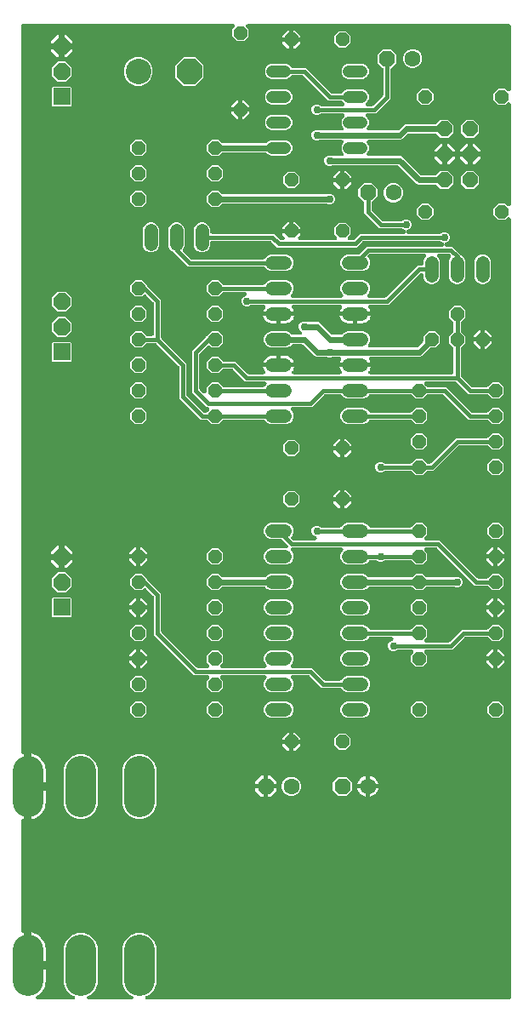
<source format=gbr>
G04 EAGLE Gerber RS-274X export*
G75*
%MOMM*%
%FSLAX34Y34*%
%LPD*%
%INBottom Copper*%
%IPPOS*%
%AMOC8*
5,1,8,0,0,1.08239X$1,22.5*%
G01*
%ADD10C,1.320800*%
%ADD11C,1.208000*%
%ADD12P,1.429621X8X22.500000*%
%ADD13P,1.429621X8X202.500000*%
%ADD14C,3.048000*%
%ADD15R,1.676400X1.676400*%
%ADD16P,1.814519X8X22.500000*%
%ADD17P,1.429621X8X292.500000*%
%ADD18P,1.732040X8X202.500000*%
%ADD19C,1.600200*%
%ADD20C,2.540000*%
%ADD21P,2.749271X8X22.500000*%
%ADD22P,1.649562X8X292.500000*%
%ADD23C,0.609600*%
%ADD24C,0.756400*%
%ADD25C,0.406400*%

G36*
X61973Y10161D02*
X61973Y10161D01*
X61978Y10161D01*
X62172Y10181D01*
X62370Y10201D01*
X62374Y10202D01*
X62378Y10202D01*
X62566Y10261D01*
X62754Y10319D01*
X62758Y10321D01*
X62763Y10322D01*
X62937Y10418D01*
X63109Y10511D01*
X63112Y10513D01*
X63116Y10516D01*
X63269Y10644D01*
X63418Y10768D01*
X63421Y10772D01*
X63424Y10775D01*
X63549Y10931D01*
X63670Y11082D01*
X63672Y11086D01*
X63675Y11089D01*
X63767Y11270D01*
X63856Y11439D01*
X63857Y11444D01*
X63859Y11448D01*
X63913Y11638D01*
X63967Y11826D01*
X63967Y11831D01*
X63969Y11835D01*
X63984Y12028D01*
X64000Y12228D01*
X63999Y12232D01*
X64000Y12236D01*
X63976Y12430D01*
X63953Y12627D01*
X63952Y12632D01*
X63951Y12636D01*
X63890Y12821D01*
X63828Y13010D01*
X63826Y13014D01*
X63825Y13018D01*
X63728Y13187D01*
X63630Y13361D01*
X63627Y13364D01*
X63625Y13368D01*
X63497Y13515D01*
X63367Y13665D01*
X63363Y13668D01*
X63361Y13672D01*
X63204Y13792D01*
X63049Y13912D01*
X63045Y13914D01*
X63041Y13917D01*
X62746Y14069D01*
X60504Y14998D01*
X55788Y19714D01*
X53235Y25875D01*
X53235Y63025D01*
X55788Y69186D01*
X60504Y73902D01*
X66665Y76455D01*
X73335Y76455D01*
X79496Y73902D01*
X84212Y69186D01*
X86765Y63025D01*
X86765Y25875D01*
X84212Y19714D01*
X79496Y14998D01*
X77254Y14069D01*
X77250Y14067D01*
X77246Y14065D01*
X77073Y13972D01*
X76899Y13878D01*
X76895Y13876D01*
X76891Y13873D01*
X76743Y13749D01*
X76588Y13622D01*
X76586Y13619D01*
X76582Y13616D01*
X76459Y13463D01*
X76335Y13309D01*
X76333Y13305D01*
X76330Y13302D01*
X76240Y13128D01*
X76148Y12953D01*
X76146Y12949D01*
X76144Y12945D01*
X76090Y12757D01*
X76035Y12566D01*
X76034Y12562D01*
X76033Y12558D01*
X76017Y12360D01*
X76000Y12165D01*
X76000Y12161D01*
X76000Y12156D01*
X76023Y11962D01*
X76045Y11765D01*
X76047Y11761D01*
X76047Y11757D01*
X76108Y11571D01*
X76168Y11382D01*
X76170Y11378D01*
X76172Y11374D01*
X76269Y11202D01*
X76365Y11030D01*
X76368Y11027D01*
X76370Y11023D01*
X76498Y10875D01*
X76626Y10725D01*
X76630Y10722D01*
X76633Y10718D01*
X76788Y10598D01*
X76943Y10476D01*
X76947Y10474D01*
X76951Y10472D01*
X77129Y10383D01*
X77303Y10296D01*
X77307Y10294D01*
X77312Y10292D01*
X77503Y10241D01*
X77692Y10189D01*
X77696Y10189D01*
X77700Y10188D01*
X78031Y10161D01*
X119969Y10161D01*
X119973Y10161D01*
X119978Y10161D01*
X120172Y10181D01*
X120370Y10201D01*
X120374Y10202D01*
X120378Y10202D01*
X120564Y10260D01*
X120754Y10319D01*
X120758Y10321D01*
X120763Y10322D01*
X120934Y10416D01*
X121108Y10511D01*
X121112Y10513D01*
X121116Y10516D01*
X121267Y10643D01*
X121418Y10768D01*
X121421Y10772D01*
X121424Y10775D01*
X121547Y10929D01*
X121670Y11082D01*
X121672Y11086D01*
X121675Y11089D01*
X121765Y11264D01*
X121856Y11439D01*
X121857Y11444D01*
X121859Y11448D01*
X121912Y11635D01*
X121967Y11826D01*
X121967Y11831D01*
X121969Y11835D01*
X121983Y12028D01*
X122000Y12228D01*
X121999Y12232D01*
X122000Y12236D01*
X121976Y12430D01*
X121953Y12627D01*
X121952Y12632D01*
X121951Y12636D01*
X121890Y12820D01*
X121828Y13010D01*
X121826Y13014D01*
X121824Y13018D01*
X121728Y13188D01*
X121630Y13361D01*
X121627Y13364D01*
X121625Y13368D01*
X121494Y13519D01*
X121367Y13665D01*
X121364Y13668D01*
X121361Y13672D01*
X121204Y13792D01*
X121049Y13912D01*
X121045Y13914D01*
X121041Y13917D01*
X120746Y14069D01*
X118504Y14998D01*
X113788Y19714D01*
X111235Y25875D01*
X111235Y63025D01*
X113788Y69186D01*
X118504Y73902D01*
X124665Y76455D01*
X131335Y76455D01*
X137496Y73902D01*
X142212Y69186D01*
X144765Y63025D01*
X144765Y25875D01*
X142212Y19714D01*
X137496Y14998D01*
X135254Y14069D01*
X135250Y14067D01*
X135246Y14065D01*
X135073Y13972D01*
X134899Y13878D01*
X134895Y13876D01*
X134892Y13873D01*
X134743Y13749D01*
X134589Y13622D01*
X134586Y13619D01*
X134582Y13616D01*
X134459Y13463D01*
X134335Y13309D01*
X134333Y13305D01*
X134330Y13302D01*
X134239Y13127D01*
X134148Y12953D01*
X134146Y12949D01*
X134144Y12945D01*
X134088Y12750D01*
X134035Y12566D01*
X134034Y12562D01*
X134033Y12558D01*
X134017Y12360D01*
X134000Y12165D01*
X134001Y12161D01*
X134000Y12156D01*
X134023Y11959D01*
X134045Y11765D01*
X134047Y11761D01*
X134047Y11757D01*
X134110Y11565D01*
X134168Y11382D01*
X134170Y11378D01*
X134172Y11374D01*
X134269Y11201D01*
X134365Y11030D01*
X134368Y11027D01*
X134370Y11023D01*
X134498Y10874D01*
X134627Y10725D01*
X134630Y10722D01*
X134633Y10718D01*
X134785Y10600D01*
X134944Y10476D01*
X134948Y10474D01*
X134951Y10472D01*
X135126Y10385D01*
X135303Y10296D01*
X135307Y10294D01*
X135312Y10292D01*
X135504Y10241D01*
X135692Y10189D01*
X135696Y10189D01*
X135700Y10188D01*
X136031Y10161D01*
X495808Y10161D01*
X495826Y10163D01*
X495844Y10161D01*
X496026Y10182D01*
X496209Y10201D01*
X496226Y10206D01*
X496243Y10208D01*
X496418Y10265D01*
X496594Y10319D01*
X496609Y10327D01*
X496626Y10333D01*
X496786Y10423D01*
X496948Y10511D01*
X496961Y10522D01*
X496977Y10531D01*
X497116Y10651D01*
X497257Y10768D01*
X497268Y10782D01*
X497282Y10794D01*
X497394Y10939D01*
X497509Y11082D01*
X497517Y11098D01*
X497528Y11112D01*
X497610Y11277D01*
X497695Y11439D01*
X497700Y11456D01*
X497708Y11472D01*
X497755Y11651D01*
X497806Y11826D01*
X497808Y11844D01*
X497812Y11861D01*
X497839Y12192D01*
X497839Y786240D01*
X497838Y786248D01*
X497839Y786257D01*
X497819Y786448D01*
X497799Y786640D01*
X497797Y786649D01*
X497796Y786658D01*
X497738Y786840D01*
X497681Y787025D01*
X497677Y787033D01*
X497674Y787042D01*
X497581Y787210D01*
X497489Y787379D01*
X497484Y787386D01*
X497479Y787394D01*
X497355Y787541D01*
X497232Y787688D01*
X497225Y787694D01*
X497219Y787701D01*
X497068Y787820D01*
X496918Y787941D01*
X496910Y787945D01*
X496903Y787950D01*
X496730Y788038D01*
X496561Y788126D01*
X496552Y788129D01*
X496544Y788133D01*
X496358Y788185D01*
X496174Y788238D01*
X496165Y788238D01*
X496156Y788241D01*
X495963Y788255D01*
X495772Y788271D01*
X495764Y788270D01*
X495755Y788270D01*
X495562Y788246D01*
X495373Y788224D01*
X495364Y788221D01*
X495355Y788220D01*
X495172Y788158D01*
X494990Y788099D01*
X494982Y788094D01*
X494974Y788092D01*
X494808Y787996D01*
X494639Y787901D01*
X494632Y787895D01*
X494625Y787891D01*
X494372Y787676D01*
X492317Y785621D01*
X485583Y785621D01*
X480821Y790383D01*
X480821Y797117D01*
X485583Y801879D01*
X492317Y801879D01*
X494372Y799824D01*
X494379Y799818D01*
X494384Y799812D01*
X494534Y799691D01*
X494683Y799569D01*
X494691Y799565D01*
X494698Y799559D01*
X494868Y799471D01*
X495039Y799380D01*
X495048Y799378D01*
X495055Y799374D01*
X495240Y799321D01*
X495425Y799266D01*
X495434Y799265D01*
X495442Y799262D01*
X495633Y799247D01*
X495826Y799229D01*
X495835Y799230D01*
X495844Y799229D01*
X496033Y799252D01*
X496226Y799273D01*
X496235Y799275D01*
X496243Y799276D01*
X496425Y799336D01*
X496610Y799394D01*
X496618Y799398D01*
X496626Y799401D01*
X496795Y799496D01*
X496962Y799589D01*
X496969Y799595D01*
X496977Y799599D01*
X497123Y799725D01*
X497269Y799849D01*
X497275Y799856D01*
X497282Y799862D01*
X497398Y800013D01*
X497519Y800165D01*
X497523Y800173D01*
X497528Y800180D01*
X497614Y800352D01*
X497701Y800524D01*
X497704Y800533D01*
X497708Y800541D01*
X497758Y800727D01*
X497809Y800912D01*
X497810Y800921D01*
X497812Y800930D01*
X497839Y801260D01*
X497839Y900540D01*
X497838Y900548D01*
X497839Y900557D01*
X497818Y900748D01*
X497799Y900940D01*
X497797Y900949D01*
X497796Y900958D01*
X497738Y901140D01*
X497681Y901325D01*
X497677Y901333D01*
X497674Y901342D01*
X497581Y901510D01*
X497489Y901679D01*
X497484Y901686D01*
X497479Y901694D01*
X497355Y901841D01*
X497232Y901988D01*
X497225Y901994D01*
X497219Y902001D01*
X497068Y902120D01*
X496918Y902241D01*
X496910Y902245D01*
X496903Y902250D01*
X496730Y902338D01*
X496561Y902426D01*
X496552Y902429D01*
X496544Y902433D01*
X496358Y902485D01*
X496174Y902538D01*
X496165Y902538D01*
X496156Y902541D01*
X495963Y902555D01*
X495772Y902571D01*
X495764Y902570D01*
X495755Y902570D01*
X495562Y902546D01*
X495373Y902524D01*
X495364Y902521D01*
X495355Y902520D01*
X495172Y902458D01*
X494990Y902399D01*
X494982Y902394D01*
X494974Y902392D01*
X494808Y902296D01*
X494639Y902201D01*
X494632Y902195D01*
X494625Y902191D01*
X494372Y901976D01*
X492317Y899921D01*
X485583Y899921D01*
X480821Y904683D01*
X480821Y911417D01*
X485583Y916179D01*
X492317Y916179D01*
X494372Y914124D01*
X494379Y914118D01*
X494384Y914112D01*
X494534Y913991D01*
X494683Y913869D01*
X494691Y913865D01*
X494698Y913859D01*
X494868Y913771D01*
X495039Y913680D01*
X495048Y913678D01*
X495055Y913674D01*
X495240Y913621D01*
X495425Y913566D01*
X495434Y913565D01*
X495442Y913562D01*
X495633Y913547D01*
X495826Y913529D01*
X495835Y913530D01*
X495844Y913529D01*
X496033Y913552D01*
X496226Y913573D01*
X496235Y913575D01*
X496243Y913576D01*
X496425Y913636D01*
X496610Y913694D01*
X496618Y913698D01*
X496626Y913701D01*
X496795Y913796D01*
X496962Y913889D01*
X496969Y913895D01*
X496977Y913899D01*
X497123Y914025D01*
X497269Y914149D01*
X497275Y914156D01*
X497282Y914162D01*
X497399Y914314D01*
X497519Y914465D01*
X497523Y914473D01*
X497528Y914480D01*
X497614Y914652D01*
X497701Y914824D01*
X497704Y914833D01*
X497708Y914841D01*
X497758Y915027D01*
X497809Y915212D01*
X497810Y915221D01*
X497812Y915230D01*
X497839Y915560D01*
X497839Y978408D01*
X497837Y978426D01*
X497839Y978444D01*
X497818Y978626D01*
X497799Y978809D01*
X497794Y978826D01*
X497792Y978843D01*
X497735Y979018D01*
X497681Y979194D01*
X497673Y979209D01*
X497667Y979226D01*
X497577Y979386D01*
X497489Y979548D01*
X497478Y979561D01*
X497469Y979577D01*
X497349Y979716D01*
X497232Y979857D01*
X497218Y979868D01*
X497206Y979882D01*
X497061Y979994D01*
X496918Y980109D01*
X496902Y980117D01*
X496888Y980128D01*
X496723Y980210D01*
X496561Y980295D01*
X496544Y980300D01*
X496528Y980308D01*
X496349Y980355D01*
X496174Y980406D01*
X496156Y980408D01*
X496139Y980412D01*
X495808Y980439D01*
X236110Y980439D01*
X236102Y980438D01*
X236093Y980439D01*
X235901Y980418D01*
X235710Y980399D01*
X235701Y980397D01*
X235692Y980396D01*
X235510Y980338D01*
X235325Y980281D01*
X235317Y980277D01*
X235308Y980274D01*
X235140Y980181D01*
X234971Y980089D01*
X234964Y980084D01*
X234956Y980079D01*
X234809Y979955D01*
X234662Y979832D01*
X234656Y979825D01*
X234649Y979819D01*
X234530Y979668D01*
X234409Y979518D01*
X234405Y979510D01*
X234400Y979503D01*
X234312Y979330D01*
X234224Y979161D01*
X234221Y979152D01*
X234217Y979144D01*
X234165Y978958D01*
X234112Y978774D01*
X234112Y978765D01*
X234109Y978756D01*
X234095Y978563D01*
X234079Y978372D01*
X234080Y978364D01*
X234080Y978355D01*
X234104Y978162D01*
X234126Y977973D01*
X234129Y977964D01*
X234130Y977955D01*
X234192Y977772D01*
X234251Y977590D01*
X234256Y977582D01*
X234258Y977574D01*
X234354Y977408D01*
X234449Y977239D01*
X234455Y977232D01*
X234459Y977225D01*
X234674Y976972D01*
X236729Y974917D01*
X236729Y968183D01*
X231967Y963421D01*
X225233Y963421D01*
X220471Y968183D01*
X220471Y974917D01*
X222526Y976972D01*
X222532Y976979D01*
X222538Y976984D01*
X222659Y977134D01*
X222781Y977283D01*
X222785Y977291D01*
X222791Y977298D01*
X222879Y977468D01*
X222970Y977639D01*
X222972Y977648D01*
X222976Y977655D01*
X223029Y977837D01*
X223084Y978025D01*
X223085Y978034D01*
X223088Y978042D01*
X223103Y978233D01*
X223121Y978426D01*
X223120Y978435D01*
X223121Y978444D01*
X223098Y978633D01*
X223077Y978826D01*
X223075Y978835D01*
X223074Y978843D01*
X223014Y979025D01*
X222956Y979210D01*
X222952Y979218D01*
X222949Y979226D01*
X222854Y979395D01*
X222761Y979562D01*
X222755Y979569D01*
X222751Y979577D01*
X222625Y979723D01*
X222501Y979869D01*
X222494Y979875D01*
X222488Y979882D01*
X222336Y979999D01*
X222185Y980119D01*
X222177Y980123D01*
X222170Y980128D01*
X221998Y980214D01*
X221826Y980301D01*
X221817Y980304D01*
X221809Y980308D01*
X221623Y980358D01*
X221438Y980409D01*
X221429Y980410D01*
X221420Y980412D01*
X221090Y980439D01*
X12192Y980439D01*
X12174Y980437D01*
X12156Y980439D01*
X11974Y980418D01*
X11791Y980399D01*
X11774Y980394D01*
X11757Y980392D01*
X11582Y980335D01*
X11406Y980281D01*
X11391Y980273D01*
X11374Y980267D01*
X11214Y980177D01*
X11052Y980089D01*
X11039Y980078D01*
X11023Y980069D01*
X10884Y979949D01*
X10743Y979832D01*
X10732Y979818D01*
X10718Y979806D01*
X10606Y979661D01*
X10491Y979518D01*
X10483Y979502D01*
X10472Y979488D01*
X10390Y979323D01*
X10305Y979161D01*
X10300Y979144D01*
X10292Y979128D01*
X10245Y978949D01*
X10194Y978774D01*
X10192Y978756D01*
X10188Y978739D01*
X10161Y978408D01*
X10161Y256713D01*
X10169Y256631D01*
X10167Y256549D01*
X10189Y256431D01*
X10201Y256312D01*
X10225Y256233D01*
X10239Y256153D01*
X10284Y256041D01*
X10319Y255927D01*
X10358Y255855D01*
X10388Y255778D01*
X10454Y255678D01*
X10511Y255573D01*
X10563Y255510D01*
X10608Y255441D01*
X10692Y255355D01*
X10768Y255264D01*
X10832Y255212D01*
X10890Y255154D01*
X10989Y255086D01*
X11082Y255011D01*
X11155Y254974D01*
X11223Y254927D01*
X11333Y254881D01*
X11439Y254826D01*
X11518Y254803D01*
X11594Y254771D01*
X11711Y254748D01*
X11826Y254714D01*
X11908Y254708D01*
X11989Y254691D01*
X12108Y254691D01*
X12228Y254682D01*
X12309Y254691D01*
X12391Y254691D01*
X12541Y254718D01*
X12627Y254729D01*
X12666Y254741D01*
X12718Y254751D01*
X12937Y254809D01*
X12937Y224282D01*
X12939Y224264D01*
X12937Y224247D01*
X12958Y224064D01*
X12977Y223882D01*
X12982Y223864D01*
X12984Y223847D01*
X13041Y223672D01*
X13095Y223497D01*
X13103Y223481D01*
X13109Y223464D01*
X13199Y223304D01*
X13287Y223143D01*
X13298Y223129D01*
X13307Y223113D01*
X13427Y222974D01*
X13544Y222833D01*
X13558Y222822D01*
X13570Y222809D01*
X13715Y222696D01*
X13858Y222581D01*
X13874Y222573D01*
X13888Y222562D01*
X14053Y222480D01*
X14215Y222395D01*
X14232Y222391D01*
X14249Y222383D01*
X14427Y222335D01*
X14602Y222284D01*
X14620Y222283D01*
X14637Y222278D01*
X14968Y222251D01*
X17001Y222251D01*
X17001Y222249D01*
X14968Y222249D01*
X14950Y222247D01*
X14932Y222249D01*
X14750Y222227D01*
X14567Y222209D01*
X14550Y222204D01*
X14533Y222202D01*
X14358Y222145D01*
X14182Y222091D01*
X14167Y222083D01*
X14150Y222077D01*
X13990Y221987D01*
X13828Y221899D01*
X13815Y221888D01*
X13799Y221879D01*
X13660Y221759D01*
X13519Y221642D01*
X13508Y221628D01*
X13495Y221616D01*
X13382Y221471D01*
X13267Y221328D01*
X13259Y221312D01*
X13248Y221298D01*
X13166Y221133D01*
X13081Y220970D01*
X13076Y220953D01*
X13068Y220937D01*
X13021Y220759D01*
X12970Y220584D01*
X12968Y220566D01*
X12964Y220549D01*
X12937Y220218D01*
X12937Y189691D01*
X12718Y189749D01*
X12637Y189763D01*
X12558Y189786D01*
X12438Y189795D01*
X12320Y189815D01*
X12238Y189812D01*
X12156Y189818D01*
X12038Y189804D01*
X11918Y189800D01*
X11838Y189781D01*
X11757Y189771D01*
X11643Y189734D01*
X11526Y189707D01*
X11452Y189672D01*
X11374Y189647D01*
X11270Y189588D01*
X11161Y189538D01*
X11095Y189489D01*
X11023Y189449D01*
X10933Y189371D01*
X10836Y189300D01*
X10781Y189239D01*
X10718Y189186D01*
X10645Y189091D01*
X10564Y189003D01*
X10522Y188932D01*
X10472Y188867D01*
X10418Y188760D01*
X10357Y188658D01*
X10329Y188580D01*
X10292Y188507D01*
X10261Y188391D01*
X10221Y188279D01*
X10209Y188198D01*
X10188Y188118D01*
X10175Y187966D01*
X10163Y187880D01*
X10165Y187840D01*
X10161Y187787D01*
X10161Y78913D01*
X10169Y78831D01*
X10167Y78749D01*
X10189Y78631D01*
X10201Y78512D01*
X10225Y78433D01*
X10239Y78353D01*
X10284Y78241D01*
X10319Y78127D01*
X10358Y78055D01*
X10388Y77978D01*
X10454Y77878D01*
X10511Y77773D01*
X10563Y77710D01*
X10608Y77641D01*
X10692Y77555D01*
X10768Y77464D01*
X10832Y77412D01*
X10890Y77354D01*
X10989Y77286D01*
X11082Y77211D01*
X11155Y77174D01*
X11223Y77127D01*
X11333Y77081D01*
X11439Y77026D01*
X11518Y77003D01*
X11594Y76971D01*
X11711Y76948D01*
X11826Y76914D01*
X11908Y76908D01*
X11989Y76891D01*
X12108Y76891D01*
X12228Y76882D01*
X12309Y76891D01*
X12391Y76891D01*
X12541Y76918D01*
X12627Y76929D01*
X12666Y76941D01*
X12718Y76951D01*
X12937Y77009D01*
X12937Y46482D01*
X12939Y46464D01*
X12937Y46447D01*
X12958Y46264D01*
X12977Y46082D01*
X12982Y46064D01*
X12984Y46047D01*
X13041Y45872D01*
X13095Y45697D01*
X13103Y45681D01*
X13109Y45664D01*
X13199Y45504D01*
X13287Y45343D01*
X13298Y45329D01*
X13307Y45313D01*
X13427Y45174D01*
X13544Y45033D01*
X13558Y45022D01*
X13570Y45009D01*
X13715Y44896D01*
X13858Y44781D01*
X13874Y44773D01*
X13888Y44762D01*
X14053Y44680D01*
X14215Y44595D01*
X14232Y44591D01*
X14249Y44583D01*
X14427Y44535D01*
X14602Y44484D01*
X14620Y44483D01*
X14637Y44478D01*
X14968Y44451D01*
X17001Y44451D01*
X17001Y42418D01*
X17003Y42400D01*
X17001Y42382D01*
X17023Y42200D01*
X17041Y42017D01*
X17046Y42000D01*
X17048Y41983D01*
X17105Y41808D01*
X17159Y41632D01*
X17167Y41617D01*
X17173Y41600D01*
X17263Y41440D01*
X17351Y41278D01*
X17362Y41265D01*
X17371Y41249D01*
X17491Y41110D01*
X17608Y40969D01*
X17622Y40958D01*
X17634Y40945D01*
X17779Y40832D01*
X17922Y40717D01*
X17938Y40709D01*
X17952Y40698D01*
X18117Y40616D01*
X18280Y40531D01*
X18297Y40526D01*
X18313Y40518D01*
X18491Y40471D01*
X18666Y40420D01*
X18684Y40418D01*
X18701Y40414D01*
X19032Y40387D01*
X34781Y40387D01*
X34781Y28045D01*
X34476Y25734D01*
X33873Y23482D01*
X32981Y21329D01*
X31816Y19310D01*
X30397Y17461D01*
X28749Y15813D01*
X26900Y14394D01*
X26132Y13951D01*
X26073Y13908D01*
X26008Y13873D01*
X25910Y13791D01*
X25805Y13716D01*
X25755Y13663D01*
X25699Y13616D01*
X25618Y13515D01*
X25531Y13422D01*
X25493Y13359D01*
X25447Y13302D01*
X25388Y13188D01*
X25320Y13078D01*
X25295Y13010D01*
X25261Y12945D01*
X25226Y12821D01*
X25181Y12701D01*
X25170Y12628D01*
X25150Y12558D01*
X25139Y12429D01*
X25120Y12303D01*
X25123Y12230D01*
X25117Y12156D01*
X25132Y12029D01*
X25138Y11901D01*
X25155Y11829D01*
X25164Y11757D01*
X25204Y11634D01*
X25235Y11510D01*
X25266Y11444D01*
X25289Y11374D01*
X25352Y11262D01*
X25407Y11146D01*
X25451Y11087D01*
X25487Y11023D01*
X25571Y10926D01*
X25647Y10823D01*
X25702Y10774D01*
X25750Y10718D01*
X25851Y10640D01*
X25947Y10554D01*
X26010Y10517D01*
X26068Y10472D01*
X26183Y10415D01*
X26293Y10349D01*
X26363Y10325D01*
X26428Y10292D01*
X26552Y10259D01*
X26674Y10217D01*
X26746Y10207D01*
X26817Y10188D01*
X26986Y10174D01*
X27073Y10162D01*
X27106Y10164D01*
X27148Y10161D01*
X61969Y10161D01*
X61973Y10161D01*
G37*
%LPC*%
G36*
X199833Y582421D02*
X199833Y582421D01*
X195856Y586398D01*
X195835Y586415D01*
X195818Y586436D01*
X195680Y586543D01*
X195544Y586653D01*
X195521Y586666D01*
X195500Y586682D01*
X195343Y586760D01*
X195189Y586842D01*
X195163Y586850D01*
X195139Y586862D01*
X194970Y586907D01*
X194803Y586957D01*
X194776Y586959D01*
X194750Y586966D01*
X194420Y586993D01*
X189027Y586993D01*
X186349Y589671D01*
X186348Y589672D01*
X170572Y605448D01*
X167893Y608127D01*
X167893Y639035D01*
X167891Y639062D01*
X167893Y639089D01*
X167871Y639263D01*
X167853Y639436D01*
X167846Y639461D01*
X167842Y639488D01*
X167787Y639654D01*
X167735Y639821D01*
X167722Y639844D01*
X167714Y639870D01*
X167627Y640021D01*
X167543Y640175D01*
X167526Y640195D01*
X167513Y640219D01*
X167298Y640472D01*
X145172Y662598D01*
X145151Y662615D01*
X145134Y662636D01*
X144996Y662743D01*
X144860Y662853D01*
X144837Y662866D01*
X144815Y662882D01*
X144658Y662960D01*
X144504Y663042D01*
X144479Y663050D01*
X144455Y663062D01*
X144285Y663107D01*
X144119Y663157D01*
X144092Y663159D01*
X144066Y663166D01*
X143735Y663193D01*
X135780Y663193D01*
X135754Y663191D01*
X135727Y663193D01*
X135553Y663171D01*
X135380Y663153D01*
X135354Y663146D01*
X135328Y663142D01*
X135162Y663087D01*
X134995Y663035D01*
X134971Y663022D01*
X134946Y663014D01*
X134794Y662927D01*
X134641Y662843D01*
X134620Y662826D01*
X134597Y662813D01*
X134344Y662598D01*
X130367Y658621D01*
X123633Y658621D01*
X118871Y663383D01*
X118871Y670117D01*
X123633Y674879D01*
X130367Y674879D01*
X134344Y670902D01*
X134360Y670889D01*
X134372Y670875D01*
X134376Y670871D01*
X134382Y670864D01*
X134520Y670757D01*
X134656Y670647D01*
X134679Y670634D01*
X134700Y670618D01*
X134857Y670540D01*
X135011Y670458D01*
X135037Y670450D01*
X135061Y670438D01*
X135230Y670393D01*
X135397Y670343D01*
X135424Y670341D01*
X135450Y670334D01*
X135780Y670307D01*
X140462Y670307D01*
X140480Y670309D01*
X140498Y670307D01*
X140680Y670328D01*
X140863Y670347D01*
X140880Y670352D01*
X140897Y670354D01*
X141072Y670411D01*
X141248Y670465D01*
X141263Y670473D01*
X141280Y670479D01*
X141440Y670569D01*
X141602Y670657D01*
X141615Y670668D01*
X141631Y670677D01*
X141770Y670797D01*
X141911Y670914D01*
X141922Y670928D01*
X141936Y670940D01*
X142048Y671085D01*
X142163Y671228D01*
X142171Y671244D01*
X142182Y671258D01*
X142264Y671423D01*
X142349Y671585D01*
X142354Y671602D01*
X142362Y671618D01*
X142409Y671797D01*
X142460Y671972D01*
X142462Y671990D01*
X142466Y672007D01*
X142493Y672338D01*
X142493Y702535D01*
X142491Y702562D01*
X142493Y702589D01*
X142471Y702763D01*
X142453Y702936D01*
X142446Y702961D01*
X142442Y702988D01*
X142387Y703154D01*
X142335Y703321D01*
X142322Y703344D01*
X142314Y703370D01*
X142227Y703521D01*
X142143Y703675D01*
X142126Y703695D01*
X142113Y703719D01*
X141898Y703972D01*
X134844Y711026D01*
X134830Y711037D01*
X134819Y711051D01*
X134675Y711165D01*
X134533Y711281D01*
X134517Y711289D01*
X134503Y711300D01*
X134339Y711384D01*
X134177Y711470D01*
X134160Y711475D01*
X134144Y711483D01*
X133967Y711532D01*
X133791Y711584D01*
X133773Y711586D01*
X133756Y711591D01*
X133573Y711604D01*
X133390Y711621D01*
X133372Y711619D01*
X133355Y711620D01*
X133172Y711597D01*
X132990Y711577D01*
X132973Y711572D01*
X132955Y711570D01*
X132781Y711511D01*
X132606Y711456D01*
X132590Y711447D01*
X132573Y711441D01*
X132415Y711350D01*
X132254Y711261D01*
X132240Y711249D01*
X132225Y711240D01*
X131972Y711026D01*
X130367Y709421D01*
X123633Y709421D01*
X118871Y714183D01*
X118871Y720917D01*
X123633Y725679D01*
X130367Y725679D01*
X135403Y720643D01*
X135479Y720503D01*
X135496Y720483D01*
X135509Y720459D01*
X135724Y720206D01*
X149607Y706323D01*
X149607Y669065D01*
X149609Y669038D01*
X149607Y669011D01*
X149629Y668837D01*
X149647Y668664D01*
X149654Y668638D01*
X149658Y668612D01*
X149713Y668446D01*
X149765Y668279D01*
X149778Y668255D01*
X149786Y668230D01*
X149873Y668079D01*
X149957Y667925D01*
X149974Y667905D01*
X149987Y667881D01*
X150202Y667628D01*
X175007Y642823D01*
X175007Y611915D01*
X175009Y611888D01*
X175007Y611861D01*
X175029Y611687D01*
X175047Y611514D01*
X175054Y611488D01*
X175058Y611462D01*
X175113Y611296D01*
X175165Y611129D01*
X175178Y611105D01*
X175186Y611080D01*
X175273Y610929D01*
X175357Y610775D01*
X175374Y610755D01*
X175387Y610731D01*
X175602Y610478D01*
X191378Y594702D01*
X191399Y594685D01*
X191416Y594664D01*
X191554Y594557D01*
X191690Y594447D01*
X191713Y594434D01*
X191735Y594418D01*
X191892Y594340D01*
X192046Y594258D01*
X192071Y594250D01*
X192095Y594238D01*
X192265Y594193D01*
X192431Y594143D01*
X192458Y594141D01*
X192484Y594134D01*
X192815Y594107D01*
X194420Y594107D01*
X194446Y594109D01*
X194473Y594107D01*
X194647Y594129D01*
X194820Y594147D01*
X194846Y594154D01*
X194872Y594158D01*
X195038Y594214D01*
X195205Y594265D01*
X195229Y594277D01*
X195254Y594286D01*
X195406Y594373D01*
X195559Y594457D01*
X195580Y594474D01*
X195603Y594487D01*
X195856Y594702D01*
X197380Y596226D01*
X197386Y596233D01*
X197392Y596238D01*
X197514Y596389D01*
X197635Y596537D01*
X197639Y596545D01*
X197645Y596552D01*
X197733Y596722D01*
X197824Y596893D01*
X197826Y596902D01*
X197830Y596909D01*
X197883Y597094D01*
X197938Y597279D01*
X197939Y597288D01*
X197942Y597296D01*
X197957Y597487D01*
X197975Y597680D01*
X197974Y597689D01*
X197975Y597698D01*
X197952Y597887D01*
X197931Y598080D01*
X197929Y598089D01*
X197928Y598097D01*
X197868Y598279D01*
X197810Y598464D01*
X197806Y598472D01*
X197803Y598480D01*
X197709Y598647D01*
X197615Y598816D01*
X197609Y598823D01*
X197605Y598831D01*
X197480Y598976D01*
X197355Y599123D01*
X197348Y599129D01*
X197342Y599136D01*
X197191Y599252D01*
X197039Y599373D01*
X197031Y599377D01*
X197024Y599382D01*
X196853Y599467D01*
X196680Y599555D01*
X196671Y599558D01*
X196663Y599562D01*
X196478Y599611D01*
X196292Y599663D01*
X196283Y599664D01*
X196274Y599666D01*
X195944Y599693D01*
X195377Y599693D01*
X180593Y614477D01*
X180593Y655523D01*
X194476Y669406D01*
X194493Y669427D01*
X194514Y669445D01*
X194621Y669582D01*
X194731Y669718D01*
X194744Y669741D01*
X194760Y669763D01*
X194803Y669849D01*
X199833Y674879D01*
X206567Y674879D01*
X211329Y670117D01*
X211329Y663383D01*
X206567Y658621D01*
X199833Y658621D01*
X198228Y660226D01*
X198215Y660237D01*
X198203Y660251D01*
X198059Y660365D01*
X197917Y660481D01*
X197901Y660489D01*
X197887Y660500D01*
X197723Y660584D01*
X197561Y660670D01*
X197544Y660675D01*
X197528Y660683D01*
X197351Y660732D01*
X197175Y660784D01*
X197158Y660786D01*
X197140Y660791D01*
X196957Y660804D01*
X196774Y660821D01*
X196757Y660819D01*
X196739Y660820D01*
X196557Y660797D01*
X196374Y660777D01*
X196357Y660772D01*
X196339Y660770D01*
X196166Y660711D01*
X195990Y660656D01*
X195975Y660647D01*
X195958Y660641D01*
X195798Y660550D01*
X195638Y660461D01*
X195624Y660449D01*
X195609Y660441D01*
X195356Y660226D01*
X188302Y653172D01*
X188285Y653151D01*
X188264Y653133D01*
X188157Y652996D01*
X188047Y652860D01*
X188034Y652837D01*
X188018Y652815D01*
X187940Y652658D01*
X187858Y652504D01*
X187850Y652479D01*
X187838Y652455D01*
X187793Y652285D01*
X187743Y652119D01*
X187741Y652092D01*
X187734Y652066D01*
X187707Y651735D01*
X187707Y618265D01*
X187709Y618238D01*
X187707Y618211D01*
X187729Y618037D01*
X187747Y617864D01*
X187754Y617839D01*
X187758Y617812D01*
X187813Y617646D01*
X187865Y617479D01*
X187878Y617455D01*
X187886Y617430D01*
X187973Y617279D01*
X188057Y617125D01*
X188074Y617105D01*
X188087Y617081D01*
X188302Y616828D01*
X191604Y613526D01*
X191611Y613521D01*
X191616Y613514D01*
X191766Y613393D01*
X191915Y613271D01*
X191923Y613267D01*
X191930Y613261D01*
X192100Y613173D01*
X192271Y613083D01*
X192280Y613080D01*
X192287Y613076D01*
X192472Y613023D01*
X192657Y612968D01*
X192666Y612967D01*
X192674Y612965D01*
X192865Y612949D01*
X193058Y612931D01*
X193067Y612932D01*
X193076Y612932D01*
X193265Y612954D01*
X193458Y612975D01*
X193467Y612978D01*
X193475Y612979D01*
X193657Y613038D01*
X193842Y613096D01*
X193850Y613101D01*
X193858Y613103D01*
X194027Y613198D01*
X194194Y613291D01*
X194201Y613297D01*
X194209Y613301D01*
X194355Y613427D01*
X194501Y613552D01*
X194507Y613559D01*
X194514Y613564D01*
X194631Y613716D01*
X194751Y613868D01*
X194755Y613876D01*
X194760Y613883D01*
X194846Y614055D01*
X194933Y614226D01*
X194936Y614235D01*
X194940Y614243D01*
X194990Y614429D01*
X195041Y614614D01*
X195042Y614623D01*
X195044Y614632D01*
X195071Y614963D01*
X195071Y619317D01*
X199833Y624079D01*
X206567Y624079D01*
X210544Y620102D01*
X210551Y620096D01*
X210553Y620093D01*
X210565Y620084D01*
X210582Y620064D01*
X210720Y619957D01*
X210856Y619847D01*
X210879Y619834D01*
X210900Y619818D01*
X211057Y619740D01*
X211211Y619658D01*
X211237Y619650D01*
X211261Y619638D01*
X211430Y619593D01*
X211597Y619543D01*
X211624Y619541D01*
X211650Y619534D01*
X211980Y619507D01*
X251414Y619507D01*
X251436Y619509D01*
X251458Y619507D01*
X251635Y619529D01*
X251814Y619547D01*
X251835Y619553D01*
X251858Y619556D01*
X252027Y619612D01*
X252199Y619665D01*
X252219Y619675D01*
X252240Y619682D01*
X252395Y619771D01*
X252553Y619857D01*
X252570Y619871D01*
X252590Y619882D01*
X252725Y620000D01*
X252862Y620114D01*
X252876Y620132D01*
X252893Y620146D01*
X253002Y620288D01*
X253115Y620428D01*
X253125Y620448D01*
X253139Y620466D01*
X253163Y620512D01*
X254276Y621626D01*
X254282Y621633D01*
X254288Y621638D01*
X254410Y621789D01*
X254531Y621937D01*
X254535Y621945D01*
X254541Y621952D01*
X254629Y622122D01*
X254720Y622293D01*
X254722Y622302D01*
X254726Y622309D01*
X254779Y622494D01*
X254834Y622679D01*
X254835Y622688D01*
X254838Y622696D01*
X254853Y622887D01*
X254871Y623080D01*
X254870Y623089D01*
X254871Y623098D01*
X254848Y623287D01*
X254827Y623480D01*
X254825Y623489D01*
X254824Y623497D01*
X254764Y623679D01*
X254706Y623864D01*
X254702Y623872D01*
X254699Y623880D01*
X254605Y624047D01*
X254511Y624216D01*
X254505Y624223D01*
X254501Y624231D01*
X254376Y624376D01*
X254251Y624523D01*
X254244Y624529D01*
X254238Y624536D01*
X254087Y624652D01*
X253935Y624773D01*
X253927Y624777D01*
X253920Y624782D01*
X253749Y624867D01*
X253576Y624955D01*
X253567Y624958D01*
X253559Y624962D01*
X253374Y625011D01*
X253188Y625063D01*
X253179Y625064D01*
X253170Y625066D01*
X252840Y625093D01*
X233477Y625093D01*
X221372Y637198D01*
X221351Y637215D01*
X221333Y637236D01*
X221196Y637343D01*
X221060Y637453D01*
X221037Y637466D01*
X221015Y637482D01*
X220858Y637560D01*
X220704Y637642D01*
X220679Y637650D01*
X220655Y637662D01*
X220485Y637707D01*
X220319Y637757D01*
X220292Y637759D01*
X220266Y637766D01*
X219935Y637793D01*
X211980Y637793D01*
X211954Y637791D01*
X211927Y637793D01*
X211753Y637771D01*
X211580Y637753D01*
X211554Y637746D01*
X211528Y637742D01*
X211362Y637687D01*
X211195Y637635D01*
X211171Y637622D01*
X211146Y637614D01*
X210994Y637527D01*
X210841Y637443D01*
X210820Y637426D01*
X210797Y637413D01*
X210544Y637198D01*
X206567Y633221D01*
X199833Y633221D01*
X195071Y637983D01*
X195071Y644717D01*
X199833Y649479D01*
X206567Y649479D01*
X210544Y645502D01*
X210565Y645485D01*
X210582Y645464D01*
X210720Y645357D01*
X210856Y645247D01*
X210879Y645234D01*
X210900Y645218D01*
X211057Y645140D01*
X211211Y645058D01*
X211237Y645050D01*
X211261Y645038D01*
X211430Y644993D01*
X211597Y644943D01*
X211624Y644941D01*
X211650Y644934D01*
X211980Y644907D01*
X223723Y644907D01*
X235828Y632802D01*
X235849Y632785D01*
X235867Y632764D01*
X236004Y632657D01*
X236140Y632547D01*
X236163Y632534D01*
X236185Y632518D01*
X236342Y632440D01*
X236496Y632358D01*
X236521Y632350D01*
X236545Y632338D01*
X236715Y632293D01*
X236881Y632243D01*
X236908Y632241D01*
X236934Y632234D01*
X237265Y632207D01*
X251449Y632207D01*
X251500Y632212D01*
X251551Y632209D01*
X251700Y632232D01*
X251850Y632247D01*
X251898Y632262D01*
X251949Y632269D01*
X252090Y632321D01*
X252234Y632365D01*
X252279Y632389D01*
X252327Y632407D01*
X252456Y632485D01*
X252588Y632557D01*
X252628Y632589D01*
X252671Y632616D01*
X252782Y632718D01*
X252898Y632814D01*
X252930Y632854D01*
X252967Y632889D01*
X253056Y633011D01*
X253150Y633128D01*
X253174Y633173D01*
X253204Y633215D01*
X253266Y633352D01*
X253336Y633485D01*
X253350Y633534D01*
X253371Y633581D01*
X253405Y633728D01*
X253447Y633872D01*
X253451Y633923D01*
X253463Y633973D01*
X253468Y634124D01*
X253480Y634274D01*
X253474Y634324D01*
X253476Y634375D01*
X253450Y634524D01*
X253433Y634673D01*
X253417Y634722D01*
X253409Y634772D01*
X253355Y634913D01*
X253308Y635056D01*
X253283Y635101D01*
X253265Y635148D01*
X253145Y635346D01*
X253110Y635407D01*
X253101Y635417D01*
X253092Y635432D01*
X252275Y636557D01*
X251621Y637840D01*
X251176Y639209D01*
X251159Y639319D01*
X266700Y639319D01*
X282241Y639319D01*
X282224Y639209D01*
X281779Y637840D01*
X281125Y636557D01*
X280308Y635432D01*
X280282Y635388D01*
X280250Y635348D01*
X280181Y635215D01*
X280105Y635084D01*
X280088Y635036D01*
X280064Y634991D01*
X280023Y634846D01*
X279974Y634704D01*
X279967Y634653D01*
X279953Y634604D01*
X279941Y634454D01*
X279921Y634304D01*
X279924Y634253D01*
X279920Y634202D01*
X279938Y634053D01*
X279948Y633903D01*
X279961Y633853D01*
X279967Y633803D01*
X280014Y633659D01*
X280053Y633514D01*
X280076Y633468D01*
X280092Y633420D01*
X280166Y633289D01*
X280233Y633154D01*
X280265Y633114D01*
X280290Y633069D01*
X280388Y632955D01*
X280481Y632836D01*
X280520Y632803D01*
X280553Y632764D01*
X280672Y632672D01*
X280786Y632574D01*
X280831Y632549D01*
X280871Y632518D01*
X281006Y632451D01*
X281137Y632377D01*
X281186Y632361D01*
X281232Y632338D01*
X281377Y632299D01*
X281520Y632253D01*
X281571Y632247D01*
X281620Y632234D01*
X281851Y632215D01*
X281920Y632207D01*
X281934Y632208D01*
X281951Y632207D01*
X327649Y632207D01*
X327700Y632212D01*
X327751Y632209D01*
X327900Y632232D01*
X328050Y632247D01*
X328098Y632262D01*
X328149Y632269D01*
X328290Y632321D01*
X328434Y632365D01*
X328479Y632389D01*
X328527Y632407D01*
X328656Y632485D01*
X328788Y632557D01*
X328828Y632589D01*
X328871Y632616D01*
X328982Y632718D01*
X329098Y632814D01*
X329130Y632854D01*
X329167Y632889D01*
X329256Y633011D01*
X329350Y633128D01*
X329374Y633173D01*
X329404Y633215D01*
X329466Y633352D01*
X329536Y633485D01*
X329550Y633534D01*
X329571Y633581D01*
X329605Y633728D01*
X329647Y633872D01*
X329651Y633923D01*
X329663Y633973D01*
X329668Y634124D01*
X329680Y634274D01*
X329674Y634324D01*
X329676Y634375D01*
X329650Y634524D01*
X329633Y634673D01*
X329617Y634722D01*
X329609Y634772D01*
X329555Y634913D01*
X329508Y635056D01*
X329483Y635101D01*
X329465Y635148D01*
X329345Y635346D01*
X329310Y635407D01*
X329301Y635417D01*
X329292Y635432D01*
X328475Y636557D01*
X327821Y637840D01*
X327376Y639209D01*
X327359Y639319D01*
X342900Y639319D01*
X358441Y639319D01*
X358424Y639209D01*
X357979Y637840D01*
X357325Y636557D01*
X356508Y635432D01*
X356482Y635388D01*
X356450Y635348D01*
X356381Y635215D01*
X356305Y635084D01*
X356288Y635036D01*
X356264Y634991D01*
X356223Y634846D01*
X356174Y634704D01*
X356167Y634653D01*
X356153Y634604D01*
X356141Y634454D01*
X356121Y634304D01*
X356124Y634253D01*
X356120Y634202D01*
X356138Y634053D01*
X356148Y633903D01*
X356161Y633853D01*
X356167Y633803D01*
X356214Y633659D01*
X356253Y633514D01*
X356276Y633468D01*
X356292Y633420D01*
X356366Y633289D01*
X356433Y633154D01*
X356465Y633114D01*
X356490Y633069D01*
X356588Y632955D01*
X356681Y632836D01*
X356720Y632803D01*
X356753Y632764D01*
X356872Y632672D01*
X356986Y632574D01*
X357031Y632549D01*
X357071Y632518D01*
X357206Y632451D01*
X357337Y632377D01*
X357386Y632361D01*
X357432Y632338D01*
X357577Y632299D01*
X357720Y632253D01*
X357771Y632247D01*
X357820Y632234D01*
X358051Y632215D01*
X358120Y632207D01*
X358134Y632208D01*
X358151Y632207D01*
X438912Y632207D01*
X438930Y632209D01*
X438948Y632207D01*
X439130Y632228D01*
X439313Y632247D01*
X439330Y632252D01*
X439347Y632254D01*
X439522Y632311D01*
X439698Y632365D01*
X439713Y632373D01*
X439730Y632379D01*
X439890Y632469D01*
X440052Y632557D01*
X440065Y632568D01*
X440081Y632577D01*
X440220Y632697D01*
X440361Y632814D01*
X440372Y632828D01*
X440386Y632840D01*
X440498Y632985D01*
X440613Y633128D01*
X440621Y633144D01*
X440632Y633158D01*
X440714Y633323D01*
X440799Y633485D01*
X440804Y633502D01*
X440812Y633518D01*
X440859Y633697D01*
X440910Y633872D01*
X440912Y633890D01*
X440916Y633907D01*
X440943Y634238D01*
X440943Y657970D01*
X440941Y657996D01*
X440943Y658023D01*
X440921Y658197D01*
X440903Y658370D01*
X440896Y658396D01*
X440892Y658422D01*
X440836Y658588D01*
X440785Y658755D01*
X440772Y658779D01*
X440764Y658804D01*
X440677Y658956D01*
X440593Y659109D01*
X440576Y659130D01*
X440563Y659153D01*
X440348Y659406D01*
X436371Y663383D01*
X436371Y670117D01*
X440348Y674094D01*
X440365Y674115D01*
X440386Y674132D01*
X440493Y674270D01*
X440603Y674406D01*
X440616Y674429D01*
X440632Y674450D01*
X440710Y674607D01*
X440792Y674761D01*
X440800Y674787D01*
X440812Y674811D01*
X440857Y674980D01*
X440907Y675147D01*
X440909Y675174D01*
X440916Y675200D01*
X440943Y675530D01*
X440943Y683370D01*
X440941Y683396D01*
X440943Y683423D01*
X440921Y683597D01*
X440903Y683770D01*
X440896Y683796D01*
X440892Y683822D01*
X440836Y683988D01*
X440785Y684155D01*
X440772Y684179D01*
X440764Y684204D01*
X440677Y684356D01*
X440593Y684509D01*
X440576Y684530D01*
X440563Y684553D01*
X440348Y684806D01*
X436371Y688783D01*
X436371Y695517D01*
X441133Y700279D01*
X447867Y700279D01*
X452629Y695517D01*
X452629Y688783D01*
X448652Y684806D01*
X448635Y684785D01*
X448614Y684768D01*
X448507Y684630D01*
X448397Y684494D01*
X448384Y684471D01*
X448368Y684450D01*
X448290Y684293D01*
X448208Y684139D01*
X448200Y684113D01*
X448188Y684089D01*
X448143Y683920D01*
X448093Y683753D01*
X448091Y683726D01*
X448084Y683700D01*
X448057Y683370D01*
X448057Y675530D01*
X448059Y675504D01*
X448057Y675477D01*
X448079Y675303D01*
X448097Y675130D01*
X448104Y675104D01*
X448108Y675078D01*
X448164Y674912D01*
X448215Y674745D01*
X448228Y674721D01*
X448236Y674696D01*
X448323Y674544D01*
X448407Y674391D01*
X448424Y674370D01*
X448437Y674347D01*
X448652Y674094D01*
X452629Y670117D01*
X452629Y663383D01*
X448652Y659406D01*
X448635Y659385D01*
X448614Y659368D01*
X448507Y659230D01*
X448397Y659094D01*
X448384Y659071D01*
X448368Y659050D01*
X448290Y658893D01*
X448208Y658739D01*
X448200Y658713D01*
X448188Y658689D01*
X448143Y658520D01*
X448093Y658353D01*
X448091Y658326D01*
X448084Y658300D01*
X448057Y657970D01*
X448057Y630965D01*
X448059Y630938D01*
X448057Y630911D01*
X448079Y630737D01*
X448097Y630564D01*
X448104Y630539D01*
X448108Y630512D01*
X448163Y630346D01*
X448215Y630179D01*
X448228Y630156D01*
X448236Y630130D01*
X448323Y629979D01*
X448407Y629825D01*
X448424Y629805D01*
X448437Y629781D01*
X448652Y629528D01*
X458078Y620102D01*
X458086Y620096D01*
X458088Y620093D01*
X458099Y620084D01*
X458117Y620064D01*
X458254Y619957D01*
X458390Y619847D01*
X458413Y619834D01*
X458435Y619818D01*
X458592Y619740D01*
X458746Y619658D01*
X458771Y619650D01*
X458795Y619638D01*
X458965Y619593D01*
X459131Y619543D01*
X459158Y619541D01*
X459184Y619534D01*
X459515Y619507D01*
X473820Y619507D01*
X473846Y619509D01*
X473873Y619507D01*
X474047Y619529D01*
X474220Y619547D01*
X474246Y619554D01*
X474272Y619558D01*
X474438Y619613D01*
X474605Y619665D01*
X474629Y619678D01*
X474654Y619686D01*
X474806Y619773D01*
X474959Y619857D01*
X474980Y619874D01*
X475003Y619887D01*
X475256Y620102D01*
X479233Y624079D01*
X485967Y624079D01*
X490729Y619317D01*
X490729Y612583D01*
X485967Y607821D01*
X479233Y607821D01*
X475256Y611798D01*
X475235Y611815D01*
X475218Y611836D01*
X475080Y611943D01*
X474944Y612053D01*
X474921Y612066D01*
X474900Y612082D01*
X474743Y612160D01*
X474589Y612242D01*
X474563Y612250D01*
X474539Y612262D01*
X474370Y612307D01*
X474203Y612357D01*
X474176Y612359D01*
X474150Y612366D01*
X473820Y612393D01*
X455727Y612393D01*
X443622Y624498D01*
X443601Y624515D01*
X443583Y624536D01*
X443446Y624643D01*
X443310Y624753D01*
X443287Y624766D01*
X443265Y624782D01*
X443108Y624860D01*
X442954Y624942D01*
X442929Y624950D01*
X442905Y624962D01*
X442735Y625007D01*
X442569Y625057D01*
X442542Y625059D01*
X442516Y625066D01*
X442185Y625093D01*
X413656Y625093D01*
X413648Y625092D01*
X413639Y625093D01*
X413445Y625072D01*
X413256Y625053D01*
X413247Y625051D01*
X413238Y625050D01*
X413054Y624991D01*
X412871Y624935D01*
X412863Y624931D01*
X412854Y624928D01*
X412686Y624835D01*
X412517Y624743D01*
X412510Y624738D01*
X412502Y624733D01*
X412355Y624609D01*
X412208Y624486D01*
X412202Y624479D01*
X412195Y624473D01*
X412075Y624321D01*
X411955Y624172D01*
X411951Y624164D01*
X411946Y624157D01*
X411858Y623984D01*
X411770Y623815D01*
X411767Y623806D01*
X411763Y623798D01*
X411711Y623612D01*
X411658Y623428D01*
X411658Y623419D01*
X411655Y623410D01*
X411641Y623217D01*
X411625Y623026D01*
X411626Y623018D01*
X411626Y623009D01*
X411650Y622816D01*
X411672Y622627D01*
X411675Y622618D01*
X411676Y622609D01*
X411737Y622427D01*
X411797Y622244D01*
X411802Y622236D01*
X411804Y622228D01*
X411900Y622061D01*
X411995Y621893D01*
X412001Y621886D01*
X412005Y621879D01*
X412220Y621626D01*
X413744Y620102D01*
X413751Y620096D01*
X413753Y620093D01*
X413765Y620084D01*
X413782Y620064D01*
X413920Y619957D01*
X414056Y619847D01*
X414079Y619834D01*
X414100Y619818D01*
X414257Y619740D01*
X414411Y619658D01*
X414437Y619650D01*
X414461Y619638D01*
X414630Y619593D01*
X414797Y619543D01*
X414824Y619541D01*
X414850Y619534D01*
X415180Y619507D01*
X433273Y619507D01*
X458078Y594702D01*
X458099Y594685D01*
X458117Y594664D01*
X458254Y594557D01*
X458390Y594447D01*
X458413Y594434D01*
X458435Y594418D01*
X458592Y594340D01*
X458746Y594258D01*
X458771Y594250D01*
X458795Y594238D01*
X458965Y594193D01*
X459131Y594143D01*
X459158Y594141D01*
X459184Y594134D01*
X459515Y594107D01*
X473820Y594107D01*
X473846Y594109D01*
X473873Y594107D01*
X474047Y594129D01*
X474220Y594147D01*
X474246Y594154D01*
X474272Y594158D01*
X474438Y594214D01*
X474605Y594265D01*
X474629Y594278D01*
X474654Y594286D01*
X474806Y594373D01*
X474959Y594457D01*
X474980Y594474D01*
X475003Y594487D01*
X475256Y594702D01*
X479233Y598679D01*
X485967Y598679D01*
X490729Y593917D01*
X490729Y587183D01*
X485967Y582421D01*
X479233Y582421D01*
X475256Y586398D01*
X475235Y586415D01*
X475218Y586436D01*
X475080Y586543D01*
X474944Y586653D01*
X474921Y586666D01*
X474900Y586682D01*
X474743Y586760D01*
X474589Y586842D01*
X474563Y586850D01*
X474539Y586862D01*
X474370Y586907D01*
X474203Y586957D01*
X474176Y586959D01*
X474150Y586966D01*
X473820Y586993D01*
X455727Y586993D01*
X430922Y611798D01*
X430901Y611815D01*
X430883Y611836D01*
X430746Y611943D01*
X430610Y612053D01*
X430587Y612066D01*
X430565Y612082D01*
X430408Y612160D01*
X430254Y612242D01*
X430229Y612250D01*
X430205Y612262D01*
X430035Y612307D01*
X429869Y612357D01*
X429842Y612359D01*
X429816Y612366D01*
X429485Y612393D01*
X415180Y612393D01*
X415154Y612391D01*
X415127Y612393D01*
X414953Y612371D01*
X414780Y612353D01*
X414754Y612346D01*
X414728Y612342D01*
X414562Y612286D01*
X414395Y612235D01*
X414371Y612222D01*
X414346Y612214D01*
X414194Y612127D01*
X414041Y612043D01*
X414020Y612026D01*
X413997Y612013D01*
X413744Y611798D01*
X409767Y607821D01*
X403033Y607821D01*
X399056Y611798D01*
X399035Y611815D01*
X399018Y611836D01*
X398880Y611943D01*
X398744Y612053D01*
X398721Y612066D01*
X398700Y612082D01*
X398543Y612160D01*
X398389Y612242D01*
X398363Y612250D01*
X398339Y612262D01*
X398170Y612307D01*
X398003Y612357D01*
X397976Y612359D01*
X397950Y612366D01*
X397620Y612393D01*
X358186Y612393D01*
X358164Y612391D01*
X358142Y612393D01*
X357965Y612371D01*
X357786Y612353D01*
X357765Y612347D01*
X357742Y612344D01*
X357573Y612288D01*
X357401Y612235D01*
X357381Y612225D01*
X357360Y612218D01*
X357205Y612129D01*
X357047Y612043D01*
X357030Y612029D01*
X357010Y612018D01*
X356875Y611900D01*
X356738Y611786D01*
X356724Y611768D01*
X356707Y611754D01*
X356598Y611612D01*
X356485Y611472D01*
X356475Y611452D01*
X356461Y611434D01*
X356437Y611388D01*
X354109Y609059D01*
X351121Y607821D01*
X334679Y607821D01*
X331691Y609059D01*
X329351Y611399D01*
X329300Y611494D01*
X329286Y611511D01*
X329275Y611531D01*
X329158Y611666D01*
X329044Y611805D01*
X329026Y611819D01*
X329012Y611836D01*
X328870Y611945D01*
X328731Y612058D01*
X328711Y612069D01*
X328694Y612082D01*
X328533Y612162D01*
X328374Y612245D01*
X328353Y612252D01*
X328333Y612262D01*
X328159Y612308D01*
X327988Y612358D01*
X327966Y612360D01*
X327944Y612366D01*
X327614Y612393D01*
X313465Y612393D01*
X313438Y612391D01*
X313411Y612393D01*
X313237Y612371D01*
X313064Y612353D01*
X313039Y612346D01*
X313012Y612342D01*
X312846Y612287D01*
X312679Y612235D01*
X312656Y612222D01*
X312630Y612214D01*
X312479Y612127D01*
X312325Y612043D01*
X312305Y612026D01*
X312281Y612013D01*
X312028Y611798D01*
X299923Y599693D01*
X280560Y599693D01*
X280552Y599692D01*
X280543Y599693D01*
X280351Y599672D01*
X280160Y599653D01*
X280151Y599651D01*
X280142Y599650D01*
X279960Y599592D01*
X279775Y599535D01*
X279767Y599531D01*
X279758Y599528D01*
X279590Y599435D01*
X279421Y599343D01*
X279414Y599338D01*
X279406Y599333D01*
X279258Y599208D01*
X279112Y599086D01*
X279106Y599079D01*
X279099Y599073D01*
X278980Y598922D01*
X278859Y598772D01*
X278855Y598764D01*
X278850Y598757D01*
X278763Y598586D01*
X278674Y598415D01*
X278671Y598406D01*
X278667Y598398D01*
X278615Y598212D01*
X278562Y598028D01*
X278562Y598019D01*
X278559Y598010D01*
X278545Y597818D01*
X278529Y597626D01*
X278530Y597618D01*
X278530Y597609D01*
X278554Y597416D01*
X278576Y597227D01*
X278579Y597218D01*
X278580Y597209D01*
X278642Y597026D01*
X278701Y596844D01*
X278706Y596836D01*
X278708Y596828D01*
X278804Y596662D01*
X278899Y596493D01*
X278905Y596486D01*
X278909Y596479D01*
X279124Y596226D01*
X280195Y595155D01*
X281433Y592167D01*
X281433Y588933D01*
X280195Y585945D01*
X277909Y583659D01*
X274921Y582421D01*
X258479Y582421D01*
X255491Y583659D01*
X253151Y585999D01*
X253100Y586094D01*
X253086Y586111D01*
X253075Y586131D01*
X252958Y586266D01*
X252844Y586405D01*
X252826Y586419D01*
X252812Y586436D01*
X252671Y586545D01*
X252531Y586658D01*
X252511Y586669D01*
X252494Y586682D01*
X252333Y586762D01*
X252174Y586845D01*
X252153Y586852D01*
X252133Y586862D01*
X251959Y586908D01*
X251788Y586958D01*
X251766Y586960D01*
X251744Y586966D01*
X251414Y586993D01*
X211980Y586993D01*
X211954Y586991D01*
X211927Y586993D01*
X211753Y586971D01*
X211580Y586953D01*
X211554Y586946D01*
X211528Y586942D01*
X211362Y586886D01*
X211195Y586835D01*
X211171Y586822D01*
X211146Y586814D01*
X210994Y586727D01*
X210841Y586643D01*
X210820Y586626D01*
X210797Y586613D01*
X210544Y586398D01*
X206567Y582421D01*
X199833Y582421D01*
G37*
%LPD*%
%LPC*%
G36*
X428012Y816355D02*
X428012Y816355D01*
X424035Y820332D01*
X424014Y820349D01*
X423997Y820370D01*
X423859Y820477D01*
X423724Y820587D01*
X423700Y820600D01*
X423679Y820616D01*
X423522Y820694D01*
X423368Y820776D01*
X423342Y820784D01*
X423318Y820796D01*
X423149Y820841D01*
X422982Y820891D01*
X422955Y820893D01*
X422929Y820900D01*
X422599Y820927D01*
X405490Y820927D01*
X403810Y821623D01*
X386051Y839382D01*
X386030Y839399D01*
X386013Y839420D01*
X385875Y839527D01*
X385739Y839637D01*
X385716Y839650D01*
X385695Y839666D01*
X385538Y839744D01*
X385384Y839826D01*
X385358Y839834D01*
X385334Y839846D01*
X385165Y839891D01*
X384998Y839941D01*
X384971Y839943D01*
X384945Y839950D01*
X384615Y839977D01*
X320732Y839977D01*
X320701Y839974D01*
X320669Y839976D01*
X320500Y839954D01*
X320331Y839937D01*
X320301Y839928D01*
X320270Y839924D01*
X319954Y839823D01*
X318556Y839243D01*
X316444Y839243D01*
X314494Y840051D01*
X313001Y841544D01*
X312193Y843494D01*
X312193Y845606D01*
X313001Y847556D01*
X314494Y849049D01*
X316444Y849857D01*
X318556Y849857D01*
X319954Y849277D01*
X319984Y849268D01*
X320012Y849254D01*
X320177Y849210D01*
X320340Y849161D01*
X320371Y849158D01*
X320401Y849150D01*
X320732Y849123D01*
X329385Y849123D01*
X329394Y849124D01*
X329403Y849123D01*
X329593Y849143D01*
X329786Y849163D01*
X329794Y849165D01*
X329803Y849166D01*
X329987Y849224D01*
X330171Y849281D01*
X330179Y849285D01*
X330187Y849288D01*
X330356Y849381D01*
X330525Y849473D01*
X330532Y849478D01*
X330540Y849483D01*
X330685Y849606D01*
X330834Y849730D01*
X330840Y849737D01*
X330847Y849743D01*
X330965Y849893D01*
X331086Y850044D01*
X331091Y850052D01*
X331096Y850059D01*
X331184Y850231D01*
X331272Y850401D01*
X331274Y850410D01*
X331278Y850418D01*
X331330Y850603D01*
X331383Y850788D01*
X331384Y850797D01*
X331386Y850806D01*
X331401Y850998D01*
X331416Y851190D01*
X331415Y851198D01*
X331416Y851207D01*
X331392Y851399D01*
X331369Y851589D01*
X331367Y851598D01*
X331365Y851607D01*
X331304Y851789D01*
X331244Y851972D01*
X331240Y851980D01*
X331237Y851988D01*
X331141Y852156D01*
X331047Y852323D01*
X331041Y852330D01*
X331036Y852337D01*
X330822Y852590D01*
X330447Y852965D01*
X329295Y855745D01*
X329295Y858755D01*
X330447Y861535D01*
X330822Y861910D01*
X330827Y861917D01*
X330834Y861922D01*
X330954Y862071D01*
X331077Y862221D01*
X331081Y862229D01*
X331086Y862236D01*
X331174Y862405D01*
X331265Y862577D01*
X331268Y862586D01*
X331272Y862593D01*
X331325Y862777D01*
X331380Y862963D01*
X331381Y862972D01*
X331383Y862980D01*
X331399Y863171D01*
X331416Y863364D01*
X331415Y863373D01*
X331416Y863382D01*
X331394Y863571D01*
X331373Y863764D01*
X331370Y863773D01*
X331369Y863781D01*
X331310Y863964D01*
X331252Y864148D01*
X331247Y864156D01*
X331244Y864164D01*
X331150Y864332D01*
X331057Y864500D01*
X331051Y864507D01*
X331047Y864515D01*
X330921Y864660D01*
X330796Y864807D01*
X330789Y864813D01*
X330783Y864820D01*
X330632Y864937D01*
X330480Y865057D01*
X330472Y865061D01*
X330465Y865066D01*
X330292Y865153D01*
X330121Y865239D01*
X330113Y865242D01*
X330105Y865246D01*
X329916Y865296D01*
X329734Y865347D01*
X329725Y865348D01*
X329716Y865350D01*
X329385Y865377D01*
X308032Y865377D01*
X308001Y865374D01*
X307969Y865376D01*
X307800Y865354D01*
X307631Y865337D01*
X307601Y865328D01*
X307570Y865324D01*
X307254Y865223D01*
X307101Y865159D01*
X307100Y865159D01*
X305856Y864643D01*
X303744Y864643D01*
X301794Y865451D01*
X300301Y866944D01*
X299493Y868894D01*
X299493Y871006D01*
X300301Y872956D01*
X301794Y874449D01*
X303744Y875257D01*
X305856Y875257D01*
X307254Y874677D01*
X307284Y874668D01*
X307312Y874654D01*
X307477Y874610D01*
X307640Y874561D01*
X307671Y874558D01*
X307701Y874550D01*
X308032Y874523D01*
X329385Y874523D01*
X329394Y874524D01*
X329403Y874523D01*
X329593Y874543D01*
X329786Y874563D01*
X329794Y874565D01*
X329803Y874566D01*
X329987Y874624D01*
X330171Y874681D01*
X330179Y874685D01*
X330187Y874688D01*
X330356Y874781D01*
X330525Y874873D01*
X330532Y874878D01*
X330540Y874883D01*
X330686Y875007D01*
X330834Y875130D01*
X330840Y875137D01*
X330847Y875143D01*
X330966Y875294D01*
X331086Y875444D01*
X331091Y875452D01*
X331096Y875459D01*
X331184Y875631D01*
X331272Y875801D01*
X331274Y875810D01*
X331278Y875818D01*
X331330Y876003D01*
X331383Y876188D01*
X331384Y876197D01*
X331386Y876206D01*
X331401Y876398D01*
X331416Y876590D01*
X331415Y876598D01*
X331416Y876607D01*
X331392Y876799D01*
X331369Y876989D01*
X331367Y876998D01*
X331365Y877007D01*
X331304Y877189D01*
X331244Y877372D01*
X331240Y877380D01*
X331237Y877388D01*
X331141Y877556D01*
X331047Y877723D01*
X331041Y877730D01*
X331036Y877737D01*
X330822Y877990D01*
X330447Y878365D01*
X329295Y881145D01*
X329295Y884155D01*
X330447Y886935D01*
X331838Y888326D01*
X331843Y888333D01*
X331850Y888338D01*
X331970Y888488D01*
X332093Y888637D01*
X332097Y888645D01*
X332102Y888652D01*
X332191Y888822D01*
X332281Y888993D01*
X332284Y889002D01*
X332288Y889009D01*
X332341Y889194D01*
X332396Y889379D01*
X332397Y889388D01*
X332399Y889396D01*
X332415Y889587D01*
X332432Y889780D01*
X332431Y889789D01*
X332432Y889798D01*
X332410Y889987D01*
X332389Y890180D01*
X332386Y890189D01*
X332385Y890197D01*
X332326Y890379D01*
X332268Y890564D01*
X332263Y890572D01*
X332260Y890580D01*
X332166Y890747D01*
X332073Y890916D01*
X332067Y890923D01*
X332063Y890931D01*
X331937Y891076D01*
X331812Y891223D01*
X331805Y891229D01*
X331799Y891236D01*
X331649Y891352D01*
X331496Y891473D01*
X331488Y891477D01*
X331481Y891482D01*
X331310Y891568D01*
X331137Y891655D01*
X331129Y891658D01*
X331121Y891662D01*
X330935Y891712D01*
X330750Y891763D01*
X330741Y891764D01*
X330732Y891766D01*
X330401Y891793D01*
X309590Y891793D01*
X309563Y891791D01*
X309536Y891793D01*
X309362Y891771D01*
X309189Y891753D01*
X309163Y891746D01*
X309137Y891742D01*
X308971Y891687D01*
X308804Y891635D01*
X308780Y891622D01*
X308755Y891614D01*
X308603Y891527D01*
X308450Y891443D01*
X308429Y891426D01*
X308406Y891413D01*
X308153Y891198D01*
X307806Y890851D01*
X305856Y890043D01*
X303744Y890043D01*
X301794Y890851D01*
X300301Y892344D01*
X299493Y894294D01*
X299493Y896406D01*
X300301Y898356D01*
X301794Y899849D01*
X303744Y900657D01*
X305856Y900657D01*
X307806Y899849D01*
X308153Y899502D01*
X308174Y899485D01*
X308191Y899464D01*
X308329Y899357D01*
X308465Y899247D01*
X308488Y899234D01*
X308509Y899218D01*
X308666Y899140D01*
X308820Y899058D01*
X308846Y899050D01*
X308870Y899038D01*
X309039Y898993D01*
X309206Y898943D01*
X309233Y898941D01*
X309259Y898934D01*
X309590Y898907D01*
X330401Y898907D01*
X330410Y898908D01*
X330419Y898907D01*
X330611Y898928D01*
X330802Y898947D01*
X330810Y898949D01*
X330819Y898950D01*
X331002Y899008D01*
X331187Y899065D01*
X331195Y899069D01*
X331203Y899072D01*
X331372Y899165D01*
X331541Y899257D01*
X331548Y899262D01*
X331556Y899267D01*
X331703Y899392D01*
X331850Y899514D01*
X331856Y899521D01*
X331863Y899527D01*
X331982Y899679D01*
X332102Y899828D01*
X332107Y899836D01*
X332112Y899843D01*
X332199Y900015D01*
X332288Y900185D01*
X332290Y900194D01*
X332294Y900202D01*
X332346Y900388D01*
X332399Y900572D01*
X332400Y900581D01*
X332402Y900590D01*
X332417Y900782D01*
X332432Y900974D01*
X332431Y900982D01*
X332432Y900991D01*
X332407Y901184D01*
X332385Y901373D01*
X332383Y901382D01*
X332381Y901391D01*
X332320Y901574D01*
X332260Y901756D01*
X332256Y901764D01*
X332253Y901772D01*
X332158Y901938D01*
X332063Y902107D01*
X332057Y902114D01*
X332052Y902121D01*
X331838Y902374D01*
X330313Y903898D01*
X330293Y903915D01*
X330275Y903936D01*
X330137Y904043D01*
X330002Y904153D01*
X329978Y904166D01*
X329957Y904182D01*
X329801Y904260D01*
X329646Y904342D01*
X329621Y904350D01*
X329597Y904362D01*
X329428Y904407D01*
X329260Y904457D01*
X329234Y904459D01*
X329208Y904466D01*
X328877Y904493D01*
X316027Y904493D01*
X313349Y907171D01*
X313348Y907172D01*
X291222Y929298D01*
X291201Y929315D01*
X291183Y929336D01*
X291046Y929443D01*
X290910Y929553D01*
X290887Y929566D01*
X290865Y929582D01*
X290708Y929660D01*
X290554Y929742D01*
X290529Y929750D01*
X290505Y929762D01*
X290335Y929807D01*
X290169Y929857D01*
X290142Y929859D01*
X290116Y929866D01*
X289785Y929893D01*
X280723Y929893D01*
X280696Y929891D01*
X280669Y929893D01*
X280496Y929871D01*
X280322Y929853D01*
X280297Y929846D01*
X280270Y929842D01*
X280104Y929787D01*
X279937Y929735D01*
X279914Y929722D01*
X279888Y929714D01*
X279737Y929627D01*
X279583Y929543D01*
X279563Y929526D01*
X279539Y929513D01*
X279286Y929298D01*
X277025Y927037D01*
X274755Y926096D01*
X274245Y925885D01*
X259155Y925885D01*
X256375Y927037D01*
X254247Y929165D01*
X253095Y931945D01*
X253095Y934955D01*
X254247Y937735D01*
X256375Y939863D01*
X259155Y941015D01*
X274245Y941015D01*
X277025Y939863D01*
X279286Y937602D01*
X279307Y937585D01*
X279325Y937564D01*
X279463Y937457D01*
X279598Y937347D01*
X279622Y937334D01*
X279643Y937318D01*
X279800Y937240D01*
X279954Y937158D01*
X279979Y937150D01*
X280003Y937138D01*
X280173Y937093D01*
X280340Y937043D01*
X280366Y937041D01*
X280392Y937034D01*
X280723Y937007D01*
X293573Y937007D01*
X318378Y912202D01*
X318399Y912185D01*
X318416Y912164D01*
X318554Y912057D01*
X318690Y911947D01*
X318713Y911934D01*
X318735Y911918D01*
X318892Y911840D01*
X319046Y911758D01*
X319071Y911750D01*
X319095Y911738D01*
X319265Y911693D01*
X319431Y911643D01*
X319458Y911641D01*
X319484Y911634D01*
X319815Y911607D01*
X328877Y911607D01*
X328904Y911609D01*
X328931Y911607D01*
X329104Y911629D01*
X329278Y911647D01*
X329303Y911654D01*
X329330Y911658D01*
X329496Y911713D01*
X329663Y911765D01*
X329686Y911778D01*
X329712Y911786D01*
X329863Y911873D01*
X330017Y911957D01*
X330037Y911974D01*
X330061Y911987D01*
X330314Y912202D01*
X332575Y914463D01*
X335355Y915615D01*
X350445Y915615D01*
X353225Y914463D01*
X355353Y912335D01*
X356505Y909555D01*
X356505Y906545D01*
X355353Y903765D01*
X353962Y902374D01*
X353957Y902367D01*
X353950Y902362D01*
X353830Y902212D01*
X353707Y902063D01*
X353703Y902055D01*
X353698Y902048D01*
X353609Y901878D01*
X353519Y901707D01*
X353516Y901698D01*
X353512Y901691D01*
X353459Y901506D01*
X353404Y901321D01*
X353403Y901312D01*
X353401Y901304D01*
X353385Y901113D01*
X353368Y900920D01*
X353369Y900911D01*
X353368Y900902D01*
X353390Y900713D01*
X353411Y900520D01*
X353414Y900511D01*
X353415Y900503D01*
X353474Y900321D01*
X353532Y900136D01*
X353537Y900128D01*
X353540Y900120D01*
X353634Y899953D01*
X353727Y899784D01*
X353733Y899777D01*
X353737Y899769D01*
X353863Y899624D01*
X353988Y899477D01*
X353995Y899471D01*
X354001Y899464D01*
X354151Y899348D01*
X354304Y899227D01*
X354312Y899223D01*
X354319Y899218D01*
X354490Y899132D01*
X354663Y899045D01*
X354671Y899042D01*
X354679Y899038D01*
X354865Y898988D01*
X355050Y898937D01*
X355059Y898936D01*
X355068Y898934D01*
X355399Y898907D01*
X359635Y898907D01*
X359662Y898909D01*
X359689Y898907D01*
X359863Y898929D01*
X360036Y898947D01*
X360061Y898954D01*
X360088Y898958D01*
X360254Y899013D01*
X360421Y899065D01*
X360444Y899078D01*
X360470Y899086D01*
X360621Y899173D01*
X360775Y899257D01*
X360795Y899274D01*
X360819Y899287D01*
X361072Y899502D01*
X370498Y908928D01*
X370515Y908949D01*
X370536Y908967D01*
X370643Y909104D01*
X370753Y909240D01*
X370766Y909263D01*
X370782Y909285D01*
X370860Y909442D01*
X370942Y909596D01*
X370950Y909621D01*
X370962Y909645D01*
X371007Y909815D01*
X371057Y909981D01*
X371059Y910008D01*
X371066Y910034D01*
X371093Y910365D01*
X371093Y935394D01*
X371091Y935421D01*
X371093Y935447D01*
X371071Y935621D01*
X371053Y935795D01*
X371046Y935820D01*
X371042Y935847D01*
X370986Y936013D01*
X370935Y936180D01*
X370922Y936203D01*
X370914Y936228D01*
X370827Y936380D01*
X370743Y936534D01*
X370726Y936554D01*
X370713Y936577D01*
X370498Y936830D01*
X365124Y942204D01*
X365124Y950096D01*
X370704Y955676D01*
X378596Y955676D01*
X384176Y950096D01*
X384176Y942204D01*
X378802Y936830D01*
X378785Y936810D01*
X378764Y936792D01*
X378657Y936654D01*
X378547Y936519D01*
X378534Y936495D01*
X378518Y936474D01*
X378440Y936317D01*
X378358Y936163D01*
X378350Y936138D01*
X378338Y936113D01*
X378293Y935944D01*
X378243Y935777D01*
X378241Y935751D01*
X378234Y935725D01*
X378207Y935394D01*
X378207Y906577D01*
X363423Y891793D01*
X355399Y891793D01*
X355390Y891792D01*
X355381Y891793D01*
X355189Y891772D01*
X354998Y891753D01*
X354990Y891751D01*
X354981Y891750D01*
X354798Y891692D01*
X354613Y891635D01*
X354605Y891631D01*
X354597Y891628D01*
X354428Y891535D01*
X354259Y891443D01*
X354252Y891438D01*
X354244Y891433D01*
X354097Y891308D01*
X353950Y891186D01*
X353944Y891179D01*
X353937Y891173D01*
X353818Y891021D01*
X353698Y890872D01*
X353693Y890864D01*
X353688Y890857D01*
X353601Y890685D01*
X353512Y890515D01*
X353510Y890506D01*
X353506Y890498D01*
X353454Y890312D01*
X353401Y890128D01*
X353400Y890119D01*
X353398Y890110D01*
X353383Y889918D01*
X353368Y889726D01*
X353369Y889718D01*
X353368Y889709D01*
X353393Y889516D01*
X353415Y889327D01*
X353417Y889318D01*
X353419Y889309D01*
X353480Y889126D01*
X353540Y888944D01*
X353544Y888936D01*
X353547Y888928D01*
X353642Y888762D01*
X353737Y888593D01*
X353743Y888586D01*
X353748Y888579D01*
X353962Y888326D01*
X355353Y886935D01*
X356505Y884155D01*
X356505Y881145D01*
X355353Y878365D01*
X354978Y877990D01*
X354973Y877983D01*
X354966Y877978D01*
X354846Y877829D01*
X354723Y877679D01*
X354719Y877671D01*
X354714Y877664D01*
X354626Y877495D01*
X354535Y877323D01*
X354532Y877314D01*
X354528Y877307D01*
X354475Y877123D01*
X354420Y876937D01*
X354419Y876928D01*
X354417Y876920D01*
X354401Y876729D01*
X354384Y876536D01*
X354385Y876527D01*
X354384Y876518D01*
X354406Y876329D01*
X354427Y876136D01*
X354430Y876127D01*
X354431Y876119D01*
X354490Y875936D01*
X354548Y875752D01*
X354553Y875744D01*
X354556Y875736D01*
X354651Y875567D01*
X354743Y875400D01*
X354749Y875393D01*
X354753Y875385D01*
X354879Y875240D01*
X355004Y875093D01*
X355011Y875087D01*
X355017Y875080D01*
X355168Y874963D01*
X355320Y874843D01*
X355328Y874839D01*
X355335Y874834D01*
X355508Y874747D01*
X355679Y874661D01*
X355687Y874658D01*
X355695Y874654D01*
X355884Y874604D01*
X356066Y874553D01*
X356075Y874552D01*
X356084Y874550D01*
X356415Y874523D01*
X384615Y874523D01*
X384641Y874525D01*
X384668Y874523D01*
X384842Y874545D01*
X385015Y874563D01*
X385041Y874570D01*
X385067Y874574D01*
X385233Y874629D01*
X385400Y874681D01*
X385424Y874694D01*
X385449Y874702D01*
X385601Y874789D01*
X385754Y874873D01*
X385775Y874890D01*
X385798Y874903D01*
X386051Y875118D01*
X391110Y880177D01*
X392790Y880873D01*
X422599Y880873D01*
X422625Y880875D01*
X422652Y880873D01*
X422826Y880895D01*
X422999Y880913D01*
X423025Y880920D01*
X423052Y880924D01*
X423217Y880979D01*
X423384Y881031D01*
X423408Y881044D01*
X423433Y881052D01*
X423585Y881139D01*
X423738Y881223D01*
X423759Y881240D01*
X423782Y881253D01*
X424035Y881468D01*
X428012Y885445D01*
X435588Y885445D01*
X440945Y880088D01*
X440945Y872512D01*
X435588Y867155D01*
X428012Y867155D01*
X424035Y871132D01*
X424014Y871149D01*
X423997Y871170D01*
X423859Y871277D01*
X423724Y871387D01*
X423700Y871400D01*
X423679Y871416D01*
X423522Y871494D01*
X423368Y871576D01*
X423342Y871584D01*
X423318Y871596D01*
X423149Y871641D01*
X422982Y871691D01*
X422955Y871693D01*
X422929Y871700D01*
X422599Y871727D01*
X396435Y871727D01*
X396409Y871725D01*
X396382Y871727D01*
X396208Y871705D01*
X396035Y871687D01*
X396009Y871680D01*
X395983Y871676D01*
X395817Y871621D01*
X395650Y871569D01*
X395626Y871556D01*
X395601Y871548D01*
X395449Y871461D01*
X395296Y871377D01*
X395275Y871360D01*
X395252Y871347D01*
X394999Y871132D01*
X389940Y866073D01*
X388260Y865377D01*
X356415Y865377D01*
X356406Y865376D01*
X356397Y865377D01*
X356207Y865357D01*
X356014Y865337D01*
X356006Y865335D01*
X355997Y865334D01*
X355813Y865276D01*
X355629Y865219D01*
X355621Y865215D01*
X355613Y865212D01*
X355444Y865119D01*
X355275Y865027D01*
X355268Y865022D01*
X355260Y865017D01*
X355114Y864893D01*
X354966Y864770D01*
X354960Y864763D01*
X354953Y864757D01*
X354834Y864606D01*
X354714Y864456D01*
X354709Y864448D01*
X354704Y864441D01*
X354616Y864269D01*
X354528Y864099D01*
X354526Y864090D01*
X354522Y864082D01*
X354470Y863897D01*
X354417Y863712D01*
X354416Y863703D01*
X354414Y863694D01*
X354399Y863502D01*
X354384Y863310D01*
X354385Y863302D01*
X354384Y863293D01*
X354408Y863101D01*
X354431Y862911D01*
X354433Y862902D01*
X354435Y862893D01*
X354496Y862711D01*
X354556Y862528D01*
X354560Y862520D01*
X354563Y862512D01*
X354659Y862344D01*
X354753Y862177D01*
X354759Y862170D01*
X354764Y862163D01*
X354978Y861910D01*
X355353Y861535D01*
X356505Y858755D01*
X356505Y855745D01*
X355353Y852965D01*
X354978Y852590D01*
X354973Y852583D01*
X354966Y852578D01*
X354846Y852429D01*
X354723Y852279D01*
X354719Y852271D01*
X354714Y852264D01*
X354626Y852095D01*
X354535Y851923D01*
X354532Y851914D01*
X354528Y851907D01*
X354475Y851723D01*
X354420Y851537D01*
X354419Y851528D01*
X354417Y851520D01*
X354401Y851329D01*
X354384Y851136D01*
X354385Y851127D01*
X354384Y851118D01*
X354406Y850929D01*
X354427Y850736D01*
X354430Y850727D01*
X354431Y850719D01*
X354490Y850536D01*
X354548Y850352D01*
X354553Y850344D01*
X354556Y850336D01*
X354651Y850167D01*
X354743Y850000D01*
X354749Y849993D01*
X354753Y849985D01*
X354879Y849840D01*
X355004Y849693D01*
X355011Y849687D01*
X355017Y849680D01*
X355168Y849563D01*
X355320Y849443D01*
X355328Y849439D01*
X355335Y849434D01*
X355508Y849347D01*
X355679Y849261D01*
X355687Y849258D01*
X355695Y849254D01*
X355884Y849204D01*
X356066Y849153D01*
X356075Y849152D01*
X356084Y849150D01*
X356415Y849123D01*
X388260Y849123D01*
X389940Y848427D01*
X407699Y830668D01*
X407720Y830651D01*
X407737Y830630D01*
X407875Y830523D01*
X408011Y830413D01*
X408034Y830400D01*
X408055Y830384D01*
X408212Y830306D01*
X408366Y830224D01*
X408392Y830216D01*
X408416Y830204D01*
X408585Y830159D01*
X408752Y830109D01*
X408779Y830107D01*
X408805Y830100D01*
X409135Y830073D01*
X422599Y830073D01*
X422625Y830075D01*
X422652Y830073D01*
X422826Y830095D01*
X422999Y830113D01*
X423025Y830120D01*
X423052Y830124D01*
X423217Y830179D01*
X423384Y830231D01*
X423408Y830244D01*
X423433Y830252D01*
X423585Y830339D01*
X423738Y830423D01*
X423759Y830440D01*
X423782Y830453D01*
X424035Y830668D01*
X428012Y834645D01*
X435588Y834645D01*
X440945Y829288D01*
X440945Y821712D01*
X435588Y816355D01*
X428012Y816355D01*
G37*
%LPD*%
%LPC*%
G36*
X479233Y417321D02*
X479233Y417321D01*
X475256Y421298D01*
X475235Y421315D01*
X475218Y421336D01*
X475080Y421443D01*
X474944Y421553D01*
X474921Y421566D01*
X474900Y421582D01*
X474743Y421660D01*
X474589Y421742D01*
X474563Y421750D01*
X474539Y421762D01*
X474370Y421807D01*
X474203Y421857D01*
X474176Y421859D01*
X474150Y421866D01*
X473820Y421893D01*
X462077Y421893D01*
X424572Y459398D01*
X424551Y459415D01*
X424533Y459436D01*
X424396Y459543D01*
X424260Y459653D01*
X424237Y459666D01*
X424215Y459682D01*
X424058Y459760D01*
X423904Y459842D01*
X423879Y459850D01*
X423855Y459862D01*
X423685Y459907D01*
X423519Y459957D01*
X423492Y459959D01*
X423466Y459966D01*
X423135Y459993D01*
X413656Y459993D01*
X413648Y459992D01*
X413639Y459993D01*
X413447Y459972D01*
X413256Y459953D01*
X413247Y459951D01*
X413238Y459950D01*
X413056Y459892D01*
X412871Y459835D01*
X412863Y459831D01*
X412854Y459828D01*
X412686Y459735D01*
X412517Y459643D01*
X412510Y459638D01*
X412502Y459633D01*
X412355Y459509D01*
X412208Y459386D01*
X412202Y459379D01*
X412195Y459373D01*
X412076Y459222D01*
X411955Y459072D01*
X411951Y459064D01*
X411946Y459057D01*
X411858Y458884D01*
X411770Y458715D01*
X411767Y458706D01*
X411763Y458698D01*
X411711Y458512D01*
X411658Y458328D01*
X411658Y458319D01*
X411655Y458310D01*
X411641Y458117D01*
X411625Y457926D01*
X411626Y457918D01*
X411626Y457909D01*
X411650Y457716D01*
X411672Y457527D01*
X411675Y457518D01*
X411676Y457509D01*
X411738Y457326D01*
X411797Y457144D01*
X411802Y457136D01*
X411804Y457128D01*
X411900Y456962D01*
X411995Y456793D01*
X412001Y456786D01*
X412005Y456779D01*
X412220Y456526D01*
X414529Y454217D01*
X414529Y447483D01*
X409767Y442721D01*
X403033Y442721D01*
X399056Y446698D01*
X399035Y446715D01*
X399018Y446736D01*
X398880Y446843D01*
X398744Y446953D01*
X398721Y446966D01*
X398700Y446982D01*
X398543Y447060D01*
X398389Y447142D01*
X398363Y447150D01*
X398339Y447162D01*
X398170Y447207D01*
X398003Y447257D01*
X397976Y447259D01*
X397950Y447266D01*
X397620Y447293D01*
X373090Y447293D01*
X373063Y447291D01*
X373036Y447293D01*
X372862Y447271D01*
X372689Y447253D01*
X372663Y447246D01*
X372637Y447242D01*
X372471Y447187D01*
X372304Y447135D01*
X372280Y447122D01*
X372255Y447114D01*
X372103Y447027D01*
X371950Y446943D01*
X371929Y446926D01*
X371906Y446913D01*
X371653Y446698D01*
X371306Y446351D01*
X369356Y445543D01*
X367244Y445543D01*
X365294Y446351D01*
X364947Y446698D01*
X364926Y446715D01*
X364909Y446736D01*
X364771Y446843D01*
X364635Y446953D01*
X364612Y446966D01*
X364591Y446982D01*
X364434Y447060D01*
X364280Y447142D01*
X364254Y447150D01*
X364230Y447162D01*
X364061Y447207D01*
X363894Y447257D01*
X363867Y447259D01*
X363841Y447266D01*
X363510Y447293D01*
X358186Y447293D01*
X358164Y447291D01*
X358142Y447293D01*
X357965Y447271D01*
X357786Y447253D01*
X357765Y447247D01*
X357742Y447244D01*
X357573Y447188D01*
X357401Y447135D01*
X357381Y447125D01*
X357360Y447118D01*
X357205Y447029D01*
X357047Y446943D01*
X357030Y446929D01*
X357010Y446918D01*
X356875Y446800D01*
X356738Y446686D01*
X356724Y446668D01*
X356707Y446654D01*
X356598Y446512D01*
X356485Y446372D01*
X356475Y446352D01*
X356461Y446334D01*
X356437Y446288D01*
X354109Y443959D01*
X351121Y442721D01*
X334679Y442721D01*
X331691Y443959D01*
X329405Y446245D01*
X328167Y449233D01*
X328167Y452467D01*
X329405Y455455D01*
X330476Y456526D01*
X330482Y456533D01*
X330488Y456538D01*
X330610Y456689D01*
X330731Y456837D01*
X330735Y456845D01*
X330741Y456852D01*
X330829Y457022D01*
X330920Y457193D01*
X330922Y457202D01*
X330926Y457209D01*
X330979Y457394D01*
X331034Y457579D01*
X331035Y457588D01*
X331038Y457596D01*
X331053Y457787D01*
X331071Y457980D01*
X331070Y457989D01*
X331071Y457998D01*
X331048Y458187D01*
X331027Y458380D01*
X331025Y458389D01*
X331024Y458397D01*
X330964Y458579D01*
X330906Y458764D01*
X330902Y458772D01*
X330899Y458780D01*
X330805Y458947D01*
X330711Y459116D01*
X330705Y459123D01*
X330701Y459131D01*
X330576Y459276D01*
X330451Y459423D01*
X330444Y459429D01*
X330438Y459436D01*
X330287Y459552D01*
X330135Y459673D01*
X330127Y459677D01*
X330120Y459682D01*
X329949Y459767D01*
X329776Y459855D01*
X329767Y459858D01*
X329759Y459862D01*
X329574Y459911D01*
X329388Y459963D01*
X329379Y459964D01*
X329370Y459966D01*
X329040Y459993D01*
X280560Y459993D01*
X280552Y459992D01*
X280543Y459993D01*
X280351Y459972D01*
X280160Y459953D01*
X280151Y459951D01*
X280142Y459950D01*
X279960Y459892D01*
X279775Y459835D01*
X279767Y459831D01*
X279758Y459828D01*
X279590Y459735D01*
X279421Y459643D01*
X279414Y459638D01*
X279406Y459633D01*
X279258Y459508D01*
X279112Y459386D01*
X279106Y459379D01*
X279099Y459373D01*
X278980Y459222D01*
X278859Y459072D01*
X278855Y459064D01*
X278850Y459057D01*
X278763Y458886D01*
X278674Y458715D01*
X278671Y458706D01*
X278667Y458698D01*
X278615Y458512D01*
X278562Y458328D01*
X278562Y458319D01*
X278559Y458310D01*
X278545Y458118D01*
X278529Y457926D01*
X278530Y457918D01*
X278530Y457909D01*
X278554Y457716D01*
X278576Y457527D01*
X278579Y457518D01*
X278580Y457509D01*
X278642Y457326D01*
X278701Y457144D01*
X278706Y457136D01*
X278708Y457128D01*
X278804Y456962D01*
X278899Y456793D01*
X278905Y456786D01*
X278909Y456779D01*
X279124Y456526D01*
X280195Y455455D01*
X281433Y452467D01*
X281433Y449233D01*
X280195Y446245D01*
X277909Y443959D01*
X274921Y442721D01*
X258479Y442721D01*
X255491Y443959D01*
X253205Y446245D01*
X251967Y449233D01*
X251967Y452467D01*
X253205Y455455D01*
X255491Y457741D01*
X258479Y458979D01*
X274037Y458979D01*
X274046Y458980D01*
X274055Y458979D01*
X274247Y459000D01*
X274438Y459019D01*
X274447Y459021D01*
X274455Y459022D01*
X274638Y459080D01*
X274823Y459137D01*
X274831Y459141D01*
X274839Y459144D01*
X275008Y459237D01*
X275177Y459329D01*
X275184Y459334D01*
X275192Y459339D01*
X275339Y459463D01*
X275486Y459586D01*
X275492Y459593D01*
X275499Y459599D01*
X275618Y459750D01*
X275739Y459900D01*
X275743Y459908D01*
X275748Y459915D01*
X275836Y460088D01*
X275924Y460257D01*
X275927Y460266D01*
X275931Y460274D01*
X275983Y460460D01*
X276035Y460644D01*
X276036Y460653D01*
X276039Y460662D01*
X276053Y460855D01*
X276068Y461046D01*
X276067Y461054D01*
X276068Y461063D01*
X276044Y461256D01*
X276021Y461445D01*
X276019Y461454D01*
X276018Y461463D01*
X275956Y461646D01*
X275897Y461828D01*
X275892Y461836D01*
X275889Y461844D01*
X275793Y462011D01*
X275699Y462179D01*
X275693Y462186D01*
X275688Y462193D01*
X275474Y462446D01*
X270394Y467526D01*
X270373Y467543D01*
X270355Y467564D01*
X270218Y467670D01*
X270082Y467781D01*
X270058Y467794D01*
X270037Y467810D01*
X269881Y467888D01*
X269726Y467970D01*
X269701Y467978D01*
X269677Y467990D01*
X269507Y468035D01*
X269341Y468085D01*
X269314Y468087D01*
X269288Y468094D01*
X268957Y468121D01*
X258479Y468121D01*
X255491Y469359D01*
X253205Y471645D01*
X251967Y474633D01*
X251967Y477867D01*
X253205Y480855D01*
X255491Y483141D01*
X258479Y484379D01*
X274921Y484379D01*
X277909Y483141D01*
X280195Y480855D01*
X281433Y477867D01*
X281433Y474633D01*
X280195Y471645D01*
X279701Y471151D01*
X279690Y471138D01*
X279676Y471126D01*
X279563Y470983D01*
X279446Y470840D01*
X279438Y470824D01*
X279427Y470810D01*
X279344Y470646D01*
X279257Y470484D01*
X279252Y470467D01*
X279244Y470451D01*
X279195Y470274D01*
X279143Y470098D01*
X279141Y470080D01*
X279136Y470063D01*
X279123Y469881D01*
X279106Y469697D01*
X279108Y469680D01*
X279107Y469662D01*
X279130Y469480D01*
X279150Y469297D01*
X279155Y469280D01*
X279157Y469262D01*
X279216Y469088D01*
X279271Y468913D01*
X279280Y468898D01*
X279286Y468881D01*
X279378Y468721D01*
X279466Y468561D01*
X279478Y468547D01*
X279487Y468532D01*
X279701Y468279D01*
X280278Y467702D01*
X280299Y467685D01*
X280317Y467664D01*
X280455Y467557D01*
X280590Y467447D01*
X280613Y467434D01*
X280635Y467418D01*
X280791Y467340D01*
X280946Y467258D01*
X280971Y467250D01*
X280995Y467238D01*
X281165Y467193D01*
X281332Y467143D01*
X281358Y467141D01*
X281384Y467134D01*
X281715Y467107D01*
X302795Y467107D01*
X302799Y467107D01*
X302804Y467107D01*
X302998Y467127D01*
X303196Y467147D01*
X303200Y467148D01*
X303204Y467148D01*
X303392Y467207D01*
X303580Y467265D01*
X303584Y467267D01*
X303589Y467268D01*
X303763Y467364D01*
X303934Y467457D01*
X303938Y467459D01*
X303942Y467462D01*
X304095Y467590D01*
X304244Y467714D01*
X304246Y467718D01*
X304250Y467721D01*
X304373Y467876D01*
X304496Y468028D01*
X304498Y468032D01*
X304501Y468036D01*
X304593Y468214D01*
X304682Y468385D01*
X304683Y468390D01*
X304685Y468394D01*
X304740Y468587D01*
X304793Y468772D01*
X304793Y468777D01*
X304795Y468781D01*
X304810Y468977D01*
X304826Y469174D01*
X304825Y469178D01*
X304826Y469182D01*
X304803Y469370D01*
X304779Y469573D01*
X304778Y469578D01*
X304777Y469582D01*
X304716Y469767D01*
X304654Y469956D01*
X304652Y469960D01*
X304650Y469964D01*
X304554Y470133D01*
X304456Y470307D01*
X304453Y470310D01*
X304451Y470314D01*
X304323Y470461D01*
X304193Y470611D01*
X304189Y470614D01*
X304187Y470618D01*
X304030Y470738D01*
X303875Y470858D01*
X303871Y470860D01*
X303867Y470863D01*
X303572Y471015D01*
X301794Y471751D01*
X300301Y473244D01*
X299493Y475194D01*
X299493Y477306D01*
X300301Y479256D01*
X301794Y480749D01*
X303744Y481557D01*
X305856Y481557D01*
X307806Y480749D01*
X308153Y480402D01*
X308174Y480385D01*
X308191Y480364D01*
X308329Y480257D01*
X308465Y480147D01*
X308488Y480134D01*
X308509Y480118D01*
X308666Y480040D01*
X308820Y479958D01*
X308846Y479950D01*
X308870Y479938D01*
X309039Y479893D01*
X309206Y479843D01*
X309233Y479841D01*
X309259Y479834D01*
X309590Y479807D01*
X327614Y479807D01*
X327636Y479809D01*
X327658Y479807D01*
X327835Y479829D01*
X328014Y479847D01*
X328035Y479853D01*
X328058Y479856D01*
X328227Y479912D01*
X328399Y479965D01*
X328419Y479975D01*
X328440Y479982D01*
X328595Y480071D01*
X328753Y480157D01*
X328770Y480171D01*
X328790Y480182D01*
X328925Y480300D01*
X329062Y480414D01*
X329076Y480432D01*
X329093Y480446D01*
X329202Y480588D01*
X329315Y480728D01*
X329325Y480748D01*
X329339Y480766D01*
X329363Y480812D01*
X331691Y483141D01*
X334679Y484379D01*
X351121Y484379D01*
X354109Y483141D01*
X356449Y480801D01*
X356500Y480706D01*
X356514Y480689D01*
X356525Y480669D01*
X356642Y480534D01*
X356756Y480395D01*
X356774Y480381D01*
X356788Y480364D01*
X356930Y480255D01*
X357069Y480142D01*
X357089Y480131D01*
X357106Y480118D01*
X357267Y480038D01*
X357426Y479955D01*
X357447Y479948D01*
X357467Y479938D01*
X357641Y479892D01*
X357812Y479842D01*
X357834Y479840D01*
X357856Y479834D01*
X358186Y479807D01*
X397620Y479807D01*
X397646Y479809D01*
X397673Y479807D01*
X397847Y479829D01*
X398020Y479847D01*
X398046Y479854D01*
X398072Y479858D01*
X398238Y479913D01*
X398405Y479965D01*
X398429Y479978D01*
X398454Y479986D01*
X398606Y480073D01*
X398759Y480157D01*
X398780Y480174D01*
X398803Y480187D01*
X399056Y480402D01*
X403033Y484379D01*
X409767Y484379D01*
X414529Y479617D01*
X414529Y472883D01*
X412220Y470574D01*
X412214Y470567D01*
X412208Y470562D01*
X412087Y470412D01*
X411965Y470263D01*
X411961Y470255D01*
X411955Y470248D01*
X411867Y470078D01*
X411776Y469907D01*
X411774Y469898D01*
X411770Y469891D01*
X411717Y469706D01*
X411662Y469521D01*
X411661Y469512D01*
X411658Y469504D01*
X411643Y469312D01*
X411625Y469120D01*
X411626Y469111D01*
X411625Y469102D01*
X411648Y468912D01*
X411669Y468720D01*
X411671Y468711D01*
X411672Y468703D01*
X411732Y468521D01*
X411790Y468336D01*
X411794Y468328D01*
X411797Y468320D01*
X411893Y468149D01*
X411985Y467984D01*
X411991Y467977D01*
X411995Y467969D01*
X412121Y467823D01*
X412245Y467677D01*
X412252Y467671D01*
X412258Y467664D01*
X412410Y467547D01*
X412561Y467427D01*
X412569Y467423D01*
X412576Y467418D01*
X412748Y467332D01*
X412920Y467245D01*
X412929Y467242D01*
X412937Y467238D01*
X413123Y467188D01*
X413308Y467137D01*
X413317Y467136D01*
X413326Y467134D01*
X413656Y467107D01*
X426923Y467107D01*
X464428Y429602D01*
X464449Y429585D01*
X464467Y429564D01*
X464604Y429457D01*
X464740Y429347D01*
X464763Y429334D01*
X464785Y429318D01*
X464942Y429240D01*
X465096Y429158D01*
X465121Y429150D01*
X465145Y429138D01*
X465315Y429093D01*
X465481Y429043D01*
X465508Y429041D01*
X465534Y429034D01*
X465865Y429007D01*
X473820Y429007D01*
X473846Y429009D01*
X473873Y429007D01*
X474047Y429029D01*
X474220Y429047D01*
X474246Y429054D01*
X474272Y429058D01*
X474438Y429114D01*
X474605Y429165D01*
X474629Y429178D01*
X474654Y429186D01*
X474806Y429273D01*
X474959Y429357D01*
X474980Y429374D01*
X475003Y429387D01*
X475256Y429602D01*
X479233Y433579D01*
X485967Y433579D01*
X490729Y428817D01*
X490729Y422083D01*
X485967Y417321D01*
X479233Y417321D01*
G37*
%LPD*%
%LPC*%
G36*
X342900Y694181D02*
X342900Y694181D01*
X327359Y694181D01*
X327376Y694291D01*
X327821Y695660D01*
X328475Y696943D01*
X329292Y698068D01*
X329318Y698112D01*
X329350Y698152D01*
X329419Y698285D01*
X329495Y698416D01*
X329512Y698464D01*
X329536Y698509D01*
X329577Y698654D01*
X329626Y698796D01*
X329633Y698847D01*
X329647Y698896D01*
X329659Y699046D01*
X329679Y699196D01*
X329676Y699247D01*
X329680Y699298D01*
X329662Y699447D01*
X329652Y699597D01*
X329639Y699647D01*
X329633Y699697D01*
X329586Y699841D01*
X329547Y699986D01*
X329524Y700032D01*
X329508Y700080D01*
X329434Y700211D01*
X329367Y700346D01*
X329335Y700386D01*
X329310Y700431D01*
X329212Y700545D01*
X329119Y700664D01*
X329080Y700697D01*
X329047Y700736D01*
X328928Y700828D01*
X328814Y700926D01*
X328769Y700951D01*
X328729Y700982D01*
X328594Y701049D01*
X328463Y701123D01*
X328414Y701139D01*
X328368Y701162D01*
X328223Y701201D01*
X328080Y701247D01*
X328029Y701253D01*
X327980Y701266D01*
X327749Y701285D01*
X327680Y701293D01*
X327666Y701292D01*
X327649Y701293D01*
X281951Y701293D01*
X281900Y701288D01*
X281849Y701291D01*
X281700Y701268D01*
X281550Y701253D01*
X281502Y701238D01*
X281451Y701231D01*
X281310Y701179D01*
X281166Y701135D01*
X281121Y701111D01*
X281073Y701093D01*
X280944Y701015D01*
X280812Y700943D01*
X280772Y700911D01*
X280729Y700884D01*
X280618Y700782D01*
X280502Y700686D01*
X280470Y700646D01*
X280433Y700611D01*
X280344Y700489D01*
X280250Y700372D01*
X280226Y700327D01*
X280196Y700285D01*
X280134Y700148D01*
X280064Y700015D01*
X280050Y699966D01*
X280029Y699919D01*
X279995Y699772D01*
X279953Y699628D01*
X279949Y699577D01*
X279937Y699527D01*
X279932Y699376D01*
X279920Y699226D01*
X279926Y699176D01*
X279924Y699125D01*
X279950Y698976D01*
X279967Y698827D01*
X279983Y698778D01*
X279991Y698728D01*
X280045Y698587D01*
X280092Y698444D01*
X280117Y698399D01*
X280135Y698352D01*
X280255Y698154D01*
X280290Y698093D01*
X280299Y698083D01*
X280308Y698068D01*
X281125Y696943D01*
X281779Y695660D01*
X282224Y694291D01*
X282241Y694181D01*
X266700Y694181D01*
X251159Y694181D01*
X251176Y694291D01*
X251621Y695660D01*
X252275Y696943D01*
X253092Y698068D01*
X253118Y698112D01*
X253150Y698152D01*
X253219Y698285D01*
X253295Y698416D01*
X253312Y698464D01*
X253336Y698509D01*
X253377Y698654D01*
X253426Y698796D01*
X253433Y698847D01*
X253447Y698896D01*
X253459Y699046D01*
X253479Y699196D01*
X253476Y699247D01*
X253480Y699298D01*
X253462Y699447D01*
X253452Y699597D01*
X253439Y699647D01*
X253433Y699697D01*
X253386Y699841D01*
X253347Y699986D01*
X253324Y700032D01*
X253308Y700080D01*
X253234Y700211D01*
X253167Y700346D01*
X253135Y700386D01*
X253110Y700431D01*
X253012Y700545D01*
X252919Y700664D01*
X252880Y700697D01*
X252847Y700736D01*
X252728Y700828D01*
X252614Y700926D01*
X252569Y700951D01*
X252529Y700982D01*
X252394Y701049D01*
X252263Y701123D01*
X252214Y701139D01*
X252168Y701162D01*
X252023Y701201D01*
X251880Y701247D01*
X251829Y701253D01*
X251780Y701266D01*
X251549Y701285D01*
X251480Y701293D01*
X251466Y701292D01*
X251449Y701293D01*
X239740Y701293D01*
X239713Y701291D01*
X239686Y701293D01*
X239512Y701271D01*
X239339Y701253D01*
X239313Y701246D01*
X239287Y701242D01*
X239121Y701187D01*
X238954Y701135D01*
X238930Y701122D01*
X238905Y701114D01*
X238753Y701027D01*
X238600Y700943D01*
X238579Y700926D01*
X238556Y700913D01*
X238303Y700698D01*
X237956Y700351D01*
X236006Y699543D01*
X233894Y699543D01*
X231944Y700351D01*
X230451Y701844D01*
X229643Y703794D01*
X229643Y705906D01*
X230451Y707856D01*
X231944Y709349D01*
X233722Y710085D01*
X233726Y710087D01*
X233730Y710089D01*
X233903Y710182D01*
X234077Y710276D01*
X234081Y710278D01*
X234084Y710281D01*
X234232Y710403D01*
X234387Y710532D01*
X234390Y710535D01*
X234394Y710538D01*
X234517Y710691D01*
X234641Y710845D01*
X234643Y710849D01*
X234646Y710852D01*
X234736Y711025D01*
X234828Y711201D01*
X234829Y711205D01*
X234832Y711209D01*
X234886Y711398D01*
X234941Y711588D01*
X234942Y711592D01*
X234943Y711596D01*
X234959Y711794D01*
X234976Y711989D01*
X234975Y711993D01*
X234976Y711998D01*
X234953Y712188D01*
X234931Y712389D01*
X234929Y712393D01*
X234929Y712397D01*
X234868Y712583D01*
X234808Y712772D01*
X234805Y712776D01*
X234804Y712780D01*
X234709Y712949D01*
X234611Y713124D01*
X234608Y713127D01*
X234606Y713131D01*
X234478Y713280D01*
X234349Y713429D01*
X234346Y713432D01*
X234343Y713436D01*
X234188Y713556D01*
X234032Y713678D01*
X234028Y713680D01*
X234025Y713682D01*
X233847Y713771D01*
X233673Y713858D01*
X233668Y713860D01*
X233664Y713862D01*
X233472Y713913D01*
X233284Y713965D01*
X233280Y713965D01*
X233276Y713966D01*
X232945Y713993D01*
X211980Y713993D01*
X211954Y713991D01*
X211927Y713993D01*
X211753Y713971D01*
X211580Y713953D01*
X211554Y713946D01*
X211528Y713942D01*
X211362Y713887D01*
X211195Y713835D01*
X211171Y713822D01*
X211146Y713814D01*
X210994Y713727D01*
X210841Y713643D01*
X210820Y713626D01*
X210797Y713613D01*
X210544Y713398D01*
X206567Y709421D01*
X199833Y709421D01*
X195071Y714183D01*
X195071Y720917D01*
X199833Y725679D01*
X206567Y725679D01*
X210544Y721702D01*
X210565Y721685D01*
X210582Y721664D01*
X210720Y721557D01*
X210856Y721447D01*
X210879Y721434D01*
X210900Y721418D01*
X211057Y721340D01*
X211211Y721258D01*
X211237Y721250D01*
X211261Y721238D01*
X211430Y721193D01*
X211597Y721143D01*
X211624Y721141D01*
X211650Y721134D01*
X211980Y721107D01*
X251414Y721107D01*
X251436Y721109D01*
X251458Y721107D01*
X251635Y721129D01*
X251814Y721147D01*
X251835Y721153D01*
X251858Y721156D01*
X252027Y721212D01*
X252199Y721265D01*
X252219Y721275D01*
X252240Y721282D01*
X252395Y721371D01*
X252553Y721457D01*
X252570Y721471D01*
X252590Y721482D01*
X252725Y721600D01*
X252862Y721714D01*
X252876Y721732D01*
X252893Y721746D01*
X253002Y721888D01*
X253115Y722028D01*
X253125Y722048D01*
X253139Y722066D01*
X253163Y722112D01*
X255491Y724441D01*
X258479Y725679D01*
X274921Y725679D01*
X277909Y724441D01*
X280195Y722155D01*
X281433Y719167D01*
X281433Y715933D01*
X280195Y712945D01*
X279124Y711874D01*
X279118Y711867D01*
X279112Y711862D01*
X278990Y711711D01*
X278869Y711563D01*
X278865Y711555D01*
X278859Y711548D01*
X278771Y711377D01*
X278680Y711207D01*
X278678Y711198D01*
X278674Y711191D01*
X278621Y711006D01*
X278566Y710821D01*
X278565Y710812D01*
X278562Y710804D01*
X278547Y710612D01*
X278529Y710420D01*
X278530Y710411D01*
X278529Y710402D01*
X278552Y710213D01*
X278573Y710020D01*
X278575Y710011D01*
X278576Y710003D01*
X278636Y709821D01*
X278694Y709636D01*
X278698Y709628D01*
X278701Y709620D01*
X278795Y709453D01*
X278889Y709284D01*
X278895Y709277D01*
X278899Y709269D01*
X279024Y709124D01*
X279149Y708977D01*
X279156Y708971D01*
X279162Y708964D01*
X279313Y708848D01*
X279465Y708727D01*
X279473Y708723D01*
X279480Y708718D01*
X279651Y708633D01*
X279824Y708545D01*
X279833Y708542D01*
X279841Y708538D01*
X280026Y708489D01*
X280212Y708437D01*
X280221Y708436D01*
X280230Y708434D01*
X280560Y708407D01*
X329040Y708407D01*
X329048Y708408D01*
X329057Y708407D01*
X329249Y708428D01*
X329440Y708447D01*
X329449Y708449D01*
X329458Y708450D01*
X329640Y708508D01*
X329825Y708565D01*
X329833Y708569D01*
X329842Y708572D01*
X330010Y708665D01*
X330179Y708757D01*
X330186Y708762D01*
X330194Y708767D01*
X330342Y708892D01*
X330488Y709014D01*
X330494Y709021D01*
X330501Y709027D01*
X330620Y709178D01*
X330741Y709328D01*
X330745Y709336D01*
X330750Y709343D01*
X330837Y709514D01*
X330926Y709685D01*
X330929Y709694D01*
X330933Y709702D01*
X330985Y709888D01*
X331038Y710072D01*
X331038Y710081D01*
X331041Y710090D01*
X331055Y710282D01*
X331071Y710474D01*
X331070Y710482D01*
X331070Y710491D01*
X331046Y710684D01*
X331024Y710873D01*
X331021Y710882D01*
X331020Y710891D01*
X330958Y711074D01*
X330899Y711256D01*
X330894Y711264D01*
X330892Y711272D01*
X330796Y711438D01*
X330701Y711607D01*
X330695Y711614D01*
X330691Y711621D01*
X330476Y711874D01*
X329405Y712945D01*
X328167Y715933D01*
X328167Y719167D01*
X329405Y722155D01*
X331691Y724441D01*
X334679Y725679D01*
X351121Y725679D01*
X354109Y724441D01*
X356395Y722155D01*
X357633Y719167D01*
X357633Y715933D01*
X356395Y712945D01*
X355324Y711874D01*
X355318Y711867D01*
X355312Y711862D01*
X355190Y711711D01*
X355069Y711563D01*
X355065Y711555D01*
X355059Y711548D01*
X354971Y711377D01*
X354880Y711207D01*
X354878Y711198D01*
X354874Y711191D01*
X354821Y711006D01*
X354766Y710821D01*
X354765Y710812D01*
X354762Y710804D01*
X354747Y710612D01*
X354729Y710420D01*
X354730Y710411D01*
X354729Y710402D01*
X354752Y710213D01*
X354773Y710020D01*
X354775Y710011D01*
X354776Y710003D01*
X354836Y709821D01*
X354894Y709636D01*
X354898Y709628D01*
X354901Y709620D01*
X354995Y709453D01*
X355089Y709284D01*
X355095Y709277D01*
X355099Y709269D01*
X355224Y709124D01*
X355349Y708977D01*
X355356Y708971D01*
X355362Y708964D01*
X355513Y708848D01*
X355665Y708727D01*
X355673Y708723D01*
X355680Y708718D01*
X355851Y708633D01*
X356024Y708545D01*
X356033Y708542D01*
X356041Y708538D01*
X356226Y708489D01*
X356412Y708437D01*
X356421Y708436D01*
X356430Y708434D01*
X356760Y708407D01*
X372335Y708407D01*
X372362Y708409D01*
X372389Y708407D01*
X372563Y708429D01*
X372736Y708447D01*
X372761Y708454D01*
X372788Y708458D01*
X372954Y708513D01*
X373121Y708565D01*
X373144Y708578D01*
X373170Y708586D01*
X373321Y708673D01*
X373475Y708757D01*
X373495Y708774D01*
X373519Y708787D01*
X373772Y709002D01*
X404927Y740157D01*
X408940Y740157D01*
X408958Y740159D01*
X408976Y740157D01*
X409158Y740178D01*
X409341Y740197D01*
X409358Y740202D01*
X409375Y740204D01*
X409550Y740261D01*
X409726Y740315D01*
X409741Y740323D01*
X409758Y740329D01*
X409918Y740419D01*
X410080Y740507D01*
X410093Y740518D01*
X410109Y740527D01*
X410248Y740647D01*
X410389Y740764D01*
X410400Y740778D01*
X410414Y740790D01*
X410526Y740935D01*
X410641Y741078D01*
X410649Y741094D01*
X410660Y741108D01*
X410742Y741273D01*
X410827Y741435D01*
X410832Y741452D01*
X410840Y741468D01*
X410887Y741647D01*
X410938Y741822D01*
X410940Y741840D01*
X410944Y741857D01*
X410971Y742188D01*
X410971Y744821D01*
X412209Y747809D01*
X413026Y748626D01*
X413032Y748633D01*
X413038Y748638D01*
X413158Y748787D01*
X413281Y748937D01*
X413285Y748945D01*
X413291Y748952D01*
X413379Y749122D01*
X413470Y749293D01*
X413472Y749302D01*
X413476Y749309D01*
X413529Y749494D01*
X413584Y749679D01*
X413585Y749688D01*
X413588Y749696D01*
X413603Y749886D01*
X413621Y750080D01*
X413620Y750089D01*
X413621Y750098D01*
X413598Y750287D01*
X413577Y750480D01*
X413575Y750489D01*
X413574Y750497D01*
X413514Y750680D01*
X413456Y750864D01*
X413452Y750872D01*
X413449Y750880D01*
X413355Y751047D01*
X413261Y751216D01*
X413255Y751223D01*
X413251Y751231D01*
X413126Y751376D01*
X413001Y751523D01*
X412994Y751529D01*
X412988Y751536D01*
X412836Y751653D01*
X412685Y751773D01*
X412677Y751777D01*
X412670Y751782D01*
X412498Y751868D01*
X412326Y751955D01*
X412317Y751958D01*
X412309Y751962D01*
X412124Y752011D01*
X411938Y752063D01*
X411929Y752064D01*
X411920Y752066D01*
X411590Y752093D01*
X357915Y752093D01*
X357888Y752091D01*
X357861Y752093D01*
X357688Y752071D01*
X357514Y752053D01*
X357488Y752046D01*
X357462Y752042D01*
X357296Y751987D01*
X357129Y751935D01*
X357106Y751922D01*
X357080Y751914D01*
X356929Y751827D01*
X356775Y751743D01*
X356755Y751726D01*
X356731Y751713D01*
X356478Y751498D01*
X355901Y750921D01*
X355890Y750907D01*
X355876Y750896D01*
X355762Y750751D01*
X355646Y750610D01*
X355638Y750594D01*
X355627Y750580D01*
X355543Y750416D01*
X355457Y750254D01*
X355452Y750237D01*
X355444Y750221D01*
X355395Y750045D01*
X355343Y749868D01*
X355341Y749850D01*
X355336Y749833D01*
X355323Y749650D01*
X355306Y749467D01*
X355308Y749449D01*
X355307Y749432D01*
X355330Y749250D01*
X355350Y749067D01*
X355355Y749050D01*
X355357Y749032D01*
X355416Y748858D01*
X355471Y748683D01*
X355480Y748667D01*
X355486Y748650D01*
X355578Y748491D01*
X355666Y748331D01*
X355678Y748317D01*
X355687Y748302D01*
X355901Y748049D01*
X356395Y747555D01*
X357633Y744567D01*
X357633Y741333D01*
X356395Y738345D01*
X354109Y736059D01*
X351121Y734821D01*
X334679Y734821D01*
X331691Y736059D01*
X329405Y738345D01*
X328167Y741333D01*
X328167Y744567D01*
X329405Y747555D01*
X331691Y749841D01*
X334679Y751079D01*
X345157Y751079D01*
X345184Y751081D01*
X345211Y751079D01*
X345385Y751101D01*
X345558Y751119D01*
X345583Y751126D01*
X345610Y751130D01*
X345776Y751185D01*
X345943Y751237D01*
X345966Y751250D01*
X345992Y751258D01*
X346143Y751345D01*
X346297Y751429D01*
X346317Y751446D01*
X346341Y751459D01*
X346594Y751674D01*
X354127Y759207D01*
X429795Y759207D01*
X429799Y759207D01*
X429804Y759207D01*
X429998Y759227D01*
X430195Y759247D01*
X430200Y759248D01*
X430204Y759248D01*
X430392Y759307D01*
X430580Y759365D01*
X430584Y759367D01*
X430589Y759368D01*
X430763Y759464D01*
X430934Y759557D01*
X430938Y759559D01*
X430942Y759562D01*
X431095Y759690D01*
X431244Y759814D01*
X431246Y759818D01*
X431250Y759821D01*
X431373Y759975D01*
X431496Y760128D01*
X431498Y760132D01*
X431501Y760135D01*
X431590Y760310D01*
X431682Y760485D01*
X431683Y760490D01*
X431685Y760494D01*
X431738Y760681D01*
X431793Y760872D01*
X431793Y760877D01*
X431794Y760881D01*
X431801Y760970D01*
X431819Y760811D01*
X431821Y760807D01*
X431821Y760803D01*
X431882Y760617D01*
X431942Y760428D01*
X431945Y760424D01*
X431946Y760420D01*
X432043Y760247D01*
X432139Y760076D01*
X432142Y760073D01*
X432144Y760069D01*
X432272Y759920D01*
X432401Y759771D01*
X432404Y759768D01*
X432407Y759764D01*
X432562Y759644D01*
X432718Y759522D01*
X432722Y759520D01*
X432725Y759518D01*
X432903Y759429D01*
X433077Y759342D01*
X433082Y759340D01*
X433086Y759338D01*
X433278Y759287D01*
X433466Y759235D01*
X433470Y759235D01*
X433474Y759234D01*
X433805Y759207D01*
X439623Y759207D01*
X448188Y750642D01*
X448212Y750623D01*
X448232Y750599D01*
X448367Y750495D01*
X448499Y750387D01*
X448527Y750373D01*
X448551Y750354D01*
X448847Y750202D01*
X449105Y750095D01*
X451391Y747809D01*
X452629Y744821D01*
X452629Y728379D01*
X451391Y725391D01*
X449105Y723105D01*
X446117Y721867D01*
X442883Y721867D01*
X439895Y723105D01*
X437609Y725391D01*
X436371Y728379D01*
X436371Y744821D01*
X437609Y747809D01*
X437849Y748049D01*
X437860Y748062D01*
X437874Y748074D01*
X437988Y748218D01*
X438104Y748360D01*
X438112Y748376D01*
X438123Y748390D01*
X438207Y748554D01*
X438293Y748716D01*
X438298Y748733D01*
X438306Y748749D01*
X438355Y748926D01*
X438407Y749102D01*
X438409Y749120D01*
X438414Y749137D01*
X438427Y749319D01*
X438444Y749503D01*
X438442Y749520D01*
X438443Y749538D01*
X438420Y749720D01*
X438400Y749903D01*
X438395Y749920D01*
X438393Y749938D01*
X438334Y750112D01*
X438279Y750287D01*
X438270Y750302D01*
X438264Y750319D01*
X438172Y750479D01*
X438084Y750639D01*
X438072Y750653D01*
X438063Y750668D01*
X437849Y750921D01*
X437272Y751498D01*
X437251Y751515D01*
X437233Y751536D01*
X437095Y751643D01*
X436960Y751753D01*
X436937Y751766D01*
X436915Y751782D01*
X436759Y751860D01*
X436604Y751942D01*
X436579Y751950D01*
X436555Y751962D01*
X436385Y752007D01*
X436218Y752057D01*
X436192Y752059D01*
X436166Y752066D01*
X435835Y752093D01*
X426610Y752093D01*
X426602Y752092D01*
X426593Y752093D01*
X426401Y752072D01*
X426210Y752053D01*
X426201Y752051D01*
X426192Y752050D01*
X426010Y751992D01*
X425825Y751935D01*
X425817Y751931D01*
X425808Y751928D01*
X425640Y751835D01*
X425471Y751743D01*
X425464Y751738D01*
X425456Y751733D01*
X425308Y751608D01*
X425162Y751486D01*
X425156Y751479D01*
X425149Y751473D01*
X425030Y751322D01*
X424909Y751172D01*
X424905Y751164D01*
X424900Y751157D01*
X424813Y750986D01*
X424724Y750815D01*
X424721Y750806D01*
X424717Y750798D01*
X424666Y750613D01*
X424612Y750428D01*
X424612Y750419D01*
X424609Y750410D01*
X424595Y750218D01*
X424579Y750026D01*
X424580Y750018D01*
X424580Y750009D01*
X424604Y749815D01*
X424626Y749627D01*
X424629Y749618D01*
X424630Y749609D01*
X424691Y749428D01*
X424751Y749244D01*
X424756Y749236D01*
X424758Y749228D01*
X424854Y749062D01*
X424949Y748893D01*
X424955Y748886D01*
X424959Y748879D01*
X425174Y748626D01*
X425991Y747809D01*
X427229Y744821D01*
X427229Y728379D01*
X425991Y725391D01*
X423705Y723105D01*
X420717Y721867D01*
X417483Y721867D01*
X414495Y723105D01*
X412209Y725391D01*
X410971Y728379D01*
X410971Y731012D01*
X410969Y731030D01*
X410971Y731048D01*
X410950Y731230D01*
X410931Y731413D01*
X410926Y731430D01*
X410924Y731447D01*
X410867Y731621D01*
X410813Y731798D01*
X410805Y731813D01*
X410799Y731830D01*
X410709Y731990D01*
X410621Y732152D01*
X410610Y732165D01*
X410601Y732181D01*
X410481Y732320D01*
X410364Y732461D01*
X410350Y732472D01*
X410338Y732486D01*
X410193Y732598D01*
X410050Y732713D01*
X410034Y732721D01*
X410020Y732732D01*
X409855Y732814D01*
X409693Y732899D01*
X409676Y732904D01*
X409660Y732912D01*
X409481Y732959D01*
X409306Y733010D01*
X409288Y733012D01*
X409271Y733016D01*
X408940Y733043D01*
X408715Y733043D01*
X408688Y733041D01*
X408661Y733043D01*
X408487Y733021D01*
X408314Y733003D01*
X408289Y732996D01*
X408262Y732992D01*
X408096Y732937D01*
X407929Y732885D01*
X407906Y732872D01*
X407880Y732864D01*
X407729Y732777D01*
X407575Y732693D01*
X407555Y732676D01*
X407531Y732663D01*
X407278Y732448D01*
X376123Y701293D01*
X358151Y701293D01*
X358100Y701288D01*
X358049Y701291D01*
X357900Y701268D01*
X357750Y701253D01*
X357702Y701238D01*
X357651Y701231D01*
X357510Y701179D01*
X357366Y701135D01*
X357321Y701111D01*
X357273Y701093D01*
X357144Y701015D01*
X357012Y700943D01*
X356972Y700911D01*
X356929Y700884D01*
X356818Y700782D01*
X356702Y700686D01*
X356670Y700646D01*
X356633Y700611D01*
X356544Y700489D01*
X356450Y700372D01*
X356426Y700327D01*
X356396Y700285D01*
X356334Y700148D01*
X356264Y700015D01*
X356250Y699966D01*
X356229Y699919D01*
X356195Y699772D01*
X356153Y699628D01*
X356149Y699577D01*
X356137Y699527D01*
X356132Y699376D01*
X356120Y699226D01*
X356126Y699176D01*
X356124Y699125D01*
X356150Y698976D01*
X356167Y698827D01*
X356183Y698778D01*
X356191Y698728D01*
X356245Y698587D01*
X356292Y698444D01*
X356317Y698399D01*
X356335Y698352D01*
X356455Y698154D01*
X356490Y698093D01*
X356499Y698083D01*
X356508Y698068D01*
X357325Y696943D01*
X357979Y695660D01*
X358424Y694291D01*
X358441Y694181D01*
X342900Y694181D01*
X342900Y694181D01*
G37*
%LPD*%
%LPC*%
G36*
X199833Y315721D02*
X199833Y315721D01*
X195071Y320483D01*
X195071Y327217D01*
X197380Y329526D01*
X197386Y329533D01*
X197392Y329538D01*
X197513Y329688D01*
X197635Y329837D01*
X197639Y329845D01*
X197645Y329852D01*
X197733Y330022D01*
X197824Y330193D01*
X197826Y330202D01*
X197830Y330209D01*
X197883Y330394D01*
X197938Y330579D01*
X197939Y330588D01*
X197942Y330596D01*
X197957Y330787D01*
X197975Y330980D01*
X197974Y330989D01*
X197975Y330998D01*
X197952Y331187D01*
X197931Y331380D01*
X197929Y331389D01*
X197928Y331397D01*
X197868Y331579D01*
X197810Y331764D01*
X197806Y331772D01*
X197803Y331780D01*
X197708Y331949D01*
X197615Y332116D01*
X197609Y332123D01*
X197605Y332131D01*
X197479Y332277D01*
X197355Y332423D01*
X197348Y332429D01*
X197342Y332436D01*
X197190Y332553D01*
X197039Y332673D01*
X197031Y332677D01*
X197024Y332682D01*
X196852Y332768D01*
X196680Y332855D01*
X196671Y332858D01*
X196663Y332862D01*
X196477Y332912D01*
X196292Y332963D01*
X196283Y332964D01*
X196274Y332966D01*
X195944Y332993D01*
X182677Y332993D01*
X142493Y373177D01*
X142493Y410435D01*
X142491Y410462D01*
X142493Y410489D01*
X142471Y410663D01*
X142453Y410836D01*
X142446Y410861D01*
X142442Y410888D01*
X142387Y411054D01*
X142335Y411221D01*
X142322Y411244D01*
X142314Y411270D01*
X142227Y411421D01*
X142143Y411575D01*
X142126Y411595D01*
X142113Y411619D01*
X141898Y411872D01*
X134844Y418926D01*
X134830Y418937D01*
X134819Y418951D01*
X134675Y419065D01*
X134533Y419181D01*
X134517Y419189D01*
X134503Y419200D01*
X134339Y419284D01*
X134177Y419370D01*
X134160Y419375D01*
X134144Y419383D01*
X133967Y419432D01*
X133791Y419484D01*
X133773Y419486D01*
X133756Y419491D01*
X133573Y419504D01*
X133390Y419521D01*
X133372Y419519D01*
X133355Y419520D01*
X133172Y419497D01*
X132990Y419477D01*
X132973Y419472D01*
X132955Y419470D01*
X132781Y419411D01*
X132606Y419356D01*
X132590Y419347D01*
X132573Y419341D01*
X132415Y419250D01*
X132254Y419161D01*
X132240Y419149D01*
X132225Y419140D01*
X131972Y418926D01*
X130367Y417321D01*
X123633Y417321D01*
X118871Y422083D01*
X118871Y428817D01*
X123633Y433579D01*
X130367Y433579D01*
X135403Y428543D01*
X135479Y428403D01*
X135496Y428383D01*
X135509Y428359D01*
X135724Y428106D01*
X149607Y414223D01*
X149607Y376965D01*
X149609Y376938D01*
X149607Y376911D01*
X149629Y376737D01*
X149647Y376564D01*
X149654Y376539D01*
X149658Y376512D01*
X149713Y376346D01*
X149765Y376179D01*
X149778Y376156D01*
X149786Y376130D01*
X149873Y375979D01*
X149957Y375825D01*
X149974Y375805D01*
X149987Y375781D01*
X150202Y375528D01*
X185028Y340702D01*
X185049Y340685D01*
X185067Y340664D01*
X185204Y340557D01*
X185340Y340447D01*
X185363Y340434D01*
X185385Y340418D01*
X185542Y340340D01*
X185696Y340258D01*
X185721Y340250D01*
X185745Y340238D01*
X185915Y340193D01*
X186081Y340143D01*
X186108Y340141D01*
X186134Y340134D01*
X186465Y340107D01*
X195944Y340107D01*
X195952Y340108D01*
X195961Y340107D01*
X196153Y340128D01*
X196344Y340147D01*
X196353Y340149D01*
X196362Y340150D01*
X196544Y340208D01*
X196729Y340265D01*
X196737Y340269D01*
X196746Y340272D01*
X196914Y340365D01*
X197083Y340457D01*
X197090Y340462D01*
X197098Y340467D01*
X197245Y340591D01*
X197392Y340714D01*
X197398Y340721D01*
X197405Y340727D01*
X197524Y340878D01*
X197645Y341028D01*
X197649Y341036D01*
X197654Y341043D01*
X197742Y341215D01*
X197830Y341385D01*
X197833Y341394D01*
X197837Y341402D01*
X197889Y341588D01*
X197942Y341772D01*
X197942Y341781D01*
X197945Y341790D01*
X197959Y341983D01*
X197975Y342174D01*
X197974Y342182D01*
X197974Y342191D01*
X197950Y342384D01*
X197928Y342573D01*
X197925Y342582D01*
X197924Y342591D01*
X197862Y342774D01*
X197803Y342956D01*
X197798Y342964D01*
X197796Y342972D01*
X197700Y343138D01*
X197605Y343307D01*
X197599Y343314D01*
X197595Y343321D01*
X197380Y343574D01*
X195071Y345883D01*
X195071Y352617D01*
X199833Y357379D01*
X206567Y357379D01*
X211329Y352617D01*
X211329Y345883D01*
X209020Y343574D01*
X209014Y343567D01*
X209008Y343562D01*
X208887Y343412D01*
X208765Y343263D01*
X208761Y343255D01*
X208755Y343248D01*
X208667Y343078D01*
X208576Y342907D01*
X208574Y342898D01*
X208570Y342891D01*
X208517Y342706D01*
X208462Y342521D01*
X208461Y342512D01*
X208458Y342504D01*
X208443Y342312D01*
X208425Y342120D01*
X208426Y342111D01*
X208425Y342102D01*
X208448Y341913D01*
X208469Y341720D01*
X208471Y341711D01*
X208472Y341703D01*
X208532Y341521D01*
X208590Y341336D01*
X208594Y341328D01*
X208597Y341320D01*
X208692Y341151D01*
X208785Y340984D01*
X208791Y340977D01*
X208795Y340969D01*
X208921Y340823D01*
X209045Y340677D01*
X209052Y340671D01*
X209058Y340664D01*
X209210Y340547D01*
X209361Y340427D01*
X209369Y340423D01*
X209376Y340418D01*
X209548Y340332D01*
X209720Y340245D01*
X209729Y340242D01*
X209737Y340238D01*
X209923Y340188D01*
X210108Y340137D01*
X210117Y340136D01*
X210126Y340134D01*
X210456Y340107D01*
X252840Y340107D01*
X252848Y340108D01*
X252857Y340107D01*
X253049Y340128D01*
X253240Y340147D01*
X253249Y340149D01*
X253258Y340150D01*
X253440Y340208D01*
X253625Y340265D01*
X253633Y340269D01*
X253642Y340272D01*
X253810Y340365D01*
X253979Y340457D01*
X253986Y340462D01*
X253994Y340467D01*
X254142Y340592D01*
X254288Y340714D01*
X254294Y340721D01*
X254301Y340727D01*
X254420Y340878D01*
X254541Y341028D01*
X254545Y341036D01*
X254550Y341043D01*
X254637Y341214D01*
X254726Y341385D01*
X254729Y341394D01*
X254733Y341402D01*
X254785Y341588D01*
X254838Y341772D01*
X254838Y341781D01*
X254841Y341790D01*
X254855Y341982D01*
X254871Y342174D01*
X254870Y342182D01*
X254870Y342191D01*
X254846Y342384D01*
X254824Y342573D01*
X254821Y342582D01*
X254820Y342591D01*
X254758Y342774D01*
X254699Y342956D01*
X254694Y342964D01*
X254692Y342972D01*
X254596Y343138D01*
X254501Y343307D01*
X254495Y343314D01*
X254491Y343321D01*
X254276Y343574D01*
X253205Y344645D01*
X251967Y347633D01*
X251967Y350867D01*
X253205Y353855D01*
X255491Y356141D01*
X258479Y357379D01*
X274921Y357379D01*
X277909Y356141D01*
X280195Y353855D01*
X281433Y350867D01*
X281433Y347633D01*
X280195Y344645D01*
X279124Y343574D01*
X279118Y343567D01*
X279112Y343562D01*
X278990Y343411D01*
X278869Y343263D01*
X278865Y343255D01*
X278859Y343248D01*
X278771Y343078D01*
X278680Y342907D01*
X278678Y342898D01*
X278674Y342891D01*
X278621Y342706D01*
X278566Y342521D01*
X278565Y342512D01*
X278562Y342504D01*
X278547Y342312D01*
X278529Y342120D01*
X278530Y342111D01*
X278529Y342102D01*
X278552Y341913D01*
X278573Y341720D01*
X278575Y341711D01*
X278576Y341703D01*
X278636Y341521D01*
X278694Y341336D01*
X278698Y341328D01*
X278701Y341320D01*
X278795Y341153D01*
X278889Y340984D01*
X278895Y340977D01*
X278899Y340969D01*
X279024Y340824D01*
X279149Y340677D01*
X279156Y340671D01*
X279162Y340664D01*
X279313Y340548D01*
X279465Y340427D01*
X279473Y340423D01*
X279480Y340418D01*
X279651Y340333D01*
X279824Y340245D01*
X279833Y340242D01*
X279841Y340238D01*
X280026Y340189D01*
X280212Y340137D01*
X280221Y340136D01*
X280230Y340134D01*
X280560Y340107D01*
X299923Y340107D01*
X312028Y328002D01*
X312049Y327985D01*
X312067Y327964D01*
X312204Y327857D01*
X312340Y327747D01*
X312363Y327734D01*
X312385Y327718D01*
X312542Y327640D01*
X312696Y327558D01*
X312721Y327550D01*
X312745Y327538D01*
X312915Y327493D01*
X313081Y327443D01*
X313108Y327441D01*
X313134Y327434D01*
X313465Y327407D01*
X327614Y327407D01*
X327636Y327409D01*
X327658Y327407D01*
X327836Y327429D01*
X328014Y327447D01*
X328036Y327453D01*
X328058Y327456D01*
X328228Y327512D01*
X328399Y327565D01*
X328419Y327575D01*
X328440Y327583D01*
X328596Y327671D01*
X328753Y327757D01*
X328770Y327771D01*
X328790Y327782D01*
X328925Y327900D01*
X329062Y328014D01*
X329076Y328032D01*
X329093Y328047D01*
X329202Y328189D01*
X329315Y328328D01*
X329325Y328348D01*
X329339Y328366D01*
X329363Y328413D01*
X331691Y330741D01*
X334679Y331979D01*
X351121Y331979D01*
X354109Y330741D01*
X356395Y328455D01*
X357633Y325467D01*
X357633Y322233D01*
X356395Y319245D01*
X354109Y316959D01*
X353536Y316721D01*
X351121Y315721D01*
X334679Y315721D01*
X331691Y316959D01*
X329351Y319299D01*
X329300Y319394D01*
X329286Y319411D01*
X329275Y319431D01*
X329158Y319567D01*
X329044Y319704D01*
X329026Y319719D01*
X329012Y319736D01*
X328871Y319845D01*
X328731Y319958D01*
X328711Y319969D01*
X328694Y319982D01*
X328533Y320062D01*
X328375Y320145D01*
X328353Y320152D01*
X328333Y320162D01*
X328159Y320208D01*
X327988Y320258D01*
X327966Y320260D01*
X327944Y320266D01*
X327614Y320293D01*
X309677Y320293D01*
X297572Y332398D01*
X297551Y332415D01*
X297533Y332436D01*
X297396Y332543D01*
X297260Y332653D01*
X297237Y332666D01*
X297215Y332682D01*
X297058Y332760D01*
X296904Y332842D01*
X296879Y332850D01*
X296855Y332862D01*
X296685Y332907D01*
X296519Y332957D01*
X296492Y332959D01*
X296466Y332966D01*
X296135Y332993D01*
X280560Y332993D01*
X280552Y332992D01*
X280543Y332993D01*
X280351Y332972D01*
X280160Y332953D01*
X280151Y332951D01*
X280142Y332950D01*
X279960Y332892D01*
X279775Y332835D01*
X279767Y332831D01*
X279758Y332828D01*
X279590Y332735D01*
X279421Y332643D01*
X279414Y332638D01*
X279406Y332633D01*
X279258Y332508D01*
X279112Y332386D01*
X279106Y332379D01*
X279099Y332373D01*
X278980Y332222D01*
X278859Y332072D01*
X278855Y332064D01*
X278850Y332057D01*
X278763Y331886D01*
X278674Y331715D01*
X278671Y331706D01*
X278667Y331698D01*
X278615Y331512D01*
X278562Y331328D01*
X278562Y331319D01*
X278559Y331310D01*
X278545Y331118D01*
X278529Y330926D01*
X278530Y330918D01*
X278530Y330909D01*
X278554Y330716D01*
X278576Y330527D01*
X278579Y330518D01*
X278580Y330509D01*
X278642Y330326D01*
X278701Y330144D01*
X278706Y330136D01*
X278708Y330128D01*
X278804Y329962D01*
X278899Y329793D01*
X278905Y329786D01*
X278909Y329779D01*
X279124Y329526D01*
X280195Y328455D01*
X281433Y325467D01*
X281433Y322233D01*
X280195Y319245D01*
X277909Y316959D01*
X277336Y316721D01*
X274921Y315721D01*
X258479Y315721D01*
X255491Y316959D01*
X253205Y319245D01*
X251967Y322233D01*
X251967Y325467D01*
X253205Y328455D01*
X254276Y329526D01*
X254282Y329533D01*
X254288Y329538D01*
X254410Y329689D01*
X254531Y329837D01*
X254535Y329845D01*
X254541Y329852D01*
X254629Y330022D01*
X254720Y330193D01*
X254722Y330202D01*
X254726Y330209D01*
X254779Y330394D01*
X254834Y330579D01*
X254835Y330588D01*
X254838Y330596D01*
X254853Y330787D01*
X254871Y330980D01*
X254870Y330989D01*
X254871Y330998D01*
X254848Y331187D01*
X254827Y331380D01*
X254825Y331389D01*
X254824Y331397D01*
X254764Y331579D01*
X254706Y331764D01*
X254702Y331772D01*
X254699Y331780D01*
X254605Y331947D01*
X254511Y332116D01*
X254505Y332123D01*
X254501Y332131D01*
X254376Y332276D01*
X254251Y332423D01*
X254244Y332429D01*
X254238Y332436D01*
X254087Y332552D01*
X253935Y332673D01*
X253927Y332677D01*
X253920Y332682D01*
X253749Y332767D01*
X253576Y332855D01*
X253567Y332858D01*
X253559Y332862D01*
X253374Y332911D01*
X253188Y332963D01*
X253179Y332964D01*
X253170Y332966D01*
X252840Y332993D01*
X210456Y332993D01*
X210448Y332992D01*
X210439Y332993D01*
X210247Y332972D01*
X210056Y332953D01*
X210047Y332951D01*
X210038Y332950D01*
X209856Y332892D01*
X209671Y332835D01*
X209663Y332831D01*
X209654Y332828D01*
X209486Y332735D01*
X209317Y332643D01*
X209310Y332638D01*
X209302Y332633D01*
X209155Y332509D01*
X209008Y332386D01*
X209002Y332379D01*
X208995Y332373D01*
X208876Y332222D01*
X208755Y332072D01*
X208751Y332064D01*
X208746Y332057D01*
X208658Y331884D01*
X208570Y331715D01*
X208567Y331706D01*
X208563Y331698D01*
X208511Y331512D01*
X208458Y331328D01*
X208458Y331319D01*
X208455Y331310D01*
X208441Y331117D01*
X208425Y330926D01*
X208426Y330918D01*
X208426Y330909D01*
X208450Y330716D01*
X208472Y330527D01*
X208475Y330518D01*
X208476Y330509D01*
X208538Y330326D01*
X208597Y330144D01*
X208602Y330136D01*
X208604Y330128D01*
X208700Y329962D01*
X208795Y329793D01*
X208801Y329786D01*
X208805Y329779D01*
X209020Y329526D01*
X211329Y327217D01*
X211329Y320483D01*
X206567Y315721D01*
X199833Y315721D01*
G37*
%LPD*%
%LPC*%
G36*
X342900Y643381D02*
X342900Y643381D01*
X327359Y643381D01*
X327376Y643491D01*
X327821Y644860D01*
X328475Y646143D01*
X328554Y646252D01*
X328580Y646296D01*
X328612Y646336D01*
X328681Y646470D01*
X328757Y646600D01*
X328774Y646648D01*
X328797Y646693D01*
X328839Y646838D01*
X328888Y646980D01*
X328895Y647031D01*
X328909Y647080D01*
X328921Y647231D01*
X328941Y647380D01*
X328938Y647431D01*
X328942Y647482D01*
X328924Y647631D01*
X328914Y647781D01*
X328901Y647831D01*
X328895Y647881D01*
X328848Y648025D01*
X328809Y648170D01*
X328786Y648216D01*
X328770Y648264D01*
X328696Y648395D01*
X328629Y648530D01*
X328597Y648570D01*
X328572Y648615D01*
X328474Y648729D01*
X328381Y648847D01*
X328342Y648881D01*
X328309Y648920D01*
X328190Y649012D01*
X328076Y649110D01*
X328031Y649135D01*
X327991Y649166D01*
X327856Y649233D01*
X327725Y649307D01*
X327676Y649323D01*
X327630Y649346D01*
X327484Y649385D01*
X327342Y649431D01*
X327291Y649437D01*
X327241Y649450D01*
X327011Y649469D01*
X326942Y649477D01*
X326928Y649476D01*
X326911Y649477D01*
X320732Y649477D01*
X320701Y649474D01*
X320669Y649476D01*
X320500Y649454D01*
X320331Y649437D01*
X320301Y649428D01*
X320270Y649424D01*
X319954Y649323D01*
X318556Y648743D01*
X316444Y648743D01*
X315046Y649323D01*
X315016Y649332D01*
X314988Y649346D01*
X314823Y649390D01*
X314660Y649439D01*
X314629Y649442D01*
X314599Y649450D01*
X314268Y649477D01*
X303890Y649477D01*
X302210Y650173D01*
X290801Y661582D01*
X290780Y661599D01*
X290763Y661620D01*
X290625Y661727D01*
X290489Y661837D01*
X290466Y661850D01*
X290445Y661866D01*
X290288Y661944D01*
X290134Y662026D01*
X290108Y662034D01*
X290084Y662046D01*
X289915Y662091D01*
X289748Y662141D01*
X289721Y662143D01*
X289695Y662150D01*
X289365Y662177D01*
X281068Y662177D01*
X281042Y662175D01*
X281015Y662177D01*
X280841Y662155D01*
X280668Y662137D01*
X280642Y662130D01*
X280616Y662126D01*
X280450Y662070D01*
X280283Y662019D01*
X280259Y662006D01*
X280234Y661998D01*
X280083Y661911D01*
X279929Y661827D01*
X279908Y661810D01*
X279885Y661797D01*
X279632Y661582D01*
X277909Y659859D01*
X274921Y658621D01*
X258479Y658621D01*
X255491Y659859D01*
X253205Y662145D01*
X251967Y665133D01*
X251967Y668367D01*
X253205Y671355D01*
X255491Y673641D01*
X257655Y674537D01*
X257655Y674538D01*
X258479Y674879D01*
X274921Y674879D01*
X277909Y673641D01*
X279632Y671918D01*
X279653Y671901D01*
X279670Y671880D01*
X279808Y671773D01*
X279944Y671663D01*
X279967Y671650D01*
X279988Y671634D01*
X280145Y671556D01*
X280299Y671474D01*
X280325Y671466D01*
X280349Y671454D01*
X280518Y671409D01*
X280685Y671359D01*
X280712Y671357D01*
X280738Y671350D01*
X281068Y671323D01*
X287819Y671323D01*
X287827Y671324D01*
X287836Y671323D01*
X288028Y671344D01*
X288219Y671363D01*
X288228Y671365D01*
X288237Y671366D01*
X288419Y671424D01*
X288604Y671481D01*
X288612Y671485D01*
X288620Y671488D01*
X288789Y671581D01*
X288958Y671673D01*
X288965Y671678D01*
X288973Y671683D01*
X289121Y671808D01*
X289267Y671930D01*
X289273Y671937D01*
X289280Y671943D01*
X289400Y672095D01*
X289520Y672244D01*
X289524Y672252D01*
X289529Y672259D01*
X289617Y672431D01*
X289705Y672601D01*
X289708Y672610D01*
X289712Y672618D01*
X289764Y672804D01*
X289817Y672988D01*
X289817Y672997D01*
X289820Y673006D01*
X289834Y673198D01*
X289849Y673390D01*
X289848Y673398D01*
X289849Y673407D01*
X289825Y673600D01*
X289803Y673789D01*
X289800Y673798D01*
X289799Y673807D01*
X289737Y673990D01*
X289678Y674172D01*
X289673Y674180D01*
X289670Y674188D01*
X289576Y674352D01*
X289480Y674523D01*
X289474Y674530D01*
X289470Y674537D01*
X289255Y674790D01*
X287601Y676444D01*
X286793Y678394D01*
X286793Y680506D01*
X287601Y682456D01*
X289094Y683949D01*
X291044Y684757D01*
X293156Y684757D01*
X294554Y684177D01*
X294584Y684168D01*
X294612Y684154D01*
X294777Y684110D01*
X294940Y684061D01*
X294971Y684058D01*
X295001Y684050D01*
X295332Y684023D01*
X305710Y684023D01*
X307390Y683327D01*
X318799Y671918D01*
X318820Y671901D01*
X318837Y671880D01*
X318975Y671773D01*
X319111Y671663D01*
X319134Y671650D01*
X319155Y671634D01*
X319312Y671556D01*
X319466Y671474D01*
X319492Y671466D01*
X319516Y671454D01*
X319685Y671409D01*
X319852Y671359D01*
X319879Y671357D01*
X319905Y671350D01*
X320235Y671323D01*
X328532Y671323D01*
X328558Y671325D01*
X328585Y671323D01*
X328759Y671345D01*
X328932Y671363D01*
X328958Y671370D01*
X328984Y671374D01*
X329150Y671429D01*
X329317Y671481D01*
X329341Y671494D01*
X329366Y671502D01*
X329518Y671589D01*
X329671Y671673D01*
X329692Y671690D01*
X329715Y671703D01*
X329968Y671918D01*
X331691Y673641D01*
X333855Y674537D01*
X333855Y674538D01*
X334679Y674879D01*
X351121Y674879D01*
X354109Y673641D01*
X356395Y671355D01*
X357633Y668367D01*
X357633Y665133D01*
X356395Y662146D01*
X356340Y662090D01*
X356334Y662083D01*
X356328Y662078D01*
X356208Y661928D01*
X356085Y661779D01*
X356081Y661771D01*
X356075Y661764D01*
X355987Y661594D01*
X355896Y661423D01*
X355894Y661415D01*
X355890Y661407D01*
X355836Y661221D01*
X355782Y661037D01*
X355781Y661028D01*
X355778Y661020D01*
X355763Y660828D01*
X355745Y660636D01*
X355746Y660627D01*
X355745Y660618D01*
X355768Y660428D01*
X355789Y660236D01*
X355791Y660228D01*
X355792Y660219D01*
X355853Y660033D01*
X355910Y659852D01*
X355914Y659844D01*
X355917Y659836D01*
X356012Y659669D01*
X356105Y659500D01*
X356111Y659493D01*
X356115Y659485D01*
X356241Y659340D01*
X356365Y659193D01*
X356372Y659187D01*
X356378Y659180D01*
X356530Y659063D01*
X356681Y658943D01*
X356689Y658939D01*
X356696Y658934D01*
X356868Y658848D01*
X357040Y658761D01*
X357049Y658758D01*
X357057Y658754D01*
X357244Y658704D01*
X357428Y658653D01*
X357437Y658652D01*
X357446Y658650D01*
X357776Y658623D01*
X403665Y658623D01*
X403691Y658625D01*
X403718Y658623D01*
X403892Y658645D01*
X404065Y658663D01*
X404091Y658670D01*
X404117Y658674D01*
X404283Y658729D01*
X404450Y658781D01*
X404474Y658794D01*
X404499Y658802D01*
X404651Y658889D01*
X404804Y658973D01*
X404825Y658990D01*
X404848Y659003D01*
X405101Y659218D01*
X410376Y664493D01*
X410393Y664514D01*
X410414Y664531D01*
X410521Y664669D01*
X410631Y664805D01*
X410644Y664828D01*
X410660Y664849D01*
X410738Y665006D01*
X410820Y665160D01*
X410828Y665186D01*
X410840Y665210D01*
X410885Y665379D01*
X410935Y665546D01*
X410937Y665573D01*
X410944Y665599D01*
X410971Y665929D01*
X410971Y670117D01*
X415733Y674879D01*
X422467Y674879D01*
X427229Y670117D01*
X427229Y663383D01*
X422467Y658621D01*
X418279Y658621D01*
X418253Y658619D01*
X418226Y658621D01*
X418052Y658599D01*
X417879Y658581D01*
X417853Y658574D01*
X417827Y658570D01*
X417661Y658515D01*
X417494Y658463D01*
X417470Y658450D01*
X417445Y658442D01*
X417293Y658355D01*
X417140Y658271D01*
X417119Y658254D01*
X417096Y658241D01*
X416843Y658026D01*
X408990Y650173D01*
X407310Y649477D01*
X358889Y649477D01*
X358838Y649472D01*
X358787Y649475D01*
X358638Y649452D01*
X358489Y649437D01*
X358440Y649422D01*
X358389Y649415D01*
X358248Y649363D01*
X358104Y649319D01*
X358059Y649295D01*
X358011Y649277D01*
X357882Y649199D01*
X357750Y649127D01*
X357710Y649095D01*
X357667Y649068D01*
X357556Y648966D01*
X357440Y648870D01*
X357408Y648830D01*
X357371Y648795D01*
X357282Y648673D01*
X357188Y648556D01*
X357165Y648511D01*
X357134Y648469D01*
X357072Y648332D01*
X357003Y648199D01*
X356988Y648150D01*
X356967Y648103D01*
X356933Y647956D01*
X356891Y647812D01*
X356887Y647761D01*
X356875Y647711D01*
X356871Y647560D01*
X356858Y647410D01*
X356864Y647360D01*
X356863Y647309D01*
X356888Y647160D01*
X356905Y647011D01*
X356921Y646962D01*
X356930Y646912D01*
X356983Y646771D01*
X357030Y646628D01*
X357055Y646583D01*
X357073Y646536D01*
X357193Y646338D01*
X357228Y646277D01*
X357237Y646267D01*
X357246Y646252D01*
X357325Y646143D01*
X357979Y644860D01*
X358424Y643491D01*
X358441Y643381D01*
X342900Y643381D01*
X342900Y643381D01*
G37*
%LPD*%
%LPC*%
G36*
X188883Y753617D02*
X188883Y753617D01*
X185895Y754855D01*
X183609Y757141D01*
X182371Y760129D01*
X182371Y776571D01*
X183609Y779559D01*
X185895Y781845D01*
X188883Y783083D01*
X192117Y783083D01*
X195105Y781845D01*
X197391Y779559D01*
X198629Y776571D01*
X198629Y773938D01*
X198631Y773920D01*
X198629Y773902D01*
X198650Y773720D01*
X198669Y773537D01*
X198674Y773520D01*
X198676Y773503D01*
X198733Y773328D01*
X198787Y773152D01*
X198795Y773137D01*
X198801Y773120D01*
X198891Y772959D01*
X198979Y772798D01*
X198990Y772785D01*
X198999Y772769D01*
X199119Y772630D01*
X199236Y772489D01*
X199250Y772478D01*
X199262Y772464D01*
X199407Y772352D01*
X199550Y772237D01*
X199566Y772229D01*
X199580Y772218D01*
X199745Y772136D01*
X199907Y772051D01*
X199924Y772046D01*
X199940Y772038D01*
X200119Y771991D01*
X200294Y771940D01*
X200312Y771938D01*
X200329Y771934D01*
X200660Y771907D01*
X261823Y771907D01*
X267578Y766152D01*
X267599Y766135D01*
X267617Y766114D01*
X267754Y766007D01*
X267890Y765897D01*
X267913Y765884D01*
X267935Y765868D01*
X268092Y765790D01*
X268246Y765708D01*
X268271Y765700D01*
X268295Y765688D01*
X268465Y765643D01*
X268631Y765593D01*
X268658Y765591D01*
X268684Y765584D01*
X269015Y765557D01*
X270707Y765557D01*
X270716Y765558D01*
X270725Y765557D01*
X270916Y765578D01*
X271107Y765597D01*
X271116Y765599D01*
X271125Y765600D01*
X271307Y765658D01*
X271492Y765715D01*
X271500Y765719D01*
X271509Y765722D01*
X271677Y765815D01*
X271846Y765907D01*
X271853Y765912D01*
X271861Y765917D01*
X272008Y766041D01*
X272156Y766164D01*
X272161Y766171D01*
X272168Y766177D01*
X272287Y766328D01*
X272408Y766478D01*
X272412Y766486D01*
X272418Y766493D01*
X272505Y766666D01*
X272593Y766835D01*
X272596Y766844D01*
X272600Y766852D01*
X272652Y767038D01*
X272705Y767222D01*
X272706Y767231D01*
X272708Y767240D01*
X272722Y767433D01*
X272738Y767624D01*
X272737Y767632D01*
X272737Y767641D01*
X272713Y767834D01*
X272691Y768023D01*
X272688Y768032D01*
X272687Y768041D01*
X272626Y768224D01*
X272566Y768406D01*
X272562Y768414D01*
X272559Y768422D01*
X272463Y768588D01*
X272368Y768757D01*
X272362Y768764D01*
X272358Y768771D01*
X272143Y769024D01*
X270255Y770912D01*
X270255Y772669D01*
X279400Y772669D01*
X288545Y772669D01*
X288545Y770912D01*
X286657Y769024D01*
X286651Y769017D01*
X286644Y769012D01*
X286524Y768862D01*
X286402Y768713D01*
X286398Y768705D01*
X286392Y768698D01*
X286304Y768528D01*
X286213Y768357D01*
X286211Y768348D01*
X286207Y768341D01*
X286153Y768156D01*
X286098Y767971D01*
X286098Y767962D01*
X286095Y767954D01*
X286079Y767763D01*
X286062Y767570D01*
X286063Y767561D01*
X286062Y767552D01*
X286084Y767363D01*
X286105Y767170D01*
X286108Y767161D01*
X286109Y767153D01*
X286169Y766971D01*
X286227Y766786D01*
X286231Y766778D01*
X286234Y766770D01*
X286329Y766601D01*
X286422Y766434D01*
X286427Y766427D01*
X286432Y766419D01*
X286558Y766273D01*
X286682Y766127D01*
X286689Y766121D01*
X286695Y766114D01*
X286846Y765997D01*
X286998Y765877D01*
X287006Y765873D01*
X287013Y765868D01*
X287185Y765782D01*
X287357Y765695D01*
X287366Y765692D01*
X287374Y765688D01*
X287560Y765638D01*
X287745Y765587D01*
X287754Y765586D01*
X287762Y765584D01*
X288093Y765557D01*
X322944Y765557D01*
X322952Y765558D01*
X322961Y765557D01*
X323153Y765578D01*
X323344Y765597D01*
X323353Y765599D01*
X323362Y765600D01*
X323544Y765658D01*
X323729Y765715D01*
X323737Y765719D01*
X323746Y765722D01*
X323914Y765815D01*
X324083Y765907D01*
X324090Y765912D01*
X324098Y765917D01*
X324245Y766041D01*
X324392Y766164D01*
X324398Y766171D01*
X324405Y766177D01*
X324524Y766328D01*
X324645Y766478D01*
X324649Y766486D01*
X324654Y766493D01*
X324742Y766666D01*
X324830Y766835D01*
X324833Y766844D01*
X324837Y766852D01*
X324889Y767038D01*
X324942Y767222D01*
X324942Y767231D01*
X324945Y767240D01*
X324959Y767433D01*
X324975Y767624D01*
X324974Y767632D01*
X324974Y767641D01*
X324950Y767834D01*
X324928Y768023D01*
X324925Y768032D01*
X324924Y768041D01*
X324862Y768224D01*
X324803Y768406D01*
X324798Y768414D01*
X324796Y768422D01*
X324700Y768588D01*
X324605Y768757D01*
X324599Y768764D01*
X324595Y768771D01*
X324380Y769024D01*
X322071Y771333D01*
X322071Y778067D01*
X326833Y782829D01*
X333567Y782829D01*
X338329Y778067D01*
X338329Y771333D01*
X336020Y769024D01*
X336014Y769017D01*
X336008Y769012D01*
X335887Y768862D01*
X335765Y768713D01*
X335761Y768705D01*
X335755Y768698D01*
X335667Y768528D01*
X335576Y768357D01*
X335574Y768348D01*
X335570Y768341D01*
X335517Y768156D01*
X335462Y767971D01*
X335461Y767962D01*
X335458Y767954D01*
X335443Y767763D01*
X335425Y767570D01*
X335426Y767561D01*
X335425Y767552D01*
X335448Y767363D01*
X335469Y767170D01*
X335471Y767161D01*
X335472Y767153D01*
X335532Y766971D01*
X335590Y766786D01*
X335594Y766778D01*
X335597Y766770D01*
X335692Y766601D01*
X335785Y766434D01*
X335791Y766427D01*
X335795Y766419D01*
X335921Y766273D01*
X336045Y766127D01*
X336052Y766121D01*
X336058Y766114D01*
X336210Y765997D01*
X336361Y765877D01*
X336369Y765873D01*
X336376Y765868D01*
X336548Y765782D01*
X336720Y765695D01*
X336729Y765692D01*
X336737Y765688D01*
X336923Y765638D01*
X337108Y765587D01*
X337117Y765586D01*
X337126Y765584D01*
X337456Y765557D01*
X340585Y765557D01*
X340612Y765559D01*
X340639Y765557D01*
X340813Y765579D01*
X340986Y765597D01*
X341011Y765604D01*
X341038Y765608D01*
X341204Y765663D01*
X341371Y765715D01*
X341394Y765728D01*
X341420Y765736D01*
X341571Y765823D01*
X341725Y765907D01*
X341745Y765924D01*
X341769Y765937D01*
X342022Y766152D01*
X347777Y771907D01*
X391695Y771907D01*
X391699Y771907D01*
X391704Y771907D01*
X391898Y771927D01*
X392096Y771947D01*
X392100Y771948D01*
X392104Y771948D01*
X392292Y772007D01*
X392480Y772065D01*
X392484Y772067D01*
X392489Y772068D01*
X392662Y772163D01*
X392834Y772257D01*
X392838Y772259D01*
X392842Y772262D01*
X392995Y772390D01*
X393144Y772514D01*
X393146Y772518D01*
X393150Y772521D01*
X393273Y772674D01*
X393396Y772828D01*
X393398Y772832D01*
X393401Y772836D01*
X393493Y773014D01*
X393582Y773185D01*
X393583Y773190D01*
X393585Y773194D01*
X393640Y773387D01*
X393693Y773572D01*
X393693Y773577D01*
X393695Y773581D01*
X393701Y773669D01*
X393719Y773511D01*
X393721Y773507D01*
X393721Y773503D01*
X393782Y773317D01*
X393842Y773128D01*
X393845Y773124D01*
X393846Y773120D01*
X393943Y772948D01*
X394039Y772776D01*
X394042Y772773D01*
X394044Y772769D01*
X394172Y772621D01*
X394301Y772471D01*
X394304Y772468D01*
X394307Y772464D01*
X394462Y772344D01*
X394618Y772222D01*
X394622Y772220D01*
X394625Y772218D01*
X394801Y772130D01*
X394977Y772042D01*
X394982Y772040D01*
X394986Y772038D01*
X395177Y771987D01*
X395366Y771935D01*
X395370Y771935D01*
X395374Y771934D01*
X395705Y771907D01*
X427010Y771907D01*
X427037Y771909D01*
X427064Y771907D01*
X427238Y771929D01*
X427411Y771947D01*
X427437Y771954D01*
X427463Y771958D01*
X427629Y772013D01*
X427796Y772065D01*
X427820Y772078D01*
X427845Y772086D01*
X427997Y772173D01*
X428150Y772257D01*
X428171Y772274D01*
X428194Y772287D01*
X428447Y772502D01*
X428794Y772849D01*
X430744Y773657D01*
X432856Y773657D01*
X434806Y772849D01*
X436299Y771356D01*
X437107Y769406D01*
X437107Y767294D01*
X436299Y765344D01*
X434806Y763851D01*
X434191Y763596D01*
X433028Y763115D01*
X433024Y763113D01*
X433020Y763111D01*
X432847Y763018D01*
X432673Y762924D01*
X432669Y762922D01*
X432666Y762919D01*
X432517Y762795D01*
X432363Y762668D01*
X432360Y762665D01*
X432356Y762662D01*
X432233Y762509D01*
X432109Y762355D01*
X432107Y762351D01*
X432104Y762348D01*
X432014Y762175D01*
X431922Y761999D01*
X431921Y761995D01*
X431918Y761991D01*
X431864Y761802D01*
X431809Y761612D01*
X431808Y761608D01*
X431807Y761604D01*
X431799Y761503D01*
X431779Y761673D01*
X431777Y761678D01*
X431777Y761682D01*
X431716Y761867D01*
X431654Y762056D01*
X431652Y762060D01*
X431650Y762064D01*
X431554Y762233D01*
X431456Y762407D01*
X431453Y762410D01*
X431451Y762414D01*
X431321Y762563D01*
X431193Y762711D01*
X431189Y762714D01*
X431187Y762718D01*
X431030Y762838D01*
X430875Y762958D01*
X430871Y762960D01*
X430867Y762963D01*
X430572Y763115D01*
X428794Y763851D01*
X428447Y764198D01*
X428426Y764215D01*
X428409Y764236D01*
X428271Y764343D01*
X428135Y764453D01*
X428112Y764466D01*
X428091Y764482D01*
X427934Y764560D01*
X427780Y764642D01*
X427754Y764650D01*
X427730Y764662D01*
X427561Y764707D01*
X427394Y764757D01*
X427367Y764759D01*
X427341Y764766D01*
X427010Y764793D01*
X351565Y764793D01*
X351538Y764791D01*
X351511Y764793D01*
X351337Y764771D01*
X351164Y764753D01*
X351139Y764746D01*
X351112Y764742D01*
X350946Y764687D01*
X350779Y764635D01*
X350756Y764622D01*
X350730Y764614D01*
X350579Y764527D01*
X350425Y764443D01*
X350405Y764426D01*
X350381Y764413D01*
X350128Y764198D01*
X344373Y758443D01*
X265227Y758443D01*
X259472Y764198D01*
X259451Y764215D01*
X259433Y764236D01*
X259296Y764343D01*
X259160Y764453D01*
X259137Y764466D01*
X259115Y764482D01*
X258958Y764560D01*
X258804Y764642D01*
X258779Y764650D01*
X258755Y764662D01*
X258585Y764707D01*
X258419Y764757D01*
X258392Y764759D01*
X258366Y764766D01*
X258035Y764793D01*
X200660Y764793D01*
X200642Y764791D01*
X200624Y764793D01*
X200442Y764772D01*
X200259Y764753D01*
X200242Y764748D01*
X200225Y764746D01*
X200050Y764689D01*
X199874Y764635D01*
X199859Y764627D01*
X199842Y764621D01*
X199682Y764531D01*
X199520Y764443D01*
X199507Y764432D01*
X199491Y764423D01*
X199352Y764303D01*
X199211Y764186D01*
X199200Y764172D01*
X199186Y764160D01*
X199074Y764015D01*
X198959Y763872D01*
X198951Y763856D01*
X198940Y763842D01*
X198858Y763677D01*
X198773Y763515D01*
X198768Y763498D01*
X198760Y763482D01*
X198713Y763303D01*
X198662Y763128D01*
X198660Y763110D01*
X198656Y763093D01*
X198629Y762762D01*
X198629Y760129D01*
X197391Y757141D01*
X195105Y754855D01*
X192117Y753617D01*
X188883Y753617D01*
G37*
%LPD*%
%LPC*%
G36*
X403033Y341121D02*
X403033Y341121D01*
X398271Y345883D01*
X398271Y352617D01*
X400580Y354926D01*
X400586Y354933D01*
X400592Y354938D01*
X400713Y355088D01*
X400835Y355237D01*
X400839Y355245D01*
X400845Y355252D01*
X400933Y355422D01*
X401024Y355593D01*
X401026Y355602D01*
X401030Y355609D01*
X401083Y355794D01*
X401138Y355979D01*
X401139Y355988D01*
X401142Y355996D01*
X401157Y356187D01*
X401175Y356380D01*
X401174Y356389D01*
X401175Y356398D01*
X401152Y356587D01*
X401131Y356780D01*
X401129Y356789D01*
X401128Y356797D01*
X401068Y356979D01*
X401010Y357164D01*
X401006Y357172D01*
X401003Y357180D01*
X400908Y357349D01*
X400815Y357516D01*
X400809Y357523D01*
X400805Y357531D01*
X400679Y357677D01*
X400555Y357823D01*
X400548Y357829D01*
X400542Y357836D01*
X400390Y357953D01*
X400239Y358073D01*
X400231Y358077D01*
X400224Y358082D01*
X400052Y358168D01*
X399880Y358255D01*
X399871Y358258D01*
X399863Y358262D01*
X399677Y358312D01*
X399492Y358363D01*
X399483Y358364D01*
X399474Y358366D01*
X399144Y358393D01*
X385790Y358393D01*
X385763Y358391D01*
X385736Y358393D01*
X385562Y358371D01*
X385389Y358353D01*
X385363Y358346D01*
X385337Y358342D01*
X385171Y358287D01*
X385004Y358235D01*
X384980Y358222D01*
X384955Y358214D01*
X384803Y358127D01*
X384650Y358043D01*
X384629Y358026D01*
X384606Y358013D01*
X384353Y357798D01*
X384006Y357451D01*
X383753Y357346D01*
X382056Y356643D01*
X379944Y356643D01*
X377994Y357451D01*
X376501Y358944D01*
X375693Y360894D01*
X375693Y363006D01*
X376501Y364956D01*
X377994Y366449D01*
X379772Y367185D01*
X379776Y367188D01*
X379780Y367189D01*
X379952Y367282D01*
X380127Y367376D01*
X380131Y367378D01*
X380134Y367381D01*
X380285Y367506D01*
X380437Y367632D01*
X380440Y367635D01*
X380444Y367638D01*
X380567Y367791D01*
X380691Y367945D01*
X380693Y367949D01*
X380696Y367952D01*
X380786Y368125D01*
X380878Y368301D01*
X380880Y368305D01*
X380882Y368309D01*
X380936Y368497D01*
X380991Y368688D01*
X380992Y368692D01*
X380993Y368696D01*
X381009Y368894D01*
X381026Y369089D01*
X381025Y369093D01*
X381026Y369098D01*
X381003Y369288D01*
X380981Y369489D01*
X380979Y369493D01*
X380979Y369497D01*
X380918Y369683D01*
X380858Y369872D01*
X380855Y369876D01*
X380854Y369880D01*
X380759Y370049D01*
X380661Y370224D01*
X380658Y370227D01*
X380656Y370231D01*
X380528Y370379D01*
X380399Y370529D01*
X380396Y370532D01*
X380393Y370536D01*
X380238Y370656D01*
X380082Y370778D01*
X380078Y370780D01*
X380075Y370782D01*
X379899Y370870D01*
X379723Y370958D01*
X379718Y370960D01*
X379714Y370962D01*
X379523Y371013D01*
X379334Y371065D01*
X379330Y371065D01*
X379326Y371066D01*
X378995Y371093D01*
X358186Y371093D01*
X358164Y371091D01*
X358142Y371093D01*
X357965Y371071D01*
X357786Y371053D01*
X357765Y371047D01*
X357742Y371044D01*
X357573Y370988D01*
X357401Y370935D01*
X357381Y370925D01*
X357360Y370918D01*
X357205Y370829D01*
X357047Y370743D01*
X357030Y370729D01*
X357010Y370718D01*
X356875Y370600D01*
X356738Y370486D01*
X356724Y370468D01*
X356707Y370454D01*
X356598Y370312D01*
X356485Y370172D01*
X356475Y370152D01*
X356461Y370134D01*
X356437Y370088D01*
X354109Y367759D01*
X351121Y366521D01*
X334679Y366521D01*
X331691Y367759D01*
X329405Y370045D01*
X328167Y373033D01*
X328167Y376267D01*
X329405Y379255D01*
X331691Y381541D01*
X334679Y382779D01*
X351121Y382779D01*
X354109Y381541D01*
X356449Y379201D01*
X356500Y379106D01*
X356514Y379089D01*
X356525Y379069D01*
X356642Y378934D01*
X356756Y378795D01*
X356774Y378781D01*
X356788Y378764D01*
X356930Y378655D01*
X357069Y378542D01*
X357089Y378531D01*
X357106Y378518D01*
X357267Y378438D01*
X357426Y378355D01*
X357447Y378348D01*
X357467Y378338D01*
X357641Y378292D01*
X357812Y378242D01*
X357834Y378240D01*
X357856Y378234D01*
X358186Y378207D01*
X397620Y378207D01*
X397646Y378209D01*
X397673Y378207D01*
X397847Y378229D01*
X398020Y378247D01*
X398046Y378254D01*
X398072Y378258D01*
X398238Y378313D01*
X398405Y378365D01*
X398429Y378378D01*
X398454Y378386D01*
X398606Y378473D01*
X398759Y378557D01*
X398780Y378574D01*
X398803Y378587D01*
X399056Y378802D01*
X403033Y382779D01*
X409767Y382779D01*
X414529Y378017D01*
X414529Y371283D01*
X412220Y368974D01*
X412214Y368967D01*
X412208Y368962D01*
X412087Y368812D01*
X411965Y368663D01*
X411961Y368655D01*
X411955Y368648D01*
X411867Y368478D01*
X411776Y368307D01*
X411774Y368298D01*
X411770Y368291D01*
X411717Y368106D01*
X411662Y367921D01*
X411661Y367912D01*
X411658Y367904D01*
X411643Y367712D01*
X411625Y367520D01*
X411626Y367511D01*
X411625Y367502D01*
X411648Y367313D01*
X411669Y367120D01*
X411671Y367111D01*
X411672Y367103D01*
X411732Y366921D01*
X411790Y366736D01*
X411794Y366728D01*
X411797Y366720D01*
X411893Y366551D01*
X411985Y366384D01*
X411991Y366377D01*
X411995Y366369D01*
X412121Y366223D01*
X412245Y366077D01*
X412252Y366071D01*
X412258Y366064D01*
X412410Y365947D01*
X412561Y365827D01*
X412569Y365823D01*
X412576Y365818D01*
X412748Y365732D01*
X412920Y365645D01*
X412929Y365642D01*
X412937Y365638D01*
X413123Y365588D01*
X413308Y365537D01*
X413317Y365536D01*
X413326Y365534D01*
X413656Y365507D01*
X435835Y365507D01*
X435862Y365509D01*
X435889Y365507D01*
X436063Y365529D01*
X436236Y365547D01*
X436261Y365554D01*
X436288Y365558D01*
X436454Y365613D01*
X436621Y365665D01*
X436644Y365678D01*
X436670Y365686D01*
X436821Y365773D01*
X436975Y365857D01*
X436995Y365874D01*
X437019Y365887D01*
X437272Y366102D01*
X449377Y378207D01*
X473820Y378207D01*
X473846Y378209D01*
X473873Y378207D01*
X474047Y378229D01*
X474220Y378247D01*
X474246Y378254D01*
X474272Y378258D01*
X474438Y378313D01*
X474605Y378365D01*
X474629Y378378D01*
X474654Y378386D01*
X474806Y378473D01*
X474959Y378557D01*
X474980Y378574D01*
X475003Y378587D01*
X475256Y378802D01*
X479233Y382779D01*
X485967Y382779D01*
X490729Y378017D01*
X490729Y371283D01*
X485967Y366521D01*
X479233Y366521D01*
X475256Y370498D01*
X475235Y370515D01*
X475218Y370536D01*
X475080Y370643D01*
X474944Y370753D01*
X474921Y370766D01*
X474900Y370782D01*
X474743Y370860D01*
X474589Y370942D01*
X474563Y370950D01*
X474539Y370962D01*
X474370Y371007D01*
X474203Y371057D01*
X474176Y371059D01*
X474150Y371066D01*
X473820Y371093D01*
X453165Y371093D01*
X453138Y371091D01*
X453111Y371093D01*
X452937Y371071D01*
X452764Y371053D01*
X452739Y371046D01*
X452712Y371042D01*
X452546Y370987D01*
X452379Y370935D01*
X452356Y370922D01*
X452330Y370914D01*
X452179Y370827D01*
X452025Y370743D01*
X452005Y370726D01*
X451981Y370713D01*
X451728Y370498D01*
X439623Y358393D01*
X413656Y358393D01*
X413648Y358392D01*
X413639Y358393D01*
X413447Y358372D01*
X413256Y358353D01*
X413247Y358351D01*
X413238Y358350D01*
X413056Y358292D01*
X412871Y358235D01*
X412863Y358231D01*
X412854Y358228D01*
X412686Y358135D01*
X412517Y358043D01*
X412510Y358038D01*
X412502Y358033D01*
X412355Y357909D01*
X412208Y357786D01*
X412202Y357779D01*
X412195Y357773D01*
X412076Y357622D01*
X411955Y357472D01*
X411951Y357464D01*
X411946Y357457D01*
X411858Y357284D01*
X411770Y357115D01*
X411767Y357106D01*
X411763Y357098D01*
X411711Y356912D01*
X411658Y356728D01*
X411658Y356719D01*
X411655Y356710D01*
X411641Y356517D01*
X411625Y356326D01*
X411626Y356318D01*
X411626Y356309D01*
X411650Y356116D01*
X411672Y355927D01*
X411675Y355918D01*
X411676Y355909D01*
X411738Y355726D01*
X411797Y355544D01*
X411802Y355536D01*
X411804Y355528D01*
X411900Y355362D01*
X411995Y355193D01*
X412001Y355186D01*
X412005Y355179D01*
X412220Y354926D01*
X414529Y352617D01*
X414529Y345883D01*
X409767Y341121D01*
X403033Y341121D01*
G37*
%LPD*%
%LPC*%
G36*
X124665Y190245D02*
X124665Y190245D01*
X118504Y192798D01*
X113788Y197514D01*
X111235Y203675D01*
X111235Y240825D01*
X113788Y246986D01*
X118504Y251702D01*
X124665Y254255D01*
X131335Y254255D01*
X137496Y251702D01*
X142212Y246986D01*
X144765Y240825D01*
X144765Y203675D01*
X142212Y197514D01*
X137496Y192798D01*
X131335Y190245D01*
X124665Y190245D01*
G37*
%LPD*%
%LPC*%
G36*
X66665Y190245D02*
X66665Y190245D01*
X60504Y192798D01*
X55788Y197514D01*
X53235Y203675D01*
X53235Y240825D01*
X55788Y246986D01*
X60504Y251702D01*
X66665Y254255D01*
X73335Y254255D01*
X79496Y251702D01*
X84212Y246986D01*
X86765Y240825D01*
X86765Y203675D01*
X84212Y197514D01*
X79496Y192798D01*
X73335Y190245D01*
X66665Y190245D01*
G37*
%LPD*%
%LPC*%
G36*
X258479Y734821D02*
X258479Y734821D01*
X255491Y736059D01*
X253151Y738399D01*
X253100Y738494D01*
X253086Y738511D01*
X253075Y738531D01*
X252958Y738666D01*
X252844Y738805D01*
X252826Y738819D01*
X252812Y738836D01*
X252671Y738945D01*
X252531Y739058D01*
X252511Y739069D01*
X252494Y739082D01*
X252333Y739162D01*
X252174Y739245D01*
X252153Y739252D01*
X252133Y739262D01*
X251959Y739308D01*
X251788Y739358D01*
X251766Y739360D01*
X251744Y739366D01*
X251414Y739393D01*
X176327Y739393D01*
X161412Y754308D01*
X161388Y754327D01*
X161368Y754351D01*
X161233Y754455D01*
X161101Y754563D01*
X161073Y754577D01*
X161049Y754596D01*
X160753Y754748D01*
X160495Y754855D01*
X158209Y757141D01*
X156971Y760129D01*
X156971Y776571D01*
X158209Y779559D01*
X160495Y781845D01*
X163483Y783083D01*
X166717Y783083D01*
X169705Y781845D01*
X171991Y779559D01*
X173229Y776571D01*
X173229Y760129D01*
X171991Y757141D01*
X171751Y756901D01*
X171740Y756888D01*
X171726Y756876D01*
X171613Y756732D01*
X171496Y756590D01*
X171488Y756574D01*
X171477Y756560D01*
X171393Y756396D01*
X171307Y756234D01*
X171302Y756217D01*
X171294Y756201D01*
X171245Y756025D01*
X171193Y755848D01*
X171191Y755831D01*
X171186Y755813D01*
X171173Y755630D01*
X171156Y755447D01*
X171158Y755430D01*
X171157Y755412D01*
X171180Y755229D01*
X171200Y755047D01*
X171205Y755030D01*
X171207Y755012D01*
X171266Y754838D01*
X171321Y754663D01*
X171330Y754648D01*
X171336Y754631D01*
X171427Y754471D01*
X171516Y754311D01*
X171528Y754297D01*
X171536Y754282D01*
X171751Y754029D01*
X178678Y747102D01*
X178699Y747085D01*
X178717Y747064D01*
X178854Y746957D01*
X178990Y746847D01*
X179013Y746834D01*
X179035Y746818D01*
X179192Y746740D01*
X179346Y746658D01*
X179371Y746650D01*
X179395Y746638D01*
X179565Y746593D01*
X179731Y746543D01*
X179758Y746541D01*
X179784Y746534D01*
X180115Y746507D01*
X251414Y746507D01*
X251436Y746509D01*
X251458Y746507D01*
X251635Y746529D01*
X251814Y746547D01*
X251835Y746553D01*
X251858Y746556D01*
X252027Y746612D01*
X252199Y746665D01*
X252219Y746675D01*
X252240Y746682D01*
X252395Y746771D01*
X252553Y746857D01*
X252570Y746871D01*
X252590Y746882D01*
X252725Y747000D01*
X252862Y747114D01*
X252876Y747132D01*
X252893Y747146D01*
X253002Y747288D01*
X253115Y747428D01*
X253125Y747448D01*
X253139Y747466D01*
X253163Y747512D01*
X255491Y749841D01*
X258479Y751079D01*
X274921Y751079D01*
X277909Y749841D01*
X280195Y747555D01*
X281433Y744567D01*
X281433Y741333D01*
X280195Y738345D01*
X277909Y736059D01*
X274921Y734821D01*
X258479Y734821D01*
G37*
%LPD*%
%LPC*%
G36*
X334679Y417321D02*
X334679Y417321D01*
X331691Y418559D01*
X329405Y420845D01*
X328167Y423833D01*
X328167Y427067D01*
X329405Y430055D01*
X331691Y432341D01*
X334679Y433579D01*
X351121Y433579D01*
X354109Y432341D01*
X355832Y430618D01*
X355853Y430601D01*
X355870Y430580D01*
X356008Y430473D01*
X356144Y430363D01*
X356167Y430350D01*
X356188Y430334D01*
X356345Y430256D01*
X356499Y430174D01*
X356525Y430166D01*
X356549Y430154D01*
X356718Y430109D01*
X356885Y430059D01*
X356912Y430057D01*
X356938Y430050D01*
X357268Y430023D01*
X398636Y430023D01*
X398662Y430025D01*
X398689Y430023D01*
X398863Y430045D01*
X399036Y430063D01*
X399062Y430070D01*
X399088Y430074D01*
X399254Y430130D01*
X399421Y430181D01*
X399445Y430194D01*
X399470Y430202D01*
X399622Y430289D01*
X399775Y430373D01*
X399796Y430390D01*
X399819Y430403D01*
X400072Y430618D01*
X403033Y433579D01*
X409767Y433579D01*
X412728Y430618D01*
X412749Y430601D01*
X412766Y430580D01*
X412904Y430473D01*
X413040Y430363D01*
X413063Y430350D01*
X413084Y430334D01*
X413241Y430256D01*
X413395Y430174D01*
X413421Y430166D01*
X413445Y430154D01*
X413614Y430109D01*
X413781Y430059D01*
X413808Y430057D01*
X413834Y430050D01*
X414164Y430023D01*
X441268Y430023D01*
X441299Y430026D01*
X441331Y430024D01*
X441500Y430046D01*
X441669Y430063D01*
X441699Y430072D01*
X441730Y430076D01*
X442046Y430177D01*
X443444Y430757D01*
X445556Y430757D01*
X447506Y429949D01*
X448999Y428456D01*
X449807Y426506D01*
X449807Y424394D01*
X448999Y422444D01*
X447506Y420951D01*
X445971Y420315D01*
X445556Y420143D01*
X443444Y420143D01*
X442046Y420723D01*
X442016Y420732D01*
X441988Y420746D01*
X441823Y420790D01*
X441660Y420839D01*
X441629Y420842D01*
X441599Y420850D01*
X441268Y420877D01*
X414164Y420877D01*
X414138Y420875D01*
X414111Y420877D01*
X413937Y420855D01*
X413764Y420837D01*
X413738Y420830D01*
X413712Y420826D01*
X413546Y420770D01*
X413379Y420719D01*
X413355Y420706D01*
X413330Y420698D01*
X413178Y420611D01*
X413025Y420527D01*
X413004Y420510D01*
X412981Y420497D01*
X412728Y420282D01*
X409767Y417321D01*
X403033Y417321D01*
X400072Y420282D01*
X400051Y420299D01*
X400034Y420320D01*
X399896Y420427D01*
X399760Y420537D01*
X399737Y420550D01*
X399716Y420566D01*
X399559Y420644D01*
X399405Y420726D01*
X399379Y420734D01*
X399355Y420746D01*
X399186Y420791D01*
X399019Y420841D01*
X398992Y420843D01*
X398966Y420850D01*
X398636Y420877D01*
X357268Y420877D01*
X357242Y420875D01*
X357215Y420877D01*
X357041Y420855D01*
X356868Y420837D01*
X356842Y420830D01*
X356816Y420826D01*
X356650Y420770D01*
X356483Y420719D01*
X356459Y420706D01*
X356434Y420698D01*
X356283Y420611D01*
X356129Y420527D01*
X356108Y420510D01*
X356085Y420497D01*
X355832Y420282D01*
X354109Y418559D01*
X353445Y418284D01*
X351121Y417321D01*
X334679Y417321D01*
G37*
%LPD*%
%LPC*%
G36*
X199833Y798321D02*
X199833Y798321D01*
X195071Y803083D01*
X195071Y809817D01*
X199833Y814579D01*
X206567Y814579D01*
X209528Y811618D01*
X209549Y811601D01*
X209566Y811580D01*
X209704Y811473D01*
X209840Y811363D01*
X209863Y811350D01*
X209884Y811334D01*
X210041Y811256D01*
X210195Y811174D01*
X210221Y811166D01*
X210245Y811154D01*
X210414Y811109D01*
X210581Y811059D01*
X210608Y811057D01*
X210634Y811050D01*
X210964Y811023D01*
X314268Y811023D01*
X314299Y811026D01*
X314331Y811024D01*
X314500Y811046D01*
X314669Y811063D01*
X314699Y811072D01*
X314730Y811076D01*
X315046Y811177D01*
X316444Y811757D01*
X318556Y811757D01*
X320506Y810949D01*
X321999Y809456D01*
X322807Y807506D01*
X322807Y805394D01*
X321999Y803444D01*
X320506Y801951D01*
X318556Y801143D01*
X316444Y801143D01*
X315046Y801723D01*
X315016Y801732D01*
X314988Y801746D01*
X314823Y801790D01*
X314660Y801839D01*
X314629Y801842D01*
X314599Y801850D01*
X314268Y801877D01*
X210964Y801877D01*
X210938Y801875D01*
X210911Y801877D01*
X210737Y801855D01*
X210564Y801837D01*
X210538Y801830D01*
X210512Y801826D01*
X210346Y801771D01*
X210179Y801719D01*
X210155Y801706D01*
X210130Y801698D01*
X209978Y801611D01*
X209825Y801527D01*
X209804Y801510D01*
X209781Y801497D01*
X209528Y801282D01*
X206567Y798321D01*
X199833Y798321D01*
G37*
%LPD*%
%LPC*%
G36*
X403033Y531621D02*
X403033Y531621D01*
X399056Y535598D01*
X399035Y535615D01*
X399018Y535636D01*
X398880Y535743D01*
X398744Y535853D01*
X398721Y535866D01*
X398700Y535882D01*
X398543Y535960D01*
X398389Y536042D01*
X398363Y536050D01*
X398339Y536062D01*
X398170Y536107D01*
X398003Y536157D01*
X397976Y536159D01*
X397950Y536166D01*
X397620Y536193D01*
X373090Y536193D01*
X373063Y536191D01*
X373036Y536193D01*
X372862Y536171D01*
X372689Y536153D01*
X372663Y536146D01*
X372637Y536142D01*
X372471Y536087D01*
X372304Y536035D01*
X372280Y536022D01*
X372255Y536014D01*
X372103Y535927D01*
X371950Y535843D01*
X371929Y535826D01*
X371906Y535813D01*
X371653Y535598D01*
X371306Y535251D01*
X369356Y534443D01*
X367244Y534443D01*
X365294Y535251D01*
X363801Y536744D01*
X362993Y538694D01*
X362993Y540806D01*
X363801Y542756D01*
X365294Y544249D01*
X367244Y545057D01*
X369356Y545057D01*
X371306Y544249D01*
X371653Y543902D01*
X371674Y543885D01*
X371691Y543864D01*
X371829Y543757D01*
X371965Y543647D01*
X371988Y543634D01*
X372009Y543618D01*
X372166Y543540D01*
X372320Y543458D01*
X372346Y543450D01*
X372370Y543438D01*
X372539Y543393D01*
X372706Y543343D01*
X372733Y543341D01*
X372759Y543334D01*
X373090Y543307D01*
X397620Y543307D01*
X397646Y543309D01*
X397673Y543307D01*
X397847Y543329D01*
X398020Y543347D01*
X398046Y543354D01*
X398072Y543358D01*
X398238Y543414D01*
X398405Y543465D01*
X398429Y543478D01*
X398454Y543486D01*
X398606Y543573D01*
X398759Y543657D01*
X398780Y543674D01*
X398803Y543687D01*
X399056Y543902D01*
X403033Y547879D01*
X409767Y547879D01*
X413744Y543902D01*
X413765Y543885D01*
X413782Y543864D01*
X413920Y543757D01*
X414056Y543647D01*
X414079Y543634D01*
X414100Y543618D01*
X414257Y543540D01*
X414411Y543458D01*
X414437Y543450D01*
X414461Y543438D01*
X414630Y543393D01*
X414797Y543343D01*
X414824Y543341D01*
X414850Y543334D01*
X415180Y543307D01*
X416785Y543307D01*
X416812Y543309D01*
X416839Y543307D01*
X417013Y543329D01*
X417186Y543347D01*
X417211Y543354D01*
X417238Y543358D01*
X417404Y543413D01*
X417571Y543465D01*
X417594Y543478D01*
X417620Y543486D01*
X417771Y543573D01*
X417925Y543657D01*
X417945Y543674D01*
X417969Y543687D01*
X418222Y543902D01*
X443027Y568707D01*
X473820Y568707D01*
X473846Y568709D01*
X473873Y568707D01*
X474047Y568729D01*
X474220Y568747D01*
X474246Y568754D01*
X474272Y568758D01*
X474438Y568814D01*
X474605Y568865D01*
X474629Y568878D01*
X474654Y568886D01*
X474806Y568973D01*
X474959Y569057D01*
X474980Y569074D01*
X475003Y569087D01*
X475256Y569302D01*
X479233Y573279D01*
X485967Y573279D01*
X490729Y568517D01*
X490729Y561783D01*
X485967Y557021D01*
X479233Y557021D01*
X475256Y560998D01*
X475235Y561015D01*
X475218Y561036D01*
X475080Y561143D01*
X474944Y561253D01*
X474921Y561266D01*
X474900Y561282D01*
X474743Y561360D01*
X474589Y561442D01*
X474563Y561450D01*
X474539Y561462D01*
X474370Y561507D01*
X474203Y561557D01*
X474176Y561559D01*
X474150Y561566D01*
X473820Y561593D01*
X446815Y561593D01*
X446788Y561591D01*
X446761Y561593D01*
X446587Y561571D01*
X446414Y561553D01*
X446389Y561546D01*
X446362Y561542D01*
X446196Y561487D01*
X446029Y561435D01*
X446006Y561422D01*
X445980Y561414D01*
X445829Y561327D01*
X445675Y561243D01*
X445655Y561226D01*
X445631Y561213D01*
X445378Y560998D01*
X420573Y536193D01*
X415180Y536193D01*
X415154Y536191D01*
X415127Y536193D01*
X414953Y536171D01*
X414780Y536153D01*
X414754Y536146D01*
X414728Y536142D01*
X414562Y536087D01*
X414395Y536035D01*
X414371Y536022D01*
X414346Y536014D01*
X414194Y535927D01*
X414041Y535843D01*
X414020Y535826D01*
X413997Y535813D01*
X413744Y535598D01*
X409767Y531621D01*
X403033Y531621D01*
G37*
%LPD*%
%LPC*%
G36*
X199833Y417321D02*
X199833Y417321D01*
X195071Y422083D01*
X195071Y428817D01*
X199833Y433579D01*
X206567Y433579D01*
X209528Y430618D01*
X209549Y430601D01*
X209566Y430580D01*
X209704Y430473D01*
X209840Y430363D01*
X209863Y430350D01*
X209884Y430334D01*
X210041Y430256D01*
X210195Y430174D01*
X210221Y430166D01*
X210245Y430154D01*
X210414Y430109D01*
X210581Y430059D01*
X210608Y430057D01*
X210634Y430050D01*
X210964Y430023D01*
X252332Y430023D01*
X252358Y430025D01*
X252385Y430023D01*
X252559Y430045D01*
X252732Y430063D01*
X252758Y430070D01*
X252784Y430074D01*
X252950Y430129D01*
X253117Y430181D01*
X253141Y430194D01*
X253166Y430202D01*
X253318Y430289D01*
X253471Y430373D01*
X253492Y430390D01*
X253515Y430403D01*
X253768Y430618D01*
X255491Y432341D01*
X258479Y433579D01*
X274921Y433579D01*
X277909Y432341D01*
X280195Y430055D01*
X281433Y427067D01*
X281433Y423833D01*
X280195Y420845D01*
X277909Y418559D01*
X277245Y418284D01*
X274921Y417321D01*
X258479Y417321D01*
X255491Y418559D01*
X253768Y420282D01*
X253747Y420299D01*
X253730Y420320D01*
X253592Y420427D01*
X253456Y420537D01*
X253433Y420550D01*
X253412Y420566D01*
X253255Y420644D01*
X253101Y420726D01*
X253075Y420734D01*
X253051Y420746D01*
X252882Y420791D01*
X252715Y420841D01*
X252688Y420843D01*
X252662Y420850D01*
X252332Y420877D01*
X210964Y420877D01*
X210938Y420875D01*
X210911Y420877D01*
X210737Y420855D01*
X210564Y420837D01*
X210538Y420830D01*
X210512Y420826D01*
X210346Y420770D01*
X210179Y420719D01*
X210155Y420706D01*
X210130Y420698D01*
X209978Y420611D01*
X209825Y420527D01*
X209804Y420510D01*
X209781Y420497D01*
X209528Y420282D01*
X206567Y417321D01*
X199833Y417321D01*
G37*
%LPD*%
%LPC*%
G36*
X199833Y849121D02*
X199833Y849121D01*
X195071Y853883D01*
X195071Y860617D01*
X199833Y865379D01*
X206567Y865379D01*
X209528Y862418D01*
X209549Y862401D01*
X209566Y862380D01*
X209704Y862273D01*
X209840Y862163D01*
X209863Y862150D01*
X209884Y862134D01*
X210041Y862056D01*
X210195Y861974D01*
X210221Y861966D01*
X210245Y861954D01*
X210414Y861909D01*
X210581Y861859D01*
X210608Y861857D01*
X210634Y861850D01*
X210964Y861823D01*
X253693Y861823D01*
X253720Y861825D01*
X253747Y861823D01*
X253920Y861845D01*
X254094Y861863D01*
X254119Y861870D01*
X254146Y861874D01*
X254312Y861929D01*
X254479Y861981D01*
X254502Y861994D01*
X254528Y862002D01*
X254679Y862089D01*
X254833Y862173D01*
X254853Y862190D01*
X254877Y862203D01*
X255130Y862418D01*
X256375Y863663D01*
X259155Y864815D01*
X274245Y864815D01*
X277025Y863663D01*
X279153Y861535D01*
X280305Y858755D01*
X280305Y855745D01*
X279153Y852965D01*
X277025Y850837D01*
X274245Y849685D01*
X259155Y849685D01*
X256375Y850837D01*
X255130Y852082D01*
X255109Y852099D01*
X255091Y852120D01*
X254954Y852226D01*
X254818Y852337D01*
X254794Y852350D01*
X254773Y852366D01*
X254616Y852444D01*
X254462Y852526D01*
X254437Y852534D01*
X254413Y852546D01*
X254243Y852591D01*
X254076Y852641D01*
X254050Y852643D01*
X254024Y852650D01*
X253693Y852677D01*
X210964Y852677D01*
X210938Y852675D01*
X210911Y852677D01*
X210737Y852655D01*
X210564Y852637D01*
X210538Y852630D01*
X210512Y852626D01*
X210346Y852571D01*
X210179Y852519D01*
X210155Y852506D01*
X210130Y852498D01*
X209978Y852411D01*
X209825Y852327D01*
X209804Y852310D01*
X209781Y852297D01*
X209528Y852082D01*
X206567Y849121D01*
X199833Y849121D01*
G37*
%LPD*%
%LPC*%
G36*
X334679Y582421D02*
X334679Y582421D01*
X331691Y583659D01*
X329405Y585945D01*
X328167Y588933D01*
X328167Y592167D01*
X329405Y595155D01*
X331691Y597441D01*
X334679Y598679D01*
X351121Y598679D01*
X354109Y597441D01*
X356449Y595101D01*
X356500Y595006D01*
X356514Y594989D01*
X356525Y594969D01*
X356642Y594834D01*
X356756Y594695D01*
X356774Y594681D01*
X356788Y594664D01*
X356930Y594555D01*
X357069Y594442D01*
X357089Y594431D01*
X357106Y594418D01*
X357267Y594338D01*
X357426Y594255D01*
X357447Y594248D01*
X357467Y594238D01*
X357641Y594192D01*
X357812Y594142D01*
X357834Y594140D01*
X357856Y594134D01*
X358186Y594107D01*
X397620Y594107D01*
X397646Y594109D01*
X397673Y594107D01*
X397847Y594129D01*
X398020Y594147D01*
X398046Y594154D01*
X398072Y594158D01*
X398238Y594214D01*
X398405Y594265D01*
X398429Y594278D01*
X398454Y594286D01*
X398606Y594373D01*
X398759Y594457D01*
X398780Y594474D01*
X398803Y594487D01*
X399056Y594702D01*
X403033Y598679D01*
X409767Y598679D01*
X414529Y593917D01*
X414529Y587183D01*
X409767Y582421D01*
X403033Y582421D01*
X399056Y586398D01*
X399035Y586415D01*
X399018Y586436D01*
X398880Y586543D01*
X398744Y586653D01*
X398721Y586666D01*
X398700Y586682D01*
X398543Y586760D01*
X398389Y586842D01*
X398363Y586850D01*
X398339Y586862D01*
X398170Y586907D01*
X398003Y586957D01*
X397976Y586959D01*
X397950Y586966D01*
X397620Y586993D01*
X358186Y586993D01*
X358164Y586991D01*
X358142Y586993D01*
X357965Y586971D01*
X357786Y586953D01*
X357765Y586947D01*
X357742Y586944D01*
X357573Y586888D01*
X357401Y586835D01*
X357381Y586825D01*
X357360Y586818D01*
X357205Y586729D01*
X357047Y586643D01*
X357030Y586629D01*
X357010Y586618D01*
X356875Y586500D01*
X356738Y586386D01*
X356724Y586368D01*
X356707Y586354D01*
X356598Y586212D01*
X356485Y586072D01*
X356475Y586052D01*
X356461Y586034D01*
X356437Y585988D01*
X354109Y583659D01*
X351121Y582421D01*
X334679Y582421D01*
G37*
%LPD*%
%LPC*%
G36*
X393679Y774373D02*
X393679Y774373D01*
X393678Y774378D01*
X393677Y774382D01*
X393616Y774567D01*
X393554Y774756D01*
X393552Y774760D01*
X393550Y774764D01*
X393454Y774933D01*
X393356Y775107D01*
X393353Y775110D01*
X393351Y775114D01*
X393223Y775261D01*
X393093Y775411D01*
X393089Y775414D01*
X393087Y775418D01*
X392930Y775538D01*
X392775Y775658D01*
X392771Y775660D01*
X392767Y775663D01*
X392472Y775815D01*
X390694Y776551D01*
X390347Y776898D01*
X390326Y776915D01*
X390309Y776936D01*
X390171Y777043D01*
X390035Y777153D01*
X390012Y777166D01*
X389991Y777182D01*
X389834Y777260D01*
X389680Y777342D01*
X389654Y777350D01*
X389630Y777362D01*
X389461Y777407D01*
X389294Y777457D01*
X389267Y777459D01*
X389241Y777466D01*
X388910Y777493D01*
X366827Y777493D01*
X352043Y792277D01*
X352043Y802044D01*
X352041Y802071D01*
X352043Y802097D01*
X352021Y802271D01*
X352003Y802445D01*
X351996Y802470D01*
X351992Y802497D01*
X351937Y802662D01*
X351885Y802829D01*
X351872Y802853D01*
X351864Y802878D01*
X351777Y803030D01*
X351693Y803184D01*
X351676Y803204D01*
X351663Y803227D01*
X351448Y803480D01*
X346074Y808854D01*
X346074Y816746D01*
X351654Y822326D01*
X359546Y822326D01*
X365126Y816746D01*
X365126Y808854D01*
X359752Y803480D01*
X359735Y803460D01*
X359714Y803442D01*
X359607Y803304D01*
X359497Y803169D01*
X359484Y803145D01*
X359468Y803124D01*
X359390Y802967D01*
X359308Y802813D01*
X359300Y802788D01*
X359288Y802763D01*
X359243Y802594D01*
X359193Y802427D01*
X359191Y802401D01*
X359184Y802375D01*
X359157Y802044D01*
X359157Y796065D01*
X359159Y796038D01*
X359157Y796011D01*
X359179Y795837D01*
X359197Y795664D01*
X359204Y795639D01*
X359208Y795612D01*
X359263Y795446D01*
X359315Y795279D01*
X359328Y795256D01*
X359336Y795230D01*
X359423Y795079D01*
X359507Y794925D01*
X359524Y794905D01*
X359537Y794881D01*
X359752Y794628D01*
X369178Y785202D01*
X369199Y785185D01*
X369217Y785164D01*
X369354Y785057D01*
X369490Y784947D01*
X369513Y784934D01*
X369535Y784918D01*
X369692Y784840D01*
X369846Y784758D01*
X369871Y784750D01*
X369895Y784738D01*
X370065Y784693D01*
X370231Y784643D01*
X370258Y784641D01*
X370284Y784634D01*
X370615Y784607D01*
X388910Y784607D01*
X388937Y784609D01*
X388964Y784607D01*
X389138Y784629D01*
X389311Y784647D01*
X389337Y784654D01*
X389363Y784658D01*
X389529Y784713D01*
X389696Y784765D01*
X389720Y784778D01*
X389745Y784786D01*
X389897Y784873D01*
X390050Y784957D01*
X390071Y784974D01*
X390094Y784987D01*
X390347Y785202D01*
X390694Y785549D01*
X392644Y786357D01*
X394756Y786357D01*
X396706Y785549D01*
X398199Y784056D01*
X399007Y782106D01*
X399007Y779994D01*
X398199Y778044D01*
X396706Y776551D01*
X394928Y775815D01*
X394924Y775812D01*
X394920Y775811D01*
X394748Y775718D01*
X394573Y775624D01*
X394569Y775622D01*
X394566Y775619D01*
X394415Y775494D01*
X394263Y775368D01*
X394260Y775365D01*
X394256Y775362D01*
X394133Y775209D01*
X394009Y775055D01*
X394007Y775051D01*
X394004Y775048D01*
X393914Y774875D01*
X393822Y774699D01*
X393820Y774695D01*
X393818Y774691D01*
X393764Y774503D01*
X393709Y774312D01*
X393708Y774308D01*
X393707Y774304D01*
X393699Y774204D01*
X393679Y774373D01*
G37*
%LPD*%
%LPC*%
G36*
X171908Y919225D02*
X171908Y919225D01*
X163575Y927558D01*
X163575Y939342D01*
X171908Y947675D01*
X183692Y947675D01*
X192025Y939342D01*
X192025Y927558D01*
X183692Y919225D01*
X171908Y919225D01*
G37*
%LPD*%
%LPC*%
G36*
X124170Y919225D02*
X124170Y919225D01*
X118942Y921391D01*
X114941Y925392D01*
X112775Y930620D01*
X112775Y936280D01*
X114941Y941508D01*
X118942Y945509D01*
X121878Y946725D01*
X124170Y947675D01*
X129830Y947675D01*
X135058Y945509D01*
X139059Y941508D01*
X141225Y936280D01*
X141225Y930620D01*
X139059Y925392D01*
X135058Y921391D01*
X129830Y919225D01*
X124170Y919225D01*
G37*
%LPD*%
%LPC*%
G36*
X258479Y366521D02*
X258479Y366521D01*
X255491Y367759D01*
X253205Y370045D01*
X251967Y373033D01*
X251967Y376267D01*
X253205Y379255D01*
X255491Y381541D01*
X258479Y382779D01*
X274921Y382779D01*
X277909Y381541D01*
X280195Y379255D01*
X281433Y376267D01*
X281433Y373033D01*
X280195Y370045D01*
X277909Y367759D01*
X274921Y366521D01*
X258479Y366521D01*
G37*
%LPD*%
%LPC*%
G36*
X468283Y721867D02*
X468283Y721867D01*
X465295Y723105D01*
X463009Y725391D01*
X461771Y728379D01*
X461771Y744821D01*
X463009Y747809D01*
X465295Y750095D01*
X468283Y751333D01*
X471517Y751333D01*
X474505Y750095D01*
X476791Y747809D01*
X478029Y744821D01*
X478029Y728379D01*
X476791Y725391D01*
X474505Y723105D01*
X471517Y721867D01*
X468283Y721867D01*
G37*
%LPD*%
%LPC*%
G36*
X334679Y391921D02*
X334679Y391921D01*
X331691Y393159D01*
X329405Y395445D01*
X328167Y398433D01*
X328167Y401667D01*
X329405Y404655D01*
X331691Y406941D01*
X334679Y408179D01*
X351121Y408179D01*
X354109Y406941D01*
X356395Y404655D01*
X357633Y401667D01*
X357633Y398433D01*
X356395Y395445D01*
X354109Y393159D01*
X351121Y391921D01*
X334679Y391921D01*
G37*
%LPD*%
%LPC*%
G36*
X258479Y391921D02*
X258479Y391921D01*
X255491Y393159D01*
X253205Y395445D01*
X251967Y398433D01*
X251967Y401667D01*
X253205Y404655D01*
X255491Y406941D01*
X258479Y408179D01*
X274921Y408179D01*
X277909Y406941D01*
X280195Y404655D01*
X281433Y401667D01*
X281433Y398433D01*
X280195Y395445D01*
X277909Y393159D01*
X274921Y391921D01*
X258479Y391921D01*
G37*
%LPD*%
%LPC*%
G36*
X334679Y341121D02*
X334679Y341121D01*
X331691Y342359D01*
X329405Y344645D01*
X328167Y347633D01*
X328167Y350867D01*
X329405Y353855D01*
X331691Y356141D01*
X334679Y357379D01*
X351121Y357379D01*
X354109Y356141D01*
X356395Y353855D01*
X357633Y350867D01*
X357633Y347633D01*
X356395Y344645D01*
X354109Y342359D01*
X351121Y341121D01*
X334679Y341121D01*
G37*
%LPD*%
%LPC*%
G36*
X258479Y290321D02*
X258479Y290321D01*
X255491Y291559D01*
X253205Y293845D01*
X251967Y296833D01*
X251967Y300067D01*
X253205Y303055D01*
X255491Y305341D01*
X258479Y306579D01*
X274921Y306579D01*
X277909Y305341D01*
X280195Y303055D01*
X281433Y300067D01*
X281433Y296833D01*
X280195Y293845D01*
X277909Y291559D01*
X274921Y290321D01*
X258479Y290321D01*
G37*
%LPD*%
%LPC*%
G36*
X138083Y753617D02*
X138083Y753617D01*
X135095Y754855D01*
X132809Y757141D01*
X131571Y760129D01*
X131571Y776571D01*
X132809Y779559D01*
X135095Y781845D01*
X138083Y783083D01*
X141317Y783083D01*
X144305Y781845D01*
X146591Y779559D01*
X147829Y776571D01*
X147829Y760129D01*
X146591Y757141D01*
X144305Y754855D01*
X141317Y753617D01*
X138083Y753617D01*
G37*
%LPD*%
%LPC*%
G36*
X334679Y290321D02*
X334679Y290321D01*
X331691Y291559D01*
X329405Y293845D01*
X328167Y296833D01*
X328167Y300067D01*
X329405Y303055D01*
X331691Y305341D01*
X334679Y306579D01*
X351121Y306579D01*
X354109Y305341D01*
X356395Y303055D01*
X357633Y300067D01*
X357633Y296833D01*
X356395Y293845D01*
X354109Y291559D01*
X351121Y290321D01*
X334679Y290321D01*
G37*
%LPD*%
%LPC*%
G36*
X41786Y390543D02*
X41786Y390543D01*
X40893Y391436D01*
X40893Y409464D01*
X41786Y410357D01*
X59814Y410357D01*
X60707Y409464D01*
X60707Y391436D01*
X59814Y390543D01*
X41786Y390543D01*
G37*
%LPD*%
%LPC*%
G36*
X41786Y898543D02*
X41786Y898543D01*
X40893Y899436D01*
X40893Y917464D01*
X41786Y918357D01*
X59814Y918357D01*
X60707Y917464D01*
X60707Y899436D01*
X59814Y898543D01*
X41786Y898543D01*
G37*
%LPD*%
%LPC*%
G36*
X41786Y644543D02*
X41786Y644543D01*
X40893Y645436D01*
X40893Y663464D01*
X41786Y664357D01*
X59814Y664357D01*
X60707Y663464D01*
X60707Y645436D01*
X59814Y644543D01*
X41786Y644543D01*
G37*
%LPD*%
%LPC*%
G36*
X259155Y900485D02*
X259155Y900485D01*
X256375Y901637D01*
X254247Y903765D01*
X253095Y906545D01*
X253095Y909555D01*
X254247Y912335D01*
X256375Y914463D01*
X259155Y915615D01*
X274245Y915615D01*
X277025Y914463D01*
X279153Y912335D01*
X280305Y909555D01*
X280305Y906545D01*
X279153Y903765D01*
X277025Y901637D01*
X274245Y900485D01*
X259155Y900485D01*
G37*
%LPD*%
%LPC*%
G36*
X335355Y925885D02*
X335355Y925885D01*
X332575Y927037D01*
X330447Y929165D01*
X329295Y931945D01*
X329295Y934955D01*
X330447Y937735D01*
X332575Y939863D01*
X335355Y941015D01*
X350445Y941015D01*
X353225Y939863D01*
X355353Y937735D01*
X356505Y934955D01*
X356505Y931945D01*
X355353Y929165D01*
X353225Y927037D01*
X350955Y926096D01*
X350445Y925885D01*
X335355Y925885D01*
G37*
%LPD*%
%LPC*%
G36*
X259155Y875085D02*
X259155Y875085D01*
X256375Y876237D01*
X254247Y878365D01*
X253095Y881145D01*
X253095Y884155D01*
X254247Y886935D01*
X256375Y889063D01*
X258275Y889850D01*
X259155Y890215D01*
X274245Y890215D01*
X277025Y889063D01*
X279153Y886935D01*
X280305Y884155D01*
X280305Y881145D01*
X279153Y878365D01*
X277025Y876237D01*
X274245Y875085D01*
X259155Y875085D01*
G37*
%LPD*%
%LPC*%
G36*
X21063Y48513D02*
X21063Y48513D01*
X21063Y77009D01*
X22728Y76563D01*
X24881Y75671D01*
X26900Y74506D01*
X28749Y73087D01*
X30397Y71439D01*
X31816Y69590D01*
X32981Y67571D01*
X33873Y65418D01*
X34476Y63166D01*
X34781Y60855D01*
X34781Y48513D01*
X21063Y48513D01*
G37*
%LPD*%
%LPC*%
G36*
X21063Y226313D02*
X21063Y226313D01*
X21063Y254809D01*
X22728Y254363D01*
X24881Y253471D01*
X26900Y252306D01*
X28749Y250887D01*
X30397Y249239D01*
X31816Y247390D01*
X32981Y245371D01*
X33873Y243218D01*
X34476Y240966D01*
X34781Y238655D01*
X34781Y226313D01*
X21063Y226313D01*
G37*
%LPD*%
%LPC*%
G36*
X21063Y218187D02*
X21063Y218187D01*
X34781Y218187D01*
X34781Y205845D01*
X34476Y203534D01*
X33873Y201282D01*
X32981Y199129D01*
X31816Y197110D01*
X30397Y195261D01*
X28749Y193613D01*
X26900Y192194D01*
X24881Y191029D01*
X22728Y190137D01*
X21063Y189691D01*
X21063Y218187D01*
G37*
%LPD*%
%LPC*%
G36*
X46697Y923543D02*
X46697Y923543D01*
X40893Y929347D01*
X40893Y937553D01*
X46697Y943357D01*
X54903Y943357D01*
X60707Y937553D01*
X60707Y929347D01*
X54903Y923543D01*
X46697Y923543D01*
G37*
%LPD*%
%LPC*%
G36*
X46697Y694543D02*
X46697Y694543D01*
X40893Y700347D01*
X40893Y708553D01*
X46697Y714357D01*
X54903Y714357D01*
X60707Y708553D01*
X60707Y700347D01*
X54903Y694543D01*
X46697Y694543D01*
G37*
%LPD*%
%LPC*%
G36*
X46697Y669543D02*
X46697Y669543D01*
X40893Y675347D01*
X40893Y683553D01*
X46697Y689357D01*
X54903Y689357D01*
X60707Y683553D01*
X60707Y675347D01*
X54903Y669543D01*
X46697Y669543D01*
G37*
%LPD*%
%LPC*%
G36*
X46697Y415543D02*
X46697Y415543D01*
X40893Y421347D01*
X40893Y429553D01*
X46697Y435357D01*
X54903Y435357D01*
X60707Y429553D01*
X60707Y421347D01*
X54903Y415543D01*
X46697Y415543D01*
G37*
%LPD*%
%LPC*%
G36*
X326254Y212724D02*
X326254Y212724D01*
X320674Y218304D01*
X320674Y226196D01*
X326254Y231776D01*
X334146Y231776D01*
X339726Y226196D01*
X339726Y218304D01*
X334146Y212724D01*
X326254Y212724D01*
G37*
%LPD*%
%LPC*%
G36*
X277505Y212724D02*
X277505Y212724D01*
X274004Y214174D01*
X271324Y216854D01*
X269874Y220355D01*
X269874Y224145D01*
X271324Y227646D01*
X274004Y230326D01*
X277505Y231776D01*
X281295Y231776D01*
X284796Y230326D01*
X287476Y227646D01*
X288926Y224145D01*
X288926Y220355D01*
X287476Y216854D01*
X284796Y214174D01*
X281295Y212724D01*
X277505Y212724D01*
G37*
%LPD*%
%LPC*%
G36*
X379105Y803274D02*
X379105Y803274D01*
X375604Y804724D01*
X372924Y807404D01*
X371474Y810905D01*
X371474Y814695D01*
X372924Y818196D01*
X375604Y820876D01*
X379105Y822326D01*
X382895Y822326D01*
X386396Y820876D01*
X389076Y818196D01*
X390526Y814695D01*
X390526Y810905D01*
X389076Y807404D01*
X386396Y804724D01*
X382895Y803274D01*
X379105Y803274D01*
G37*
%LPD*%
%LPC*%
G36*
X398155Y936624D02*
X398155Y936624D01*
X394654Y938074D01*
X391974Y940754D01*
X390524Y944255D01*
X390524Y948045D01*
X391974Y951546D01*
X394654Y954226D01*
X396162Y954850D01*
X398155Y955676D01*
X401945Y955676D01*
X405446Y954226D01*
X408126Y951546D01*
X409576Y948045D01*
X409576Y944255D01*
X408126Y940754D01*
X405446Y938074D01*
X401945Y936624D01*
X398155Y936624D01*
G37*
%LPD*%
%LPC*%
G36*
X453412Y867155D02*
X453412Y867155D01*
X448055Y872512D01*
X448055Y880088D01*
X453412Y885445D01*
X460988Y885445D01*
X466345Y880088D01*
X466345Y872512D01*
X460988Y867155D01*
X453412Y867155D01*
G37*
%LPD*%
%LPC*%
G36*
X453412Y816355D02*
X453412Y816355D01*
X448055Y821712D01*
X448055Y829288D01*
X453412Y834645D01*
X460988Y834645D01*
X466345Y829288D01*
X466345Y821712D01*
X460988Y816355D01*
X453412Y816355D01*
G37*
%LPD*%
%LPC*%
G36*
X276033Y550671D02*
X276033Y550671D01*
X271271Y555433D01*
X271271Y562167D01*
X276033Y566929D01*
X282767Y566929D01*
X287529Y562167D01*
X287529Y555433D01*
X282767Y550671D01*
X276033Y550671D01*
G37*
%LPD*%
%LPC*%
G36*
X123633Y823721D02*
X123633Y823721D01*
X118871Y828483D01*
X118871Y835217D01*
X123633Y839979D01*
X130367Y839979D01*
X135129Y835217D01*
X135129Y828483D01*
X130367Y823721D01*
X123633Y823721D01*
G37*
%LPD*%
%LPC*%
G36*
X199833Y391921D02*
X199833Y391921D01*
X195071Y396683D01*
X195071Y403417D01*
X199833Y408179D01*
X206567Y408179D01*
X211329Y403417D01*
X211329Y396683D01*
X206567Y391921D01*
X199833Y391921D01*
G37*
%LPD*%
%LPC*%
G36*
X403033Y391921D02*
X403033Y391921D01*
X398271Y396683D01*
X398271Y403417D01*
X403033Y408179D01*
X409767Y408179D01*
X414529Y403417D01*
X414529Y396683D01*
X409767Y391921D01*
X403033Y391921D01*
G37*
%LPD*%
%LPC*%
G36*
X123633Y366521D02*
X123633Y366521D01*
X118871Y371283D01*
X118871Y378017D01*
X123633Y382779D01*
X130367Y382779D01*
X135129Y378017D01*
X135129Y371283D01*
X130367Y366521D01*
X123633Y366521D01*
G37*
%LPD*%
%LPC*%
G36*
X199833Y442721D02*
X199833Y442721D01*
X195071Y447483D01*
X195071Y454217D01*
X199833Y458979D01*
X206567Y458979D01*
X211329Y454217D01*
X211329Y447483D01*
X206567Y442721D01*
X199833Y442721D01*
G37*
%LPD*%
%LPC*%
G36*
X199833Y366521D02*
X199833Y366521D01*
X195071Y371283D01*
X195071Y378017D01*
X199833Y382779D01*
X206567Y382779D01*
X211329Y378017D01*
X211329Y371283D01*
X206567Y366521D01*
X199833Y366521D01*
G37*
%LPD*%
%LPC*%
G36*
X123633Y315721D02*
X123633Y315721D01*
X118871Y320483D01*
X118871Y327217D01*
X123633Y331979D01*
X130367Y331979D01*
X135129Y327217D01*
X135129Y320483D01*
X130367Y315721D01*
X123633Y315721D01*
G37*
%LPD*%
%LPC*%
G36*
X409383Y785621D02*
X409383Y785621D01*
X404621Y790383D01*
X404621Y797117D01*
X409383Y801879D01*
X416117Y801879D01*
X420879Y797117D01*
X420879Y790383D01*
X416117Y785621D01*
X409383Y785621D01*
G37*
%LPD*%
%LPC*%
G36*
X199833Y684021D02*
X199833Y684021D01*
X195071Y688783D01*
X195071Y695517D01*
X199833Y700279D01*
X206567Y700279D01*
X211329Y695517D01*
X211329Y688783D01*
X206567Y684021D01*
X199833Y684021D01*
G37*
%LPD*%
%LPC*%
G36*
X123633Y684021D02*
X123633Y684021D01*
X118871Y688783D01*
X118871Y695517D01*
X123633Y700279D01*
X130367Y700279D01*
X135129Y695517D01*
X135129Y688783D01*
X130367Y684021D01*
X123633Y684021D01*
G37*
%LPD*%
%LPC*%
G36*
X199833Y290321D02*
X199833Y290321D01*
X195071Y295083D01*
X195071Y301817D01*
X199833Y306579D01*
X206567Y306579D01*
X211329Y301817D01*
X211329Y295083D01*
X206567Y290321D01*
X199833Y290321D01*
G37*
%LPD*%
%LPC*%
G36*
X479233Y468121D02*
X479233Y468121D01*
X474471Y472883D01*
X474471Y479617D01*
X479233Y484379D01*
X485967Y484379D01*
X490729Y479617D01*
X490729Y472883D01*
X485967Y468121D01*
X479233Y468121D01*
G37*
%LPD*%
%LPC*%
G36*
X123633Y290321D02*
X123633Y290321D01*
X118871Y295083D01*
X118871Y301817D01*
X123633Y306579D01*
X130367Y306579D01*
X135129Y301817D01*
X135129Y295083D01*
X130367Y290321D01*
X123633Y290321D01*
G37*
%LPD*%
%LPC*%
G36*
X479233Y290321D02*
X479233Y290321D01*
X474471Y295083D01*
X474471Y301817D01*
X479233Y306579D01*
X485967Y306579D01*
X490729Y301817D01*
X490729Y295083D01*
X485967Y290321D01*
X479233Y290321D01*
G37*
%LPD*%
%LPC*%
G36*
X123633Y798321D02*
X123633Y798321D01*
X118871Y803083D01*
X118871Y809817D01*
X123633Y814579D01*
X130367Y814579D01*
X135129Y809817D01*
X135129Y803083D01*
X130367Y798321D01*
X123633Y798321D01*
G37*
%LPD*%
%LPC*%
G36*
X123633Y849121D02*
X123633Y849121D01*
X118871Y853883D01*
X118871Y860617D01*
X123633Y865379D01*
X130367Y865379D01*
X135129Y860617D01*
X135129Y853883D01*
X130367Y849121D01*
X123633Y849121D01*
G37*
%LPD*%
%LPC*%
G36*
X276033Y499871D02*
X276033Y499871D01*
X271271Y504633D01*
X271271Y511367D01*
X276033Y516129D01*
X282767Y516129D01*
X287529Y511367D01*
X287529Y504633D01*
X282767Y499871D01*
X276033Y499871D01*
G37*
%LPD*%
%LPC*%
G36*
X403033Y290321D02*
X403033Y290321D01*
X398271Y295083D01*
X398271Y301817D01*
X403033Y306579D01*
X409767Y306579D01*
X414529Y301817D01*
X414529Y295083D01*
X409767Y290321D01*
X403033Y290321D01*
G37*
%LPD*%
%LPC*%
G36*
X326833Y957071D02*
X326833Y957071D01*
X322071Y961833D01*
X322071Y968567D01*
X326833Y973329D01*
X333567Y973329D01*
X338329Y968567D01*
X338329Y961833D01*
X333567Y957071D01*
X326833Y957071D01*
G37*
%LPD*%
%LPC*%
G36*
X479233Y531621D02*
X479233Y531621D01*
X474471Y536383D01*
X474471Y543117D01*
X479233Y547879D01*
X485967Y547879D01*
X490729Y543117D01*
X490729Y536383D01*
X485967Y531621D01*
X479233Y531621D01*
G37*
%LPD*%
%LPC*%
G36*
X326833Y258571D02*
X326833Y258571D01*
X322071Y263333D01*
X322071Y270067D01*
X326833Y274829D01*
X333567Y274829D01*
X338329Y270067D01*
X338329Y263333D01*
X333567Y258571D01*
X326833Y258571D01*
G37*
%LPD*%
%LPC*%
G36*
X276033Y817371D02*
X276033Y817371D01*
X271271Y822133D01*
X271271Y828867D01*
X276033Y833629D01*
X282767Y833629D01*
X287529Y828867D01*
X287529Y822133D01*
X282767Y817371D01*
X276033Y817371D01*
G37*
%LPD*%
%LPC*%
G36*
X199833Y823721D02*
X199833Y823721D01*
X195071Y828483D01*
X195071Y835217D01*
X199833Y839979D01*
X206567Y839979D01*
X211329Y835217D01*
X211329Y828483D01*
X206567Y823721D01*
X199833Y823721D01*
G37*
%LPD*%
%LPC*%
G36*
X123633Y633221D02*
X123633Y633221D01*
X118871Y637983D01*
X118871Y644717D01*
X123633Y649479D01*
X130367Y649479D01*
X135129Y644717D01*
X135129Y637983D01*
X130367Y633221D01*
X123633Y633221D01*
G37*
%LPD*%
%LPC*%
G36*
X123633Y607821D02*
X123633Y607821D01*
X118871Y612583D01*
X118871Y619317D01*
X123633Y624079D01*
X130367Y624079D01*
X135129Y619317D01*
X135129Y612583D01*
X130367Y607821D01*
X123633Y607821D01*
G37*
%LPD*%
%LPC*%
G36*
X409383Y899921D02*
X409383Y899921D01*
X404621Y904683D01*
X404621Y911417D01*
X409383Y916179D01*
X416117Y916179D01*
X420879Y911417D01*
X420879Y904683D01*
X416117Y899921D01*
X409383Y899921D01*
G37*
%LPD*%
%LPC*%
G36*
X123633Y582421D02*
X123633Y582421D01*
X118871Y587183D01*
X118871Y593917D01*
X123633Y598679D01*
X130367Y598679D01*
X135129Y593917D01*
X135129Y587183D01*
X130367Y582421D01*
X123633Y582421D01*
G37*
%LPD*%
%LPC*%
G36*
X403033Y557021D02*
X403033Y557021D01*
X398271Y561783D01*
X398271Y568517D01*
X403033Y573279D01*
X409767Y573279D01*
X414529Y568517D01*
X414529Y561783D01*
X409767Y557021D01*
X403033Y557021D01*
G37*
%LPD*%
%LPC*%
G36*
X268731Y643381D02*
X268731Y643381D01*
X268731Y650495D01*
X274024Y650495D01*
X275445Y650270D01*
X276814Y649825D01*
X278097Y649171D01*
X279261Y648325D01*
X280279Y647307D01*
X281125Y646143D01*
X281779Y644860D01*
X282224Y643491D01*
X282241Y643381D01*
X268731Y643381D01*
G37*
%LPD*%
%LPC*%
G36*
X251159Y643381D02*
X251159Y643381D01*
X251176Y643491D01*
X251621Y644860D01*
X252275Y646143D01*
X253121Y647307D01*
X254139Y648325D01*
X255303Y649171D01*
X256586Y649825D01*
X257955Y650270D01*
X259376Y650495D01*
X264669Y650495D01*
X264669Y643381D01*
X251159Y643381D01*
G37*
%LPD*%
%LPC*%
G36*
X344931Y683005D02*
X344931Y683005D01*
X344931Y690119D01*
X358441Y690119D01*
X358424Y690009D01*
X357979Y688640D01*
X357325Y687357D01*
X356479Y686193D01*
X355461Y685175D01*
X354297Y684329D01*
X353014Y683675D01*
X351645Y683230D01*
X350224Y683005D01*
X344931Y683005D01*
G37*
%LPD*%
%LPC*%
G36*
X268731Y683005D02*
X268731Y683005D01*
X268731Y690119D01*
X282241Y690119D01*
X282224Y690009D01*
X281779Y688640D01*
X281125Y687357D01*
X280279Y686193D01*
X279261Y685175D01*
X278097Y684329D01*
X276814Y683675D01*
X275445Y683230D01*
X274024Y683005D01*
X268731Y683005D01*
G37*
%LPD*%
%LPC*%
G36*
X335576Y683005D02*
X335576Y683005D01*
X334155Y683230D01*
X332786Y683675D01*
X331503Y684329D01*
X330339Y685175D01*
X329321Y686193D01*
X328475Y687357D01*
X327821Y688640D01*
X327376Y690009D01*
X327359Y690119D01*
X340869Y690119D01*
X340869Y683005D01*
X335576Y683005D01*
G37*
%LPD*%
%LPC*%
G36*
X259376Y683005D02*
X259376Y683005D01*
X257955Y683230D01*
X256586Y683675D01*
X255303Y684329D01*
X254139Y685175D01*
X253121Y686193D01*
X252275Y687357D01*
X251621Y688640D01*
X251176Y690009D01*
X251159Y690119D01*
X264669Y690119D01*
X264669Y683005D01*
X259376Y683005D01*
G37*
%LPD*%
%LPC*%
G36*
X256031Y224281D02*
X256031Y224281D01*
X256031Y232792D01*
X258367Y232792D01*
X264542Y226617D01*
X264542Y224281D01*
X256031Y224281D01*
G37*
%LPD*%
%LPC*%
G36*
X243458Y224281D02*
X243458Y224281D01*
X243458Y226617D01*
X249633Y232792D01*
X251969Y232792D01*
X251969Y224281D01*
X243458Y224281D01*
G37*
%LPD*%
%LPC*%
G36*
X256031Y211708D02*
X256031Y211708D01*
X256031Y220219D01*
X264542Y220219D01*
X264542Y217883D01*
X258367Y211708D01*
X256031Y211708D01*
G37*
%LPD*%
%LPC*%
G36*
X249633Y211708D02*
X249633Y211708D01*
X243458Y217883D01*
X243458Y220219D01*
X251969Y220219D01*
X251969Y211708D01*
X249633Y211708D01*
G37*
%LPD*%
%LPC*%
G36*
X357631Y224281D02*
X357631Y224281D01*
X357631Y232601D01*
X358069Y232532D01*
X359647Y232019D01*
X361125Y231266D01*
X362467Y230291D01*
X363641Y229117D01*
X364616Y227775D01*
X365369Y226297D01*
X365882Y224719D01*
X365951Y224281D01*
X357631Y224281D01*
G37*
%LPD*%
%LPC*%
G36*
X357631Y220219D02*
X357631Y220219D01*
X365951Y220219D01*
X365882Y219781D01*
X365369Y218203D01*
X364616Y216725D01*
X363641Y215383D01*
X362467Y214209D01*
X361125Y213234D01*
X359647Y212481D01*
X358069Y211968D01*
X357631Y211899D01*
X357631Y220219D01*
G37*
%LPD*%
%LPC*%
G36*
X345249Y224281D02*
X345249Y224281D01*
X345318Y224719D01*
X345831Y226297D01*
X346584Y227775D01*
X347559Y229117D01*
X348733Y230291D01*
X350075Y231266D01*
X351553Y232019D01*
X353131Y232532D01*
X353569Y232601D01*
X353569Y224281D01*
X345249Y224281D01*
G37*
%LPD*%
%LPC*%
G36*
X353131Y211968D02*
X353131Y211968D01*
X351553Y212481D01*
X350075Y213234D01*
X348733Y214209D01*
X347559Y215383D01*
X346584Y216725D01*
X345831Y218203D01*
X345318Y219781D01*
X345249Y220219D01*
X353569Y220219D01*
X353569Y211899D01*
X353131Y211968D01*
G37*
%LPD*%
%LPC*%
G36*
X53549Y453199D02*
X53549Y453199D01*
X53549Y461373D01*
X55324Y461373D01*
X61723Y454974D01*
X61723Y453199D01*
X53549Y453199D01*
G37*
%LPD*%
%LPC*%
G36*
X53549Y961199D02*
X53549Y961199D01*
X53549Y969373D01*
X55324Y969373D01*
X61723Y962974D01*
X61723Y961199D01*
X53549Y961199D01*
G37*
%LPD*%
%LPC*%
G36*
X53549Y947527D02*
X53549Y947527D01*
X53549Y955701D01*
X61723Y955701D01*
X61723Y953926D01*
X55324Y947527D01*
X53549Y947527D01*
G37*
%LPD*%
%LPC*%
G36*
X39877Y453199D02*
X39877Y453199D01*
X39877Y454974D01*
X46276Y461373D01*
X48051Y461373D01*
X48051Y453199D01*
X39877Y453199D01*
G37*
%LPD*%
%LPC*%
G36*
X39877Y961199D02*
X39877Y961199D01*
X39877Y962974D01*
X46276Y969373D01*
X48051Y969373D01*
X48051Y961199D01*
X39877Y961199D01*
G37*
%LPD*%
%LPC*%
G36*
X53549Y439527D02*
X53549Y439527D01*
X53549Y447701D01*
X61723Y447701D01*
X61723Y445926D01*
X55324Y439527D01*
X53549Y439527D01*
G37*
%LPD*%
%LPC*%
G36*
X46276Y439527D02*
X46276Y439527D01*
X39877Y445926D01*
X39877Y447701D01*
X48051Y447701D01*
X48051Y439527D01*
X46276Y439527D01*
G37*
%LPD*%
%LPC*%
G36*
X46276Y947527D02*
X46276Y947527D01*
X39877Y953926D01*
X39877Y955701D01*
X48051Y955701D01*
X48051Y947527D01*
X46276Y947527D01*
G37*
%LPD*%
%LPC*%
G36*
X434339Y853439D02*
X434339Y853439D01*
X434339Y861061D01*
X436009Y861061D01*
X441961Y855109D01*
X441961Y853439D01*
X434339Y853439D01*
G37*
%LPD*%
%LPC*%
G36*
X459739Y853439D02*
X459739Y853439D01*
X459739Y861061D01*
X461409Y861061D01*
X467361Y855109D01*
X467361Y853439D01*
X459739Y853439D01*
G37*
%LPD*%
%LPC*%
G36*
X421639Y853439D02*
X421639Y853439D01*
X421639Y855109D01*
X427591Y861061D01*
X429261Y861061D01*
X429261Y853439D01*
X421639Y853439D01*
G37*
%LPD*%
%LPC*%
G36*
X447039Y853439D02*
X447039Y853439D01*
X447039Y855109D01*
X452991Y861061D01*
X454661Y861061D01*
X454661Y853439D01*
X447039Y853439D01*
G37*
%LPD*%
%LPC*%
G36*
X434339Y840739D02*
X434339Y840739D01*
X434339Y848361D01*
X441961Y848361D01*
X441961Y846691D01*
X436009Y840739D01*
X434339Y840739D01*
G37*
%LPD*%
%LPC*%
G36*
X459739Y840739D02*
X459739Y840739D01*
X459739Y848361D01*
X467361Y848361D01*
X467361Y846691D01*
X461409Y840739D01*
X459739Y840739D01*
G37*
%LPD*%
%LPC*%
G36*
X427591Y840739D02*
X427591Y840739D01*
X421639Y846691D01*
X421639Y848361D01*
X429261Y848361D01*
X429261Y840739D01*
X427591Y840739D01*
G37*
%LPD*%
%LPC*%
G36*
X452991Y840739D02*
X452991Y840739D01*
X447039Y846691D01*
X447039Y848361D01*
X454661Y848361D01*
X454661Y840739D01*
X452991Y840739D01*
G37*
%LPD*%
%LPC*%
G36*
X230631Y897381D02*
X230631Y897381D01*
X230631Y904495D01*
X232388Y904495D01*
X237745Y899138D01*
X237745Y897381D01*
X230631Y897381D01*
G37*
%LPD*%
%LPC*%
G36*
X129031Y452881D02*
X129031Y452881D01*
X129031Y459995D01*
X130788Y459995D01*
X136145Y454638D01*
X136145Y452881D01*
X129031Y452881D01*
G37*
%LPD*%
%LPC*%
G36*
X484631Y402081D02*
X484631Y402081D01*
X484631Y409195D01*
X486388Y409195D01*
X491745Y403838D01*
X491745Y402081D01*
X484631Y402081D01*
G37*
%LPD*%
%LPC*%
G36*
X332231Y510031D02*
X332231Y510031D01*
X332231Y517145D01*
X333988Y517145D01*
X339345Y511788D01*
X339345Y510031D01*
X332231Y510031D01*
G37*
%LPD*%
%LPC*%
G36*
X129031Y402081D02*
X129031Y402081D01*
X129031Y409195D01*
X130788Y409195D01*
X136145Y403838D01*
X136145Y402081D01*
X129031Y402081D01*
G37*
%LPD*%
%LPC*%
G36*
X281431Y268731D02*
X281431Y268731D01*
X281431Y275845D01*
X283188Y275845D01*
X288545Y270488D01*
X288545Y268731D01*
X281431Y268731D01*
G37*
%LPD*%
%LPC*%
G36*
X281431Y776731D02*
X281431Y776731D01*
X281431Y783845D01*
X283188Y783845D01*
X288545Y778488D01*
X288545Y776731D01*
X281431Y776731D01*
G37*
%LPD*%
%LPC*%
G36*
X471931Y668781D02*
X471931Y668781D01*
X471931Y675895D01*
X473688Y675895D01*
X479045Y670538D01*
X479045Y668781D01*
X471931Y668781D01*
G37*
%LPD*%
%LPC*%
G36*
X484631Y351281D02*
X484631Y351281D01*
X484631Y358395D01*
X486388Y358395D01*
X491745Y353038D01*
X491745Y351281D01*
X484631Y351281D01*
G37*
%LPD*%
%LPC*%
G36*
X332231Y827531D02*
X332231Y827531D01*
X332231Y834645D01*
X333988Y834645D01*
X339345Y829288D01*
X339345Y827531D01*
X332231Y827531D01*
G37*
%LPD*%
%LPC*%
G36*
X129031Y351281D02*
X129031Y351281D01*
X129031Y358395D01*
X130788Y358395D01*
X136145Y353038D01*
X136145Y351281D01*
X129031Y351281D01*
G37*
%LPD*%
%LPC*%
G36*
X484631Y452881D02*
X484631Y452881D01*
X484631Y459995D01*
X486388Y459995D01*
X491745Y454638D01*
X491745Y452881D01*
X484631Y452881D01*
G37*
%LPD*%
%LPC*%
G36*
X332231Y560831D02*
X332231Y560831D01*
X332231Y567945D01*
X333988Y567945D01*
X339345Y562588D01*
X339345Y560831D01*
X332231Y560831D01*
G37*
%LPD*%
%LPC*%
G36*
X281431Y967231D02*
X281431Y967231D01*
X281431Y974345D01*
X283188Y974345D01*
X288545Y968988D01*
X288545Y967231D01*
X281431Y967231D01*
G37*
%LPD*%
%LPC*%
G36*
X270255Y967231D02*
X270255Y967231D01*
X270255Y968988D01*
X275612Y974345D01*
X277369Y974345D01*
X277369Y967231D01*
X270255Y967231D01*
G37*
%LPD*%
%LPC*%
G36*
X270255Y776731D02*
X270255Y776731D01*
X270255Y778488D01*
X275612Y783845D01*
X277369Y783845D01*
X277369Y776731D01*
X270255Y776731D01*
G37*
%LPD*%
%LPC*%
G36*
X321055Y560831D02*
X321055Y560831D01*
X321055Y562588D01*
X326412Y567945D01*
X328169Y567945D01*
X328169Y560831D01*
X321055Y560831D01*
G37*
%LPD*%
%LPC*%
G36*
X270255Y268731D02*
X270255Y268731D01*
X270255Y270488D01*
X275612Y275845D01*
X277369Y275845D01*
X277369Y268731D01*
X270255Y268731D01*
G37*
%LPD*%
%LPC*%
G36*
X117855Y351281D02*
X117855Y351281D01*
X117855Y353038D01*
X123212Y358395D01*
X124969Y358395D01*
X124969Y351281D01*
X117855Y351281D01*
G37*
%LPD*%
%LPC*%
G36*
X321055Y827531D02*
X321055Y827531D01*
X321055Y829288D01*
X326412Y834645D01*
X328169Y834645D01*
X328169Y827531D01*
X321055Y827531D01*
G37*
%LPD*%
%LPC*%
G36*
X460755Y668781D02*
X460755Y668781D01*
X460755Y670538D01*
X466112Y675895D01*
X467869Y675895D01*
X467869Y668781D01*
X460755Y668781D01*
G37*
%LPD*%
%LPC*%
G36*
X473455Y351281D02*
X473455Y351281D01*
X473455Y353038D01*
X478812Y358395D01*
X480569Y358395D01*
X480569Y351281D01*
X473455Y351281D01*
G37*
%LPD*%
%LPC*%
G36*
X473455Y452881D02*
X473455Y452881D01*
X473455Y454638D01*
X478812Y459995D01*
X480569Y459995D01*
X480569Y452881D01*
X473455Y452881D01*
G37*
%LPD*%
%LPC*%
G36*
X117855Y402081D02*
X117855Y402081D01*
X117855Y403838D01*
X123212Y409195D01*
X124969Y409195D01*
X124969Y402081D01*
X117855Y402081D01*
G37*
%LPD*%
%LPC*%
G36*
X473455Y402081D02*
X473455Y402081D01*
X473455Y403838D01*
X478812Y409195D01*
X480569Y409195D01*
X480569Y402081D01*
X473455Y402081D01*
G37*
%LPD*%
%LPC*%
G36*
X321055Y510031D02*
X321055Y510031D01*
X321055Y511788D01*
X326412Y517145D01*
X328169Y517145D01*
X328169Y510031D01*
X321055Y510031D01*
G37*
%LPD*%
%LPC*%
G36*
X117855Y452881D02*
X117855Y452881D01*
X117855Y454638D01*
X123212Y459995D01*
X124969Y459995D01*
X124969Y452881D01*
X117855Y452881D01*
G37*
%LPD*%
%LPC*%
G36*
X332231Y816355D02*
X332231Y816355D01*
X332231Y823469D01*
X339345Y823469D01*
X339345Y821712D01*
X333988Y816355D01*
X332231Y816355D01*
G37*
%LPD*%
%LPC*%
G36*
X129031Y390905D02*
X129031Y390905D01*
X129031Y398019D01*
X136145Y398019D01*
X136145Y396262D01*
X130788Y390905D01*
X129031Y390905D01*
G37*
%LPD*%
%LPC*%
G36*
X219455Y897381D02*
X219455Y897381D01*
X219455Y899138D01*
X224812Y904495D01*
X226569Y904495D01*
X226569Y897381D01*
X219455Y897381D01*
G37*
%LPD*%
%LPC*%
G36*
X332231Y498855D02*
X332231Y498855D01*
X332231Y505969D01*
X339345Y505969D01*
X339345Y504212D01*
X333988Y498855D01*
X332231Y498855D01*
G37*
%LPD*%
%LPC*%
G36*
X484631Y441705D02*
X484631Y441705D01*
X484631Y448819D01*
X491745Y448819D01*
X491745Y447062D01*
X486388Y441705D01*
X484631Y441705D01*
G37*
%LPD*%
%LPC*%
G36*
X129031Y340105D02*
X129031Y340105D01*
X129031Y347219D01*
X136145Y347219D01*
X136145Y345462D01*
X130788Y340105D01*
X129031Y340105D01*
G37*
%LPD*%
%LPC*%
G36*
X471931Y657605D02*
X471931Y657605D01*
X471931Y664719D01*
X479045Y664719D01*
X479045Y662962D01*
X473688Y657605D01*
X471931Y657605D01*
G37*
%LPD*%
%LPC*%
G36*
X484631Y340105D02*
X484631Y340105D01*
X484631Y347219D01*
X491745Y347219D01*
X491745Y345462D01*
X486388Y340105D01*
X484631Y340105D01*
G37*
%LPD*%
%LPC*%
G36*
X281431Y956055D02*
X281431Y956055D01*
X281431Y963169D01*
X288545Y963169D01*
X288545Y961412D01*
X283188Y956055D01*
X281431Y956055D01*
G37*
%LPD*%
%LPC*%
G36*
X129031Y441705D02*
X129031Y441705D01*
X129031Y448819D01*
X136145Y448819D01*
X136145Y447062D01*
X130788Y441705D01*
X129031Y441705D01*
G37*
%LPD*%
%LPC*%
G36*
X281431Y257555D02*
X281431Y257555D01*
X281431Y264669D01*
X288545Y264669D01*
X288545Y262912D01*
X283188Y257555D01*
X281431Y257555D01*
G37*
%LPD*%
%LPC*%
G36*
X484631Y390905D02*
X484631Y390905D01*
X484631Y398019D01*
X491745Y398019D01*
X491745Y396262D01*
X486388Y390905D01*
X484631Y390905D01*
G37*
%LPD*%
%LPC*%
G36*
X332231Y549655D02*
X332231Y549655D01*
X332231Y556769D01*
X339345Y556769D01*
X339345Y555012D01*
X333988Y549655D01*
X332231Y549655D01*
G37*
%LPD*%
%LPC*%
G36*
X230631Y886205D02*
X230631Y886205D01*
X230631Y893319D01*
X237745Y893319D01*
X237745Y891562D01*
X232388Y886205D01*
X230631Y886205D01*
G37*
%LPD*%
%LPC*%
G36*
X224812Y886205D02*
X224812Y886205D01*
X219455Y891562D01*
X219455Y893319D01*
X226569Y893319D01*
X226569Y886205D01*
X224812Y886205D01*
G37*
%LPD*%
%LPC*%
G36*
X123212Y390905D02*
X123212Y390905D01*
X117855Y396262D01*
X117855Y398019D01*
X124969Y398019D01*
X124969Y390905D01*
X123212Y390905D01*
G37*
%LPD*%
%LPC*%
G36*
X478812Y390905D02*
X478812Y390905D01*
X473455Y396262D01*
X473455Y398019D01*
X480569Y398019D01*
X480569Y390905D01*
X478812Y390905D01*
G37*
%LPD*%
%LPC*%
G36*
X123212Y340105D02*
X123212Y340105D01*
X117855Y345462D01*
X117855Y347219D01*
X124969Y347219D01*
X124969Y340105D01*
X123212Y340105D01*
G37*
%LPD*%
%LPC*%
G36*
X275612Y956055D02*
X275612Y956055D01*
X270255Y961412D01*
X270255Y963169D01*
X277369Y963169D01*
X277369Y956055D01*
X275612Y956055D01*
G37*
%LPD*%
%LPC*%
G36*
X275612Y257555D02*
X275612Y257555D01*
X270255Y262912D01*
X270255Y264669D01*
X277369Y264669D01*
X277369Y257555D01*
X275612Y257555D01*
G37*
%LPD*%
%LPC*%
G36*
X326412Y549655D02*
X326412Y549655D01*
X321055Y555012D01*
X321055Y556769D01*
X328169Y556769D01*
X328169Y549655D01*
X326412Y549655D01*
G37*
%LPD*%
%LPC*%
G36*
X466112Y657605D02*
X466112Y657605D01*
X460755Y662962D01*
X460755Y664719D01*
X467869Y664719D01*
X467869Y657605D01*
X466112Y657605D01*
G37*
%LPD*%
%LPC*%
G36*
X478812Y340105D02*
X478812Y340105D01*
X473455Y345462D01*
X473455Y347219D01*
X480569Y347219D01*
X480569Y340105D01*
X478812Y340105D01*
G37*
%LPD*%
%LPC*%
G36*
X478812Y441705D02*
X478812Y441705D01*
X473455Y447062D01*
X473455Y448819D01*
X480569Y448819D01*
X480569Y441705D01*
X478812Y441705D01*
G37*
%LPD*%
%LPC*%
G36*
X326412Y498855D02*
X326412Y498855D01*
X321055Y504212D01*
X321055Y505969D01*
X328169Y505969D01*
X328169Y498855D01*
X326412Y498855D01*
G37*
%LPD*%
%LPC*%
G36*
X326412Y816355D02*
X326412Y816355D01*
X321055Y821712D01*
X321055Y823469D01*
X328169Y823469D01*
X328169Y816355D01*
X326412Y816355D01*
G37*
%LPD*%
%LPC*%
G36*
X123212Y441705D02*
X123212Y441705D01*
X117855Y447062D01*
X117855Y448819D01*
X124969Y448819D01*
X124969Y441705D01*
X123212Y441705D01*
G37*
%LPD*%
D10*
X349504Y298450D02*
X336296Y298450D01*
X336296Y323850D02*
X349504Y323850D01*
X349504Y450850D02*
X336296Y450850D01*
X336296Y476250D02*
X349504Y476250D01*
X349504Y349250D02*
X336296Y349250D01*
X336296Y374650D02*
X349504Y374650D01*
X349504Y425450D02*
X336296Y425450D01*
X336296Y400050D02*
X349504Y400050D01*
X273304Y476250D02*
X260096Y476250D01*
X260096Y450850D02*
X273304Y450850D01*
X273304Y425450D02*
X260096Y425450D01*
X260096Y400050D02*
X273304Y400050D01*
X273304Y374650D02*
X260096Y374650D01*
X260096Y349250D02*
X273304Y349250D01*
X273304Y323850D02*
X260096Y323850D01*
X260096Y298450D02*
X273304Y298450D01*
X336296Y590550D02*
X349504Y590550D01*
X349504Y615950D02*
X336296Y615950D01*
X336296Y742950D02*
X349504Y742950D01*
X273304Y742950D02*
X260096Y742950D01*
X336296Y641350D02*
X349504Y641350D01*
X349504Y666750D02*
X336296Y666750D01*
X336296Y717550D02*
X349504Y717550D01*
X349504Y692150D02*
X336296Y692150D01*
X273304Y717550D02*
X260096Y717550D01*
X260096Y692150D02*
X273304Y692150D01*
X273304Y666750D02*
X260096Y666750D01*
X260096Y641350D02*
X273304Y641350D01*
X273304Y615950D02*
X260096Y615950D01*
X260096Y590550D02*
X273304Y590550D01*
D11*
X336860Y857250D02*
X348940Y857250D01*
X348940Y882650D02*
X336860Y882650D01*
X336860Y908050D02*
X348940Y908050D01*
X348940Y933450D02*
X336860Y933450D01*
X272740Y933450D02*
X260660Y933450D01*
X260660Y908050D02*
X272740Y908050D01*
X272740Y882650D02*
X260660Y882650D01*
X260660Y857250D02*
X272740Y857250D01*
D12*
X127000Y857250D03*
X203200Y857250D03*
X279400Y774700D03*
X330200Y774700D03*
D10*
X419100Y743204D02*
X419100Y729996D01*
X469900Y729996D02*
X469900Y743204D01*
X444500Y743204D02*
X444500Y729996D01*
D13*
X419100Y666750D03*
X469900Y666750D03*
X444500Y692150D03*
X444500Y666750D03*
D14*
X70000Y237490D02*
X70000Y207010D01*
X17000Y207010D02*
X17000Y237490D01*
X128000Y237490D02*
X128000Y207010D01*
X70000Y59690D02*
X70000Y29210D01*
X17000Y29210D02*
X17000Y59690D01*
X128000Y59690D02*
X128000Y29210D01*
D15*
X50800Y908450D03*
D16*
X50800Y933450D03*
X50800Y958450D03*
D15*
X50800Y400450D03*
D16*
X50800Y425450D03*
X50800Y450450D03*
D15*
X50800Y654450D03*
D16*
X50800Y679450D03*
X50800Y704450D03*
D13*
X203200Y806450D03*
X127000Y806450D03*
X203200Y831850D03*
X127000Y831850D03*
X203200Y615950D03*
X127000Y615950D03*
X203200Y666750D03*
X127000Y666750D03*
X203200Y590550D03*
X127000Y590550D03*
D12*
X127000Y641350D03*
X203200Y641350D03*
X406400Y615950D03*
X482600Y615950D03*
X406400Y590550D03*
X482600Y590550D03*
D13*
X482600Y565150D03*
X406400Y565150D03*
X482600Y539750D03*
X406400Y539750D03*
D12*
X127000Y298450D03*
X203200Y298450D03*
D17*
X228600Y971550D03*
X228600Y895350D03*
D13*
X203200Y374650D03*
X127000Y374650D03*
D12*
X406400Y374650D03*
X482600Y374650D03*
D13*
X203200Y400050D03*
X127000Y400050D03*
D12*
X406400Y400050D03*
X482600Y400050D03*
D10*
X190500Y761746D02*
X190500Y774954D01*
X139700Y774954D02*
X139700Y761746D01*
X165100Y761746D02*
X165100Y774954D01*
D12*
X127000Y692150D03*
X203200Y692150D03*
D13*
X482600Y298450D03*
X406400Y298450D03*
X203200Y717550D03*
X127000Y717550D03*
X203200Y450850D03*
X127000Y450850D03*
D12*
X406400Y450850D03*
X482600Y450850D03*
X406400Y349250D03*
X482600Y349250D03*
D13*
X203200Y349250D03*
X127000Y349250D03*
X203200Y425450D03*
X127000Y425450D03*
D12*
X127000Y323850D03*
X203200Y323850D03*
D13*
X482600Y425450D03*
X406400Y425450D03*
D18*
X374650Y946150D03*
D19*
X400050Y946150D03*
D18*
X355600Y812800D03*
D19*
X381000Y812800D03*
D12*
X412750Y908050D03*
X488950Y908050D03*
X406400Y476250D03*
X482600Y476250D03*
X412750Y793750D03*
X488950Y793750D03*
D20*
X127000Y933450D03*
D21*
X177800Y933450D03*
D22*
X457200Y876300D03*
X457200Y850900D03*
X457200Y825500D03*
X431800Y876300D03*
X431800Y850900D03*
X431800Y825500D03*
D13*
X330200Y558800D03*
X279400Y558800D03*
X330200Y825500D03*
X279400Y825500D03*
D12*
X279400Y965200D03*
X330200Y965200D03*
D13*
X330200Y508000D03*
X279400Y508000D03*
D12*
X279400Y266700D03*
X330200Y266700D03*
D18*
X254000Y222250D03*
D19*
X279400Y222250D03*
D18*
X330200Y222250D03*
D19*
X355600Y222250D03*
D23*
X266700Y857250D02*
X203200Y857250D01*
X317500Y666750D02*
X342900Y666750D01*
X317500Y666750D02*
X304800Y679450D01*
X292100Y679450D01*
D24*
X292100Y679450D03*
D23*
X393700Y876300D02*
X431800Y876300D01*
X393700Y876300D02*
X387350Y869950D01*
X304800Y869950D01*
D24*
X304800Y869950D03*
D23*
X266700Y425450D02*
X203200Y425450D01*
X342900Y425450D02*
X406400Y425450D01*
X444500Y425450D01*
X292100Y666750D02*
X266700Y666750D01*
X304800Y654050D02*
X317500Y654050D01*
X304800Y654050D02*
X292100Y666750D01*
D24*
X317500Y654050D03*
D23*
X317500Y806450D02*
X203200Y806450D01*
D24*
X317500Y806450D03*
X444500Y425450D03*
D23*
X431800Y825500D02*
X406400Y825500D01*
X387350Y844550D01*
X317500Y844550D01*
D24*
X317500Y844550D03*
D23*
X419100Y666750D02*
X406400Y654050D01*
X317500Y654050D01*
D24*
X234950Y831850D03*
X304800Y730250D03*
D25*
X266700Y615950D02*
X203200Y615950D01*
X203200Y590550D02*
X266700Y590550D01*
X133350Y717550D02*
X127000Y717550D01*
X133350Y717550D02*
X146050Y704850D01*
X146050Y666750D01*
X171450Y609600D02*
X190500Y590550D01*
X171450Y609600D02*
X171450Y641350D01*
X146050Y666750D01*
X127000Y666750D01*
X190500Y590550D02*
X203200Y590550D01*
X203200Y641350D02*
X222250Y641350D01*
X234950Y628650D01*
X444500Y628650D01*
X457200Y615950D01*
X482600Y615950D01*
X444500Y628650D02*
X444500Y692150D01*
X406400Y615950D02*
X342900Y615950D01*
X311150Y615950D01*
X298450Y603250D01*
X196850Y603250D01*
X184150Y615950D01*
X184150Y654050D01*
X196850Y666750D01*
X203200Y666750D01*
X406400Y615950D02*
X431800Y615950D01*
X457200Y590550D01*
X482600Y590550D01*
X406400Y590550D02*
X342900Y590550D01*
X406400Y539750D02*
X419100Y539750D01*
X444500Y565150D01*
X482600Y565150D01*
X406400Y539750D02*
X368300Y539750D01*
D24*
X368300Y539750D03*
D25*
X342900Y742950D02*
X355600Y755650D01*
X438150Y755650D01*
X444500Y749300D01*
X444500Y736600D01*
X374650Y704850D02*
X234950Y704850D01*
X374650Y704850D02*
X406400Y736600D01*
X419100Y736600D01*
D24*
X234950Y704850D03*
D25*
X266700Y933450D02*
X292100Y933450D01*
X317500Y908050D01*
X342900Y908050D01*
X381000Y361950D02*
X438150Y361950D01*
X450850Y374650D01*
X482600Y374650D01*
D24*
X381000Y361950D03*
D25*
X406400Y374650D02*
X342900Y374650D01*
X266700Y742950D02*
X177800Y742950D01*
X165100Y755650D01*
X165100Y768350D01*
X203200Y717550D02*
X266700Y717550D01*
X349250Y768350D02*
X431800Y768350D01*
X349250Y768350D02*
X342900Y762000D01*
X266700Y762000D01*
X260350Y768350D01*
X190500Y768350D01*
D24*
X431800Y768350D03*
D25*
X406400Y450850D02*
X368300Y450850D01*
X342900Y450850D01*
D24*
X368300Y450850D03*
D25*
X133350Y425450D02*
X127000Y425450D01*
X133350Y425450D02*
X146050Y412750D01*
X146050Y374650D01*
X184150Y336550D01*
X298450Y336550D01*
X311150Y323850D01*
X342900Y323850D01*
X463550Y425450D02*
X482600Y425450D01*
X463550Y425450D02*
X425450Y463550D01*
X279400Y463550D01*
X266700Y476250D01*
X374650Y908050D02*
X374650Y946150D01*
X374650Y908050D02*
X361950Y895350D01*
X304800Y895350D01*
D24*
X304800Y895350D03*
D25*
X342900Y476250D02*
X406400Y476250D01*
X342900Y476250D02*
X304800Y476250D01*
D24*
X304800Y476250D03*
D25*
X368300Y781050D02*
X393700Y781050D01*
X368300Y781050D02*
X355600Y793750D01*
X355600Y812800D01*
D24*
X393700Y781050D03*
M02*

</source>
